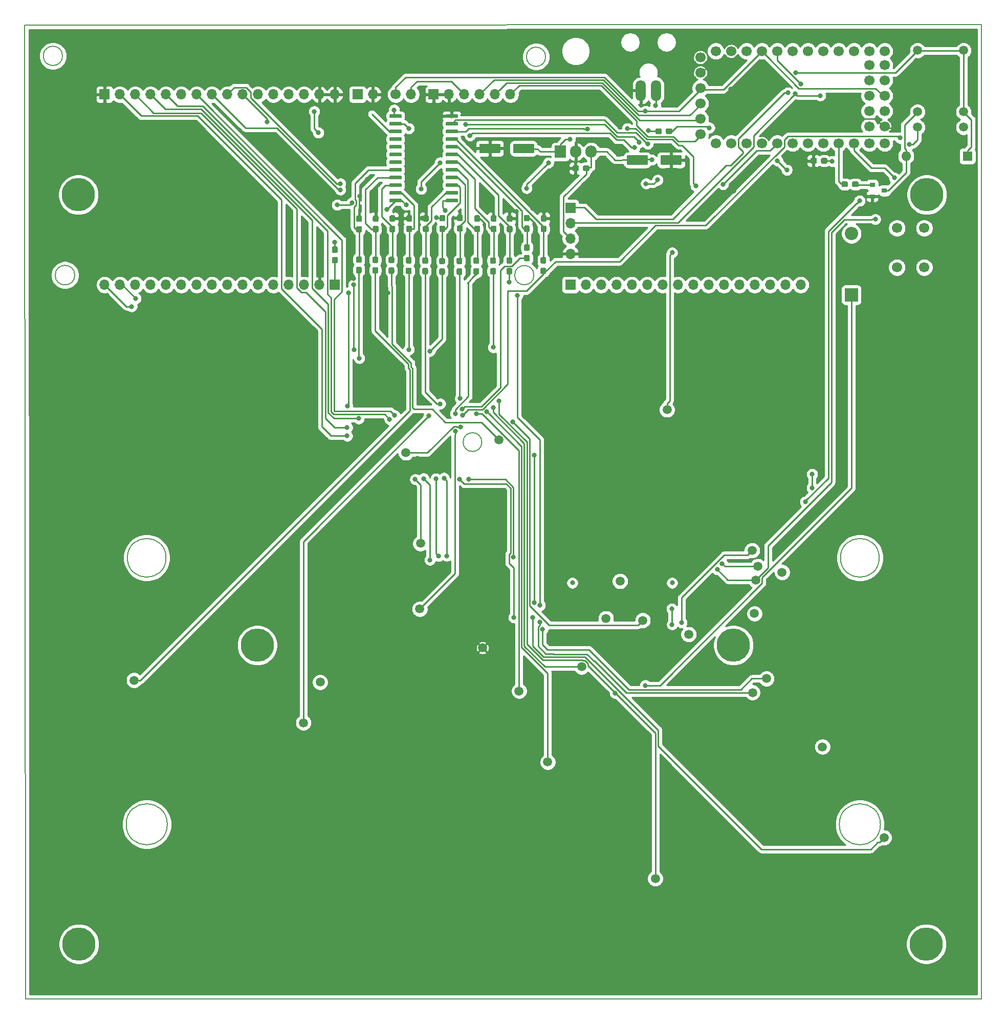
<source format=gtl>
G04 #@! TF.GenerationSoftware,KiCad,Pcbnew,(5.1.5)-3*
G04 #@! TF.CreationDate,2020-04-03T10:30:42+02:00*
G04 #@! TF.ProjectId,carecasetester,63617265-6361-4736-9574-65737465722e,rev?*
G04 #@! TF.SameCoordinates,Original*
G04 #@! TF.FileFunction,Copper,L1,Top*
G04 #@! TF.FilePolarity,Positive*
%FSLAX46Y46*%
G04 Gerber Fmt 4.6, Leading zero omitted, Abs format (unit mm)*
G04 Created by KiCad (PCBNEW (5.1.5)-3) date 2020-04-03 10:30:42*
%MOMM*%
%LPD*%
G04 APERTURE LIST*
%ADD10C,0.200000*%
%ADD11C,1.700000*%
%ADD12O,1.700000X1.700000*%
%ADD13C,5.500000*%
%ADD14O,1.905000X2.000000*%
%ADD15R,1.905000X2.000000*%
%ADD16R,0.900000X0.800000*%
%ADD17C,0.150000*%
%ADD18C,1.500000*%
%ADD19O,1.600000X1.600000*%
%ADD20R,1.600000X1.600000*%
%ADD21O,2.200000X2.200000*%
%ADD22R,2.200000X2.200000*%
%ADD23R,1.700000X1.700000*%
%ADD24O,1.700000X3.500000*%
%ADD25C,0.800000*%
%ADD26C,0.250000*%
%ADD27C,0.254000*%
G04 APERTURE END LIST*
D10*
X77000000Y-20080000D02*
X77000000Y-9350000D01*
X235330000Y-9300000D02*
X235330000Y-20030000D01*
X83280000Y-14450000D02*
G75*
G03X83280000Y-14450000I-1591897J0D01*
G01*
X163220000Y-14600000D02*
G75*
G03X163220000Y-14600000I-1590000J0D01*
G01*
X161280283Y-50710000D02*
G75*
G03X161280283Y-50710000I-1592180J0D01*
G01*
X85310123Y-50710000D02*
G75*
G03X85310123Y-50710000I-1622020J0D01*
G01*
X77000000Y-20080000D02*
X77150000Y-170400000D01*
X235330000Y-9300000D02*
X77000000Y-9350000D01*
X235290000Y-170410000D02*
X235330000Y-20030000D01*
X77150000Y-170400000D02*
X235290000Y-170410000D01*
X152660000Y-78311679D02*
G75*
G03X152660000Y-78311679I-1550000J0D01*
G01*
X100610000Y-141520000D02*
G75*
G03X100610000Y-141520000I-3400000J0D01*
G01*
X218610000Y-141520000D02*
G75*
G03X218610000Y-141520000I-3400000J0D01*
G01*
X218410000Y-97450000D02*
G75*
G03X218410000Y-97450000I-3200000J0D01*
G01*
X100410000Y-97450000D02*
G75*
G03X100410000Y-97450000I-3200000J0D01*
G01*
D11*
X191370000Y-28910000D03*
X193910000Y-28910000D03*
X196450000Y-28910000D03*
X198990000Y-28910000D03*
X201530000Y-28910000D03*
X204070000Y-28910000D03*
X206610000Y-28910000D03*
X209150000Y-28910000D03*
X211690000Y-28910000D03*
X214230000Y-28910000D03*
X216770000Y-28910000D03*
X219310000Y-28910000D03*
X219310000Y-13670000D03*
X216770000Y-13670000D03*
X214230000Y-13670000D03*
X211690000Y-13670000D03*
X209150000Y-13670000D03*
X206610000Y-13670000D03*
X204070000Y-13670000D03*
X201530000Y-13670000D03*
X198990000Y-13670000D03*
X196450000Y-13670000D03*
X193910000Y-13670000D03*
X191370000Y-13670000D03*
X219310000Y-26116000D03*
X219310000Y-23576000D03*
X219310000Y-21036000D03*
X219310000Y-18496000D03*
X219310000Y-15956000D03*
X216770000Y-26116000D03*
X216770000Y-23576000D03*
X216770000Y-21036000D03*
X216770000Y-18496000D03*
X216770000Y-15956000D03*
X188830000Y-27386000D03*
X188830000Y-24846000D03*
X188830000Y-22306000D03*
X188830000Y-19766000D03*
X188830000Y-17226000D03*
X188830000Y-14686000D03*
X138410000Y-20820000D03*
D12*
X140950000Y-20820000D03*
D13*
X115500000Y-111900000D03*
X194300000Y-111900000D03*
X86000000Y-161300000D03*
X226200000Y-161300000D03*
X226300000Y-37400000D03*
X85900000Y-37400000D03*
D14*
X170740000Y-30310000D03*
X168200000Y-30310000D03*
D15*
X165660000Y-30310000D03*
D16*
X219270000Y-36730000D03*
X217270000Y-37680000D03*
X217270000Y-35780000D03*
G04 #@! TA.AperFunction,SMDPad,CuDef*
D17*
G36*
X207865779Y-31326144D02*
G01*
X207888834Y-31329563D01*
X207911443Y-31335227D01*
X207933387Y-31343079D01*
X207954457Y-31353044D01*
X207974448Y-31365026D01*
X207993168Y-31378910D01*
X208010438Y-31394562D01*
X208026090Y-31411832D01*
X208039974Y-31430552D01*
X208051956Y-31450543D01*
X208061921Y-31471613D01*
X208069773Y-31493557D01*
X208075437Y-31516166D01*
X208078856Y-31539221D01*
X208080000Y-31562500D01*
X208080000Y-32037500D01*
X208078856Y-32060779D01*
X208075437Y-32083834D01*
X208069773Y-32106443D01*
X208061921Y-32128387D01*
X208051956Y-32149457D01*
X208039974Y-32169448D01*
X208026090Y-32188168D01*
X208010438Y-32205438D01*
X207993168Y-32221090D01*
X207974448Y-32234974D01*
X207954457Y-32246956D01*
X207933387Y-32256921D01*
X207911443Y-32264773D01*
X207888834Y-32270437D01*
X207865779Y-32273856D01*
X207842500Y-32275000D01*
X207267500Y-32275000D01*
X207244221Y-32273856D01*
X207221166Y-32270437D01*
X207198557Y-32264773D01*
X207176613Y-32256921D01*
X207155543Y-32246956D01*
X207135552Y-32234974D01*
X207116832Y-32221090D01*
X207099562Y-32205438D01*
X207083910Y-32188168D01*
X207070026Y-32169448D01*
X207058044Y-32149457D01*
X207048079Y-32128387D01*
X207040227Y-32106443D01*
X207034563Y-32083834D01*
X207031144Y-32060779D01*
X207030000Y-32037500D01*
X207030000Y-31562500D01*
X207031144Y-31539221D01*
X207034563Y-31516166D01*
X207040227Y-31493557D01*
X207048079Y-31471613D01*
X207058044Y-31450543D01*
X207070026Y-31430552D01*
X207083910Y-31411832D01*
X207099562Y-31394562D01*
X207116832Y-31378910D01*
X207135552Y-31365026D01*
X207155543Y-31353044D01*
X207176613Y-31343079D01*
X207198557Y-31335227D01*
X207221166Y-31329563D01*
X207244221Y-31326144D01*
X207267500Y-31325000D01*
X207842500Y-31325000D01*
X207865779Y-31326144D01*
G37*
G04 #@! TD.AperFunction*
G04 #@! TA.AperFunction,SMDPad,CuDef*
G36*
X209615779Y-31326144D02*
G01*
X209638834Y-31329563D01*
X209661443Y-31335227D01*
X209683387Y-31343079D01*
X209704457Y-31353044D01*
X209724448Y-31365026D01*
X209743168Y-31378910D01*
X209760438Y-31394562D01*
X209776090Y-31411832D01*
X209789974Y-31430552D01*
X209801956Y-31450543D01*
X209811921Y-31471613D01*
X209819773Y-31493557D01*
X209825437Y-31516166D01*
X209828856Y-31539221D01*
X209830000Y-31562500D01*
X209830000Y-32037500D01*
X209828856Y-32060779D01*
X209825437Y-32083834D01*
X209819773Y-32106443D01*
X209811921Y-32128387D01*
X209801956Y-32149457D01*
X209789974Y-32169448D01*
X209776090Y-32188168D01*
X209760438Y-32205438D01*
X209743168Y-32221090D01*
X209724448Y-32234974D01*
X209704457Y-32246956D01*
X209683387Y-32256921D01*
X209661443Y-32264773D01*
X209638834Y-32270437D01*
X209615779Y-32273856D01*
X209592500Y-32275000D01*
X209017500Y-32275000D01*
X208994221Y-32273856D01*
X208971166Y-32270437D01*
X208948557Y-32264773D01*
X208926613Y-32256921D01*
X208905543Y-32246956D01*
X208885552Y-32234974D01*
X208866832Y-32221090D01*
X208849562Y-32205438D01*
X208833910Y-32188168D01*
X208820026Y-32169448D01*
X208808044Y-32149457D01*
X208798079Y-32128387D01*
X208790227Y-32106443D01*
X208784563Y-32083834D01*
X208781144Y-32060779D01*
X208780000Y-32037500D01*
X208780000Y-31562500D01*
X208781144Y-31539221D01*
X208784563Y-31516166D01*
X208790227Y-31493557D01*
X208798079Y-31471613D01*
X208808044Y-31450543D01*
X208820026Y-31430552D01*
X208833910Y-31411832D01*
X208849562Y-31394562D01*
X208866832Y-31378910D01*
X208885552Y-31365026D01*
X208905543Y-31353044D01*
X208926613Y-31343079D01*
X208948557Y-31335227D01*
X208971166Y-31329563D01*
X208994221Y-31326144D01*
X209017500Y-31325000D01*
X209592500Y-31325000D01*
X209615779Y-31326144D01*
G37*
G04 #@! TD.AperFunction*
G04 #@! TA.AperFunction,SMDPad,CuDef*
G36*
X213015779Y-35206144D02*
G01*
X213038834Y-35209563D01*
X213061443Y-35215227D01*
X213083387Y-35223079D01*
X213104457Y-35233044D01*
X213124448Y-35245026D01*
X213143168Y-35258910D01*
X213160438Y-35274562D01*
X213176090Y-35291832D01*
X213189974Y-35310552D01*
X213201956Y-35330543D01*
X213211921Y-35351613D01*
X213219773Y-35373557D01*
X213225437Y-35396166D01*
X213228856Y-35419221D01*
X213230000Y-35442500D01*
X213230000Y-35917500D01*
X213228856Y-35940779D01*
X213225437Y-35963834D01*
X213219773Y-35986443D01*
X213211921Y-36008387D01*
X213201956Y-36029457D01*
X213189974Y-36049448D01*
X213176090Y-36068168D01*
X213160438Y-36085438D01*
X213143168Y-36101090D01*
X213124448Y-36114974D01*
X213104457Y-36126956D01*
X213083387Y-36136921D01*
X213061443Y-36144773D01*
X213038834Y-36150437D01*
X213015779Y-36153856D01*
X212992500Y-36155000D01*
X212417500Y-36155000D01*
X212394221Y-36153856D01*
X212371166Y-36150437D01*
X212348557Y-36144773D01*
X212326613Y-36136921D01*
X212305543Y-36126956D01*
X212285552Y-36114974D01*
X212266832Y-36101090D01*
X212249562Y-36085438D01*
X212233910Y-36068168D01*
X212220026Y-36049448D01*
X212208044Y-36029457D01*
X212198079Y-36008387D01*
X212190227Y-35986443D01*
X212184563Y-35963834D01*
X212181144Y-35940779D01*
X212180000Y-35917500D01*
X212180000Y-35442500D01*
X212181144Y-35419221D01*
X212184563Y-35396166D01*
X212190227Y-35373557D01*
X212198079Y-35351613D01*
X212208044Y-35330543D01*
X212220026Y-35310552D01*
X212233910Y-35291832D01*
X212249562Y-35274562D01*
X212266832Y-35258910D01*
X212285552Y-35245026D01*
X212305543Y-35233044D01*
X212326613Y-35223079D01*
X212348557Y-35215227D01*
X212371166Y-35209563D01*
X212394221Y-35206144D01*
X212417500Y-35205000D01*
X212992500Y-35205000D01*
X213015779Y-35206144D01*
G37*
G04 #@! TD.AperFunction*
G04 #@! TA.AperFunction,SMDPad,CuDef*
G36*
X214765779Y-35206144D02*
G01*
X214788834Y-35209563D01*
X214811443Y-35215227D01*
X214833387Y-35223079D01*
X214854457Y-35233044D01*
X214874448Y-35245026D01*
X214893168Y-35258910D01*
X214910438Y-35274562D01*
X214926090Y-35291832D01*
X214939974Y-35310552D01*
X214951956Y-35330543D01*
X214961921Y-35351613D01*
X214969773Y-35373557D01*
X214975437Y-35396166D01*
X214978856Y-35419221D01*
X214980000Y-35442500D01*
X214980000Y-35917500D01*
X214978856Y-35940779D01*
X214975437Y-35963834D01*
X214969773Y-35986443D01*
X214961921Y-36008387D01*
X214951956Y-36029457D01*
X214939974Y-36049448D01*
X214926090Y-36068168D01*
X214910438Y-36085438D01*
X214893168Y-36101090D01*
X214874448Y-36114974D01*
X214854457Y-36126956D01*
X214833387Y-36136921D01*
X214811443Y-36144773D01*
X214788834Y-36150437D01*
X214765779Y-36153856D01*
X214742500Y-36155000D01*
X214167500Y-36155000D01*
X214144221Y-36153856D01*
X214121166Y-36150437D01*
X214098557Y-36144773D01*
X214076613Y-36136921D01*
X214055543Y-36126956D01*
X214035552Y-36114974D01*
X214016832Y-36101090D01*
X213999562Y-36085438D01*
X213983910Y-36068168D01*
X213970026Y-36049448D01*
X213958044Y-36029457D01*
X213948079Y-36008387D01*
X213940227Y-35986443D01*
X213934563Y-35963834D01*
X213931144Y-35940779D01*
X213930000Y-35917500D01*
X213930000Y-35442500D01*
X213931144Y-35419221D01*
X213934563Y-35396166D01*
X213940227Y-35373557D01*
X213948079Y-35351613D01*
X213958044Y-35330543D01*
X213970026Y-35310552D01*
X213983910Y-35291832D01*
X213999562Y-35274562D01*
X214016832Y-35258910D01*
X214035552Y-35245026D01*
X214055543Y-35233044D01*
X214076613Y-35223079D01*
X214098557Y-35215227D01*
X214121166Y-35209563D01*
X214144221Y-35206144D01*
X214167500Y-35205000D01*
X214742500Y-35205000D01*
X214765779Y-35206144D01*
G37*
G04 #@! TD.AperFunction*
D18*
X224740000Y-23700000D03*
X232360000Y-23700000D03*
X232360000Y-26240000D03*
X224740000Y-26240000D03*
X224740000Y-13540000D03*
X232360000Y-13540000D03*
D19*
X222840000Y-31030000D03*
D20*
X233000000Y-31030000D03*
G04 #@! TA.AperFunction,SMDPad,CuDef*
D17*
G36*
X185504504Y-30871204D02*
G01*
X185528773Y-30874804D01*
X185552571Y-30880765D01*
X185575671Y-30889030D01*
X185597849Y-30899520D01*
X185618893Y-30912133D01*
X185638598Y-30926747D01*
X185656777Y-30943223D01*
X185673253Y-30961402D01*
X185687867Y-30981107D01*
X185700480Y-31002151D01*
X185710970Y-31024329D01*
X185719235Y-31047429D01*
X185725196Y-31071227D01*
X185728796Y-31095496D01*
X185730000Y-31120000D01*
X185730000Y-32220000D01*
X185728796Y-32244504D01*
X185725196Y-32268773D01*
X185719235Y-32292571D01*
X185710970Y-32315671D01*
X185700480Y-32337849D01*
X185687867Y-32358893D01*
X185673253Y-32378598D01*
X185656777Y-32396777D01*
X185638598Y-32413253D01*
X185618893Y-32427867D01*
X185597849Y-32440480D01*
X185575671Y-32450970D01*
X185552571Y-32459235D01*
X185528773Y-32465196D01*
X185504504Y-32468796D01*
X185480000Y-32470000D01*
X182480000Y-32470000D01*
X182455496Y-32468796D01*
X182431227Y-32465196D01*
X182407429Y-32459235D01*
X182384329Y-32450970D01*
X182362151Y-32440480D01*
X182341107Y-32427867D01*
X182321402Y-32413253D01*
X182303223Y-32396777D01*
X182286747Y-32378598D01*
X182272133Y-32358893D01*
X182259520Y-32337849D01*
X182249030Y-32315671D01*
X182240765Y-32292571D01*
X182234804Y-32268773D01*
X182231204Y-32244504D01*
X182230000Y-32220000D01*
X182230000Y-31120000D01*
X182231204Y-31095496D01*
X182234804Y-31071227D01*
X182240765Y-31047429D01*
X182249030Y-31024329D01*
X182259520Y-31002151D01*
X182272133Y-30981107D01*
X182286747Y-30961402D01*
X182303223Y-30943223D01*
X182321402Y-30926747D01*
X182341107Y-30912133D01*
X182362151Y-30899520D01*
X182384329Y-30889030D01*
X182407429Y-30880765D01*
X182431227Y-30874804D01*
X182455496Y-30871204D01*
X182480000Y-30870000D01*
X185480000Y-30870000D01*
X185504504Y-30871204D01*
G37*
G04 #@! TD.AperFunction*
G04 #@! TA.AperFunction,SMDPad,CuDef*
G36*
X179904504Y-30871204D02*
G01*
X179928773Y-30874804D01*
X179952571Y-30880765D01*
X179975671Y-30889030D01*
X179997849Y-30899520D01*
X180018893Y-30912133D01*
X180038598Y-30926747D01*
X180056777Y-30943223D01*
X180073253Y-30961402D01*
X180087867Y-30981107D01*
X180100480Y-31002151D01*
X180110970Y-31024329D01*
X180119235Y-31047429D01*
X180125196Y-31071227D01*
X180128796Y-31095496D01*
X180130000Y-31120000D01*
X180130000Y-32220000D01*
X180128796Y-32244504D01*
X180125196Y-32268773D01*
X180119235Y-32292571D01*
X180110970Y-32315671D01*
X180100480Y-32337849D01*
X180087867Y-32358893D01*
X180073253Y-32378598D01*
X180056777Y-32396777D01*
X180038598Y-32413253D01*
X180018893Y-32427867D01*
X179997849Y-32440480D01*
X179975671Y-32450970D01*
X179952571Y-32459235D01*
X179928773Y-32465196D01*
X179904504Y-32468796D01*
X179880000Y-32470000D01*
X176880000Y-32470000D01*
X176855496Y-32468796D01*
X176831227Y-32465196D01*
X176807429Y-32459235D01*
X176784329Y-32450970D01*
X176762151Y-32440480D01*
X176741107Y-32427867D01*
X176721402Y-32413253D01*
X176703223Y-32396777D01*
X176686747Y-32378598D01*
X176672133Y-32358893D01*
X176659520Y-32337849D01*
X176649030Y-32315671D01*
X176640765Y-32292571D01*
X176634804Y-32268773D01*
X176631204Y-32244504D01*
X176630000Y-32220000D01*
X176630000Y-31120000D01*
X176631204Y-31095496D01*
X176634804Y-31071227D01*
X176640765Y-31047429D01*
X176649030Y-31024329D01*
X176659520Y-31002151D01*
X176672133Y-30981107D01*
X176686747Y-30961402D01*
X176703223Y-30943223D01*
X176721402Y-30926747D01*
X176741107Y-30912133D01*
X176762151Y-30899520D01*
X176784329Y-30889030D01*
X176807429Y-30880765D01*
X176831227Y-30874804D01*
X176855496Y-30871204D01*
X176880000Y-30870000D01*
X179880000Y-30870000D01*
X179904504Y-30871204D01*
G37*
G04 #@! TD.AperFunction*
G04 #@! TA.AperFunction,SMDPad,CuDef*
G36*
X155504504Y-28961204D02*
G01*
X155528773Y-28964804D01*
X155552571Y-28970765D01*
X155575671Y-28979030D01*
X155597849Y-28989520D01*
X155618893Y-29002133D01*
X155638598Y-29016747D01*
X155656777Y-29033223D01*
X155673253Y-29051402D01*
X155687867Y-29071107D01*
X155700480Y-29092151D01*
X155710970Y-29114329D01*
X155719235Y-29137429D01*
X155725196Y-29161227D01*
X155728796Y-29185496D01*
X155730000Y-29210000D01*
X155730000Y-30310000D01*
X155728796Y-30334504D01*
X155725196Y-30358773D01*
X155719235Y-30382571D01*
X155710970Y-30405671D01*
X155700480Y-30427849D01*
X155687867Y-30448893D01*
X155673253Y-30468598D01*
X155656777Y-30486777D01*
X155638598Y-30503253D01*
X155618893Y-30517867D01*
X155597849Y-30530480D01*
X155575671Y-30540970D01*
X155552571Y-30549235D01*
X155528773Y-30555196D01*
X155504504Y-30558796D01*
X155480000Y-30560000D01*
X152480000Y-30560000D01*
X152455496Y-30558796D01*
X152431227Y-30555196D01*
X152407429Y-30549235D01*
X152384329Y-30540970D01*
X152362151Y-30530480D01*
X152341107Y-30517867D01*
X152321402Y-30503253D01*
X152303223Y-30486777D01*
X152286747Y-30468598D01*
X152272133Y-30448893D01*
X152259520Y-30427849D01*
X152249030Y-30405671D01*
X152240765Y-30382571D01*
X152234804Y-30358773D01*
X152231204Y-30334504D01*
X152230000Y-30310000D01*
X152230000Y-29210000D01*
X152231204Y-29185496D01*
X152234804Y-29161227D01*
X152240765Y-29137429D01*
X152249030Y-29114329D01*
X152259520Y-29092151D01*
X152272133Y-29071107D01*
X152286747Y-29051402D01*
X152303223Y-29033223D01*
X152321402Y-29016747D01*
X152341107Y-29002133D01*
X152362151Y-28989520D01*
X152384329Y-28979030D01*
X152407429Y-28970765D01*
X152431227Y-28964804D01*
X152455496Y-28961204D01*
X152480000Y-28960000D01*
X155480000Y-28960000D01*
X155504504Y-28961204D01*
G37*
G04 #@! TD.AperFunction*
G04 #@! TA.AperFunction,SMDPad,CuDef*
G36*
X161104504Y-28961204D02*
G01*
X161128773Y-28964804D01*
X161152571Y-28970765D01*
X161175671Y-28979030D01*
X161197849Y-28989520D01*
X161218893Y-29002133D01*
X161238598Y-29016747D01*
X161256777Y-29033223D01*
X161273253Y-29051402D01*
X161287867Y-29071107D01*
X161300480Y-29092151D01*
X161310970Y-29114329D01*
X161319235Y-29137429D01*
X161325196Y-29161227D01*
X161328796Y-29185496D01*
X161330000Y-29210000D01*
X161330000Y-30310000D01*
X161328796Y-30334504D01*
X161325196Y-30358773D01*
X161319235Y-30382571D01*
X161310970Y-30405671D01*
X161300480Y-30427849D01*
X161287867Y-30448893D01*
X161273253Y-30468598D01*
X161256777Y-30486777D01*
X161238598Y-30503253D01*
X161218893Y-30517867D01*
X161197849Y-30530480D01*
X161175671Y-30540970D01*
X161152571Y-30549235D01*
X161128773Y-30555196D01*
X161104504Y-30558796D01*
X161080000Y-30560000D01*
X158080000Y-30560000D01*
X158055496Y-30558796D01*
X158031227Y-30555196D01*
X158007429Y-30549235D01*
X157984329Y-30540970D01*
X157962151Y-30530480D01*
X157941107Y-30517867D01*
X157921402Y-30503253D01*
X157903223Y-30486777D01*
X157886747Y-30468598D01*
X157872133Y-30448893D01*
X157859520Y-30427849D01*
X157849030Y-30405671D01*
X157840765Y-30382571D01*
X157834804Y-30358773D01*
X157831204Y-30334504D01*
X157830000Y-30310000D01*
X157830000Y-29210000D01*
X157831204Y-29185496D01*
X157834804Y-29161227D01*
X157840765Y-29137429D01*
X157849030Y-29114329D01*
X157859520Y-29092151D01*
X157872133Y-29071107D01*
X157886747Y-29051402D01*
X157903223Y-29033223D01*
X157921402Y-29016747D01*
X157941107Y-29002133D01*
X157962151Y-28989520D01*
X157984329Y-28979030D01*
X158007429Y-28970765D01*
X158031227Y-28964804D01*
X158055496Y-28961204D01*
X158080000Y-28960000D01*
X161080000Y-28960000D01*
X161104504Y-28961204D01*
G37*
G04 #@! TD.AperFunction*
D21*
X213810000Y-43820000D03*
D22*
X213810000Y-53980000D03*
D11*
X221350000Y-49420000D03*
X221350000Y-42920000D03*
X225850000Y-49420000D03*
X225850000Y-42920000D03*
D12*
X128320000Y-20830000D03*
X125780000Y-20830000D03*
X123240000Y-20830000D03*
X120700000Y-20830000D03*
X118160000Y-20830000D03*
X115620000Y-20830000D03*
X113080000Y-20830000D03*
X110540000Y-20830000D03*
X108000000Y-20830000D03*
X105460000Y-20830000D03*
X102920000Y-20830000D03*
X100380000Y-20830000D03*
X97840000Y-20830000D03*
X95300000Y-20830000D03*
X92760000Y-20830000D03*
D23*
X90220000Y-20830000D03*
G04 #@! TA.AperFunction,SMDPad,CuDef*
D17*
G36*
X139259703Y-38085722D02*
G01*
X139274264Y-38087882D01*
X139288543Y-38091459D01*
X139302403Y-38096418D01*
X139315710Y-38102712D01*
X139328336Y-38110280D01*
X139340159Y-38119048D01*
X139351066Y-38128934D01*
X139360952Y-38139841D01*
X139369720Y-38151664D01*
X139377288Y-38164290D01*
X139383582Y-38177597D01*
X139388541Y-38191457D01*
X139392118Y-38205736D01*
X139394278Y-38220297D01*
X139395000Y-38235000D01*
X139395000Y-38535000D01*
X139394278Y-38549703D01*
X139392118Y-38564264D01*
X139388541Y-38578543D01*
X139383582Y-38592403D01*
X139377288Y-38605710D01*
X139369720Y-38618336D01*
X139360952Y-38630159D01*
X139351066Y-38641066D01*
X139340159Y-38650952D01*
X139328336Y-38659720D01*
X139315710Y-38667288D01*
X139302403Y-38673582D01*
X139288543Y-38678541D01*
X139274264Y-38682118D01*
X139259703Y-38684278D01*
X139245000Y-38685000D01*
X137495000Y-38685000D01*
X137480297Y-38684278D01*
X137465736Y-38682118D01*
X137451457Y-38678541D01*
X137437597Y-38673582D01*
X137424290Y-38667288D01*
X137411664Y-38659720D01*
X137399841Y-38650952D01*
X137388934Y-38641066D01*
X137379048Y-38630159D01*
X137370280Y-38618336D01*
X137362712Y-38605710D01*
X137356418Y-38592403D01*
X137351459Y-38578543D01*
X137347882Y-38564264D01*
X137345722Y-38549703D01*
X137345000Y-38535000D01*
X137345000Y-38235000D01*
X137345722Y-38220297D01*
X137347882Y-38205736D01*
X137351459Y-38191457D01*
X137356418Y-38177597D01*
X137362712Y-38164290D01*
X137370280Y-38151664D01*
X137379048Y-38139841D01*
X137388934Y-38128934D01*
X137399841Y-38119048D01*
X137411664Y-38110280D01*
X137424290Y-38102712D01*
X137437597Y-38096418D01*
X137451457Y-38091459D01*
X137465736Y-38087882D01*
X137480297Y-38085722D01*
X137495000Y-38085000D01*
X139245000Y-38085000D01*
X139259703Y-38085722D01*
G37*
G04 #@! TD.AperFunction*
G04 #@! TA.AperFunction,SMDPad,CuDef*
G36*
X139259703Y-36815722D02*
G01*
X139274264Y-36817882D01*
X139288543Y-36821459D01*
X139302403Y-36826418D01*
X139315710Y-36832712D01*
X139328336Y-36840280D01*
X139340159Y-36849048D01*
X139351066Y-36858934D01*
X139360952Y-36869841D01*
X139369720Y-36881664D01*
X139377288Y-36894290D01*
X139383582Y-36907597D01*
X139388541Y-36921457D01*
X139392118Y-36935736D01*
X139394278Y-36950297D01*
X139395000Y-36965000D01*
X139395000Y-37265000D01*
X139394278Y-37279703D01*
X139392118Y-37294264D01*
X139388541Y-37308543D01*
X139383582Y-37322403D01*
X139377288Y-37335710D01*
X139369720Y-37348336D01*
X139360952Y-37360159D01*
X139351066Y-37371066D01*
X139340159Y-37380952D01*
X139328336Y-37389720D01*
X139315710Y-37397288D01*
X139302403Y-37403582D01*
X139288543Y-37408541D01*
X139274264Y-37412118D01*
X139259703Y-37414278D01*
X139245000Y-37415000D01*
X137495000Y-37415000D01*
X137480297Y-37414278D01*
X137465736Y-37412118D01*
X137451457Y-37408541D01*
X137437597Y-37403582D01*
X137424290Y-37397288D01*
X137411664Y-37389720D01*
X137399841Y-37380952D01*
X137388934Y-37371066D01*
X137379048Y-37360159D01*
X137370280Y-37348336D01*
X137362712Y-37335710D01*
X137356418Y-37322403D01*
X137351459Y-37308543D01*
X137347882Y-37294264D01*
X137345722Y-37279703D01*
X137345000Y-37265000D01*
X137345000Y-36965000D01*
X137345722Y-36950297D01*
X137347882Y-36935736D01*
X137351459Y-36921457D01*
X137356418Y-36907597D01*
X137362712Y-36894290D01*
X137370280Y-36881664D01*
X137379048Y-36869841D01*
X137388934Y-36858934D01*
X137399841Y-36849048D01*
X137411664Y-36840280D01*
X137424290Y-36832712D01*
X137437597Y-36826418D01*
X137451457Y-36821459D01*
X137465736Y-36817882D01*
X137480297Y-36815722D01*
X137495000Y-36815000D01*
X139245000Y-36815000D01*
X139259703Y-36815722D01*
G37*
G04 #@! TD.AperFunction*
G04 #@! TA.AperFunction,SMDPad,CuDef*
G36*
X139259703Y-35545722D02*
G01*
X139274264Y-35547882D01*
X139288543Y-35551459D01*
X139302403Y-35556418D01*
X139315710Y-35562712D01*
X139328336Y-35570280D01*
X139340159Y-35579048D01*
X139351066Y-35588934D01*
X139360952Y-35599841D01*
X139369720Y-35611664D01*
X139377288Y-35624290D01*
X139383582Y-35637597D01*
X139388541Y-35651457D01*
X139392118Y-35665736D01*
X139394278Y-35680297D01*
X139395000Y-35695000D01*
X139395000Y-35995000D01*
X139394278Y-36009703D01*
X139392118Y-36024264D01*
X139388541Y-36038543D01*
X139383582Y-36052403D01*
X139377288Y-36065710D01*
X139369720Y-36078336D01*
X139360952Y-36090159D01*
X139351066Y-36101066D01*
X139340159Y-36110952D01*
X139328336Y-36119720D01*
X139315710Y-36127288D01*
X139302403Y-36133582D01*
X139288543Y-36138541D01*
X139274264Y-36142118D01*
X139259703Y-36144278D01*
X139245000Y-36145000D01*
X137495000Y-36145000D01*
X137480297Y-36144278D01*
X137465736Y-36142118D01*
X137451457Y-36138541D01*
X137437597Y-36133582D01*
X137424290Y-36127288D01*
X137411664Y-36119720D01*
X137399841Y-36110952D01*
X137388934Y-36101066D01*
X137379048Y-36090159D01*
X137370280Y-36078336D01*
X137362712Y-36065710D01*
X137356418Y-36052403D01*
X137351459Y-36038543D01*
X137347882Y-36024264D01*
X137345722Y-36009703D01*
X137345000Y-35995000D01*
X137345000Y-35695000D01*
X137345722Y-35680297D01*
X137347882Y-35665736D01*
X137351459Y-35651457D01*
X137356418Y-35637597D01*
X137362712Y-35624290D01*
X137370280Y-35611664D01*
X137379048Y-35599841D01*
X137388934Y-35588934D01*
X137399841Y-35579048D01*
X137411664Y-35570280D01*
X137424290Y-35562712D01*
X137437597Y-35556418D01*
X137451457Y-35551459D01*
X137465736Y-35547882D01*
X137480297Y-35545722D01*
X137495000Y-35545000D01*
X139245000Y-35545000D01*
X139259703Y-35545722D01*
G37*
G04 #@! TD.AperFunction*
G04 #@! TA.AperFunction,SMDPad,CuDef*
G36*
X139259703Y-34275722D02*
G01*
X139274264Y-34277882D01*
X139288543Y-34281459D01*
X139302403Y-34286418D01*
X139315710Y-34292712D01*
X139328336Y-34300280D01*
X139340159Y-34309048D01*
X139351066Y-34318934D01*
X139360952Y-34329841D01*
X139369720Y-34341664D01*
X139377288Y-34354290D01*
X139383582Y-34367597D01*
X139388541Y-34381457D01*
X139392118Y-34395736D01*
X139394278Y-34410297D01*
X139395000Y-34425000D01*
X139395000Y-34725000D01*
X139394278Y-34739703D01*
X139392118Y-34754264D01*
X139388541Y-34768543D01*
X139383582Y-34782403D01*
X139377288Y-34795710D01*
X139369720Y-34808336D01*
X139360952Y-34820159D01*
X139351066Y-34831066D01*
X139340159Y-34840952D01*
X139328336Y-34849720D01*
X139315710Y-34857288D01*
X139302403Y-34863582D01*
X139288543Y-34868541D01*
X139274264Y-34872118D01*
X139259703Y-34874278D01*
X139245000Y-34875000D01*
X137495000Y-34875000D01*
X137480297Y-34874278D01*
X137465736Y-34872118D01*
X137451457Y-34868541D01*
X137437597Y-34863582D01*
X137424290Y-34857288D01*
X137411664Y-34849720D01*
X137399841Y-34840952D01*
X137388934Y-34831066D01*
X137379048Y-34820159D01*
X137370280Y-34808336D01*
X137362712Y-34795710D01*
X137356418Y-34782403D01*
X137351459Y-34768543D01*
X137347882Y-34754264D01*
X137345722Y-34739703D01*
X137345000Y-34725000D01*
X137345000Y-34425000D01*
X137345722Y-34410297D01*
X137347882Y-34395736D01*
X137351459Y-34381457D01*
X137356418Y-34367597D01*
X137362712Y-34354290D01*
X137370280Y-34341664D01*
X137379048Y-34329841D01*
X137388934Y-34318934D01*
X137399841Y-34309048D01*
X137411664Y-34300280D01*
X137424290Y-34292712D01*
X137437597Y-34286418D01*
X137451457Y-34281459D01*
X137465736Y-34277882D01*
X137480297Y-34275722D01*
X137495000Y-34275000D01*
X139245000Y-34275000D01*
X139259703Y-34275722D01*
G37*
G04 #@! TD.AperFunction*
G04 #@! TA.AperFunction,SMDPad,CuDef*
G36*
X139259703Y-33005722D02*
G01*
X139274264Y-33007882D01*
X139288543Y-33011459D01*
X139302403Y-33016418D01*
X139315710Y-33022712D01*
X139328336Y-33030280D01*
X139340159Y-33039048D01*
X139351066Y-33048934D01*
X139360952Y-33059841D01*
X139369720Y-33071664D01*
X139377288Y-33084290D01*
X139383582Y-33097597D01*
X139388541Y-33111457D01*
X139392118Y-33125736D01*
X139394278Y-33140297D01*
X139395000Y-33155000D01*
X139395000Y-33455000D01*
X139394278Y-33469703D01*
X139392118Y-33484264D01*
X139388541Y-33498543D01*
X139383582Y-33512403D01*
X139377288Y-33525710D01*
X139369720Y-33538336D01*
X139360952Y-33550159D01*
X139351066Y-33561066D01*
X139340159Y-33570952D01*
X139328336Y-33579720D01*
X139315710Y-33587288D01*
X139302403Y-33593582D01*
X139288543Y-33598541D01*
X139274264Y-33602118D01*
X139259703Y-33604278D01*
X139245000Y-33605000D01*
X137495000Y-33605000D01*
X137480297Y-33604278D01*
X137465736Y-33602118D01*
X137451457Y-33598541D01*
X137437597Y-33593582D01*
X137424290Y-33587288D01*
X137411664Y-33579720D01*
X137399841Y-33570952D01*
X137388934Y-33561066D01*
X137379048Y-33550159D01*
X137370280Y-33538336D01*
X137362712Y-33525710D01*
X137356418Y-33512403D01*
X137351459Y-33498543D01*
X137347882Y-33484264D01*
X137345722Y-33469703D01*
X137345000Y-33455000D01*
X137345000Y-33155000D01*
X137345722Y-33140297D01*
X137347882Y-33125736D01*
X137351459Y-33111457D01*
X137356418Y-33097597D01*
X137362712Y-33084290D01*
X137370280Y-33071664D01*
X137379048Y-33059841D01*
X137388934Y-33048934D01*
X137399841Y-33039048D01*
X137411664Y-33030280D01*
X137424290Y-33022712D01*
X137437597Y-33016418D01*
X137451457Y-33011459D01*
X137465736Y-33007882D01*
X137480297Y-33005722D01*
X137495000Y-33005000D01*
X139245000Y-33005000D01*
X139259703Y-33005722D01*
G37*
G04 #@! TD.AperFunction*
G04 #@! TA.AperFunction,SMDPad,CuDef*
G36*
X139259703Y-31735722D02*
G01*
X139274264Y-31737882D01*
X139288543Y-31741459D01*
X139302403Y-31746418D01*
X139315710Y-31752712D01*
X139328336Y-31760280D01*
X139340159Y-31769048D01*
X139351066Y-31778934D01*
X139360952Y-31789841D01*
X139369720Y-31801664D01*
X139377288Y-31814290D01*
X139383582Y-31827597D01*
X139388541Y-31841457D01*
X139392118Y-31855736D01*
X139394278Y-31870297D01*
X139395000Y-31885000D01*
X139395000Y-32185000D01*
X139394278Y-32199703D01*
X139392118Y-32214264D01*
X139388541Y-32228543D01*
X139383582Y-32242403D01*
X139377288Y-32255710D01*
X139369720Y-32268336D01*
X139360952Y-32280159D01*
X139351066Y-32291066D01*
X139340159Y-32300952D01*
X139328336Y-32309720D01*
X139315710Y-32317288D01*
X139302403Y-32323582D01*
X139288543Y-32328541D01*
X139274264Y-32332118D01*
X139259703Y-32334278D01*
X139245000Y-32335000D01*
X137495000Y-32335000D01*
X137480297Y-32334278D01*
X137465736Y-32332118D01*
X137451457Y-32328541D01*
X137437597Y-32323582D01*
X137424290Y-32317288D01*
X137411664Y-32309720D01*
X137399841Y-32300952D01*
X137388934Y-32291066D01*
X137379048Y-32280159D01*
X137370280Y-32268336D01*
X137362712Y-32255710D01*
X137356418Y-32242403D01*
X137351459Y-32228543D01*
X137347882Y-32214264D01*
X137345722Y-32199703D01*
X137345000Y-32185000D01*
X137345000Y-31885000D01*
X137345722Y-31870297D01*
X137347882Y-31855736D01*
X137351459Y-31841457D01*
X137356418Y-31827597D01*
X137362712Y-31814290D01*
X137370280Y-31801664D01*
X137379048Y-31789841D01*
X137388934Y-31778934D01*
X137399841Y-31769048D01*
X137411664Y-31760280D01*
X137424290Y-31752712D01*
X137437597Y-31746418D01*
X137451457Y-31741459D01*
X137465736Y-31737882D01*
X137480297Y-31735722D01*
X137495000Y-31735000D01*
X139245000Y-31735000D01*
X139259703Y-31735722D01*
G37*
G04 #@! TD.AperFunction*
G04 #@! TA.AperFunction,SMDPad,CuDef*
G36*
X139259703Y-30465722D02*
G01*
X139274264Y-30467882D01*
X139288543Y-30471459D01*
X139302403Y-30476418D01*
X139315710Y-30482712D01*
X139328336Y-30490280D01*
X139340159Y-30499048D01*
X139351066Y-30508934D01*
X139360952Y-30519841D01*
X139369720Y-30531664D01*
X139377288Y-30544290D01*
X139383582Y-30557597D01*
X139388541Y-30571457D01*
X139392118Y-30585736D01*
X139394278Y-30600297D01*
X139395000Y-30615000D01*
X139395000Y-30915000D01*
X139394278Y-30929703D01*
X139392118Y-30944264D01*
X139388541Y-30958543D01*
X139383582Y-30972403D01*
X139377288Y-30985710D01*
X139369720Y-30998336D01*
X139360952Y-31010159D01*
X139351066Y-31021066D01*
X139340159Y-31030952D01*
X139328336Y-31039720D01*
X139315710Y-31047288D01*
X139302403Y-31053582D01*
X139288543Y-31058541D01*
X139274264Y-31062118D01*
X139259703Y-31064278D01*
X139245000Y-31065000D01*
X137495000Y-31065000D01*
X137480297Y-31064278D01*
X137465736Y-31062118D01*
X137451457Y-31058541D01*
X137437597Y-31053582D01*
X137424290Y-31047288D01*
X137411664Y-31039720D01*
X137399841Y-31030952D01*
X137388934Y-31021066D01*
X137379048Y-31010159D01*
X137370280Y-30998336D01*
X137362712Y-30985710D01*
X137356418Y-30972403D01*
X137351459Y-30958543D01*
X137347882Y-30944264D01*
X137345722Y-30929703D01*
X137345000Y-30915000D01*
X137345000Y-30615000D01*
X137345722Y-30600297D01*
X137347882Y-30585736D01*
X137351459Y-30571457D01*
X137356418Y-30557597D01*
X137362712Y-30544290D01*
X137370280Y-30531664D01*
X137379048Y-30519841D01*
X137388934Y-30508934D01*
X137399841Y-30499048D01*
X137411664Y-30490280D01*
X137424290Y-30482712D01*
X137437597Y-30476418D01*
X137451457Y-30471459D01*
X137465736Y-30467882D01*
X137480297Y-30465722D01*
X137495000Y-30465000D01*
X139245000Y-30465000D01*
X139259703Y-30465722D01*
G37*
G04 #@! TD.AperFunction*
G04 #@! TA.AperFunction,SMDPad,CuDef*
G36*
X139259703Y-29195722D02*
G01*
X139274264Y-29197882D01*
X139288543Y-29201459D01*
X139302403Y-29206418D01*
X139315710Y-29212712D01*
X139328336Y-29220280D01*
X139340159Y-29229048D01*
X139351066Y-29238934D01*
X139360952Y-29249841D01*
X139369720Y-29261664D01*
X139377288Y-29274290D01*
X139383582Y-29287597D01*
X139388541Y-29301457D01*
X139392118Y-29315736D01*
X139394278Y-29330297D01*
X139395000Y-29345000D01*
X139395000Y-29645000D01*
X139394278Y-29659703D01*
X139392118Y-29674264D01*
X139388541Y-29688543D01*
X139383582Y-29702403D01*
X139377288Y-29715710D01*
X139369720Y-29728336D01*
X139360952Y-29740159D01*
X139351066Y-29751066D01*
X139340159Y-29760952D01*
X139328336Y-29769720D01*
X139315710Y-29777288D01*
X139302403Y-29783582D01*
X139288543Y-29788541D01*
X139274264Y-29792118D01*
X139259703Y-29794278D01*
X139245000Y-29795000D01*
X137495000Y-29795000D01*
X137480297Y-29794278D01*
X137465736Y-29792118D01*
X137451457Y-29788541D01*
X137437597Y-29783582D01*
X137424290Y-29777288D01*
X137411664Y-29769720D01*
X137399841Y-29760952D01*
X137388934Y-29751066D01*
X137379048Y-29740159D01*
X137370280Y-29728336D01*
X137362712Y-29715710D01*
X137356418Y-29702403D01*
X137351459Y-29688543D01*
X137347882Y-29674264D01*
X137345722Y-29659703D01*
X137345000Y-29645000D01*
X137345000Y-29345000D01*
X137345722Y-29330297D01*
X137347882Y-29315736D01*
X137351459Y-29301457D01*
X137356418Y-29287597D01*
X137362712Y-29274290D01*
X137370280Y-29261664D01*
X137379048Y-29249841D01*
X137388934Y-29238934D01*
X137399841Y-29229048D01*
X137411664Y-29220280D01*
X137424290Y-29212712D01*
X137437597Y-29206418D01*
X137451457Y-29201459D01*
X137465736Y-29197882D01*
X137480297Y-29195722D01*
X137495000Y-29195000D01*
X139245000Y-29195000D01*
X139259703Y-29195722D01*
G37*
G04 #@! TD.AperFunction*
G04 #@! TA.AperFunction,SMDPad,CuDef*
G36*
X139259703Y-27925722D02*
G01*
X139274264Y-27927882D01*
X139288543Y-27931459D01*
X139302403Y-27936418D01*
X139315710Y-27942712D01*
X139328336Y-27950280D01*
X139340159Y-27959048D01*
X139351066Y-27968934D01*
X139360952Y-27979841D01*
X139369720Y-27991664D01*
X139377288Y-28004290D01*
X139383582Y-28017597D01*
X139388541Y-28031457D01*
X139392118Y-28045736D01*
X139394278Y-28060297D01*
X139395000Y-28075000D01*
X139395000Y-28375000D01*
X139394278Y-28389703D01*
X139392118Y-28404264D01*
X139388541Y-28418543D01*
X139383582Y-28432403D01*
X139377288Y-28445710D01*
X139369720Y-28458336D01*
X139360952Y-28470159D01*
X139351066Y-28481066D01*
X139340159Y-28490952D01*
X139328336Y-28499720D01*
X139315710Y-28507288D01*
X139302403Y-28513582D01*
X139288543Y-28518541D01*
X139274264Y-28522118D01*
X139259703Y-28524278D01*
X139245000Y-28525000D01*
X137495000Y-28525000D01*
X137480297Y-28524278D01*
X137465736Y-28522118D01*
X137451457Y-28518541D01*
X137437597Y-28513582D01*
X137424290Y-28507288D01*
X137411664Y-28499720D01*
X137399841Y-28490952D01*
X137388934Y-28481066D01*
X137379048Y-28470159D01*
X137370280Y-28458336D01*
X137362712Y-28445710D01*
X137356418Y-28432403D01*
X137351459Y-28418543D01*
X137347882Y-28404264D01*
X137345722Y-28389703D01*
X137345000Y-28375000D01*
X137345000Y-28075000D01*
X137345722Y-28060297D01*
X137347882Y-28045736D01*
X137351459Y-28031457D01*
X137356418Y-28017597D01*
X137362712Y-28004290D01*
X137370280Y-27991664D01*
X137379048Y-27979841D01*
X137388934Y-27968934D01*
X137399841Y-27959048D01*
X137411664Y-27950280D01*
X137424290Y-27942712D01*
X137437597Y-27936418D01*
X137451457Y-27931459D01*
X137465736Y-27927882D01*
X137480297Y-27925722D01*
X137495000Y-27925000D01*
X139245000Y-27925000D01*
X139259703Y-27925722D01*
G37*
G04 #@! TD.AperFunction*
G04 #@! TA.AperFunction,SMDPad,CuDef*
G36*
X139259703Y-26655722D02*
G01*
X139274264Y-26657882D01*
X139288543Y-26661459D01*
X139302403Y-26666418D01*
X139315710Y-26672712D01*
X139328336Y-26680280D01*
X139340159Y-26689048D01*
X139351066Y-26698934D01*
X139360952Y-26709841D01*
X139369720Y-26721664D01*
X139377288Y-26734290D01*
X139383582Y-26747597D01*
X139388541Y-26761457D01*
X139392118Y-26775736D01*
X139394278Y-26790297D01*
X139395000Y-26805000D01*
X139395000Y-27105000D01*
X139394278Y-27119703D01*
X139392118Y-27134264D01*
X139388541Y-27148543D01*
X139383582Y-27162403D01*
X139377288Y-27175710D01*
X139369720Y-27188336D01*
X139360952Y-27200159D01*
X139351066Y-27211066D01*
X139340159Y-27220952D01*
X139328336Y-27229720D01*
X139315710Y-27237288D01*
X139302403Y-27243582D01*
X139288543Y-27248541D01*
X139274264Y-27252118D01*
X139259703Y-27254278D01*
X139245000Y-27255000D01*
X137495000Y-27255000D01*
X137480297Y-27254278D01*
X137465736Y-27252118D01*
X137451457Y-27248541D01*
X137437597Y-27243582D01*
X137424290Y-27237288D01*
X137411664Y-27229720D01*
X137399841Y-27220952D01*
X137388934Y-27211066D01*
X137379048Y-27200159D01*
X137370280Y-27188336D01*
X137362712Y-27175710D01*
X137356418Y-27162403D01*
X137351459Y-27148543D01*
X137347882Y-27134264D01*
X137345722Y-27119703D01*
X137345000Y-27105000D01*
X137345000Y-26805000D01*
X137345722Y-26790297D01*
X137347882Y-26775736D01*
X137351459Y-26761457D01*
X137356418Y-26747597D01*
X137362712Y-26734290D01*
X137370280Y-26721664D01*
X137379048Y-26709841D01*
X137388934Y-26698934D01*
X137399841Y-26689048D01*
X137411664Y-26680280D01*
X137424290Y-26672712D01*
X137437597Y-26666418D01*
X137451457Y-26661459D01*
X137465736Y-26657882D01*
X137480297Y-26655722D01*
X137495000Y-26655000D01*
X139245000Y-26655000D01*
X139259703Y-26655722D01*
G37*
G04 #@! TD.AperFunction*
G04 #@! TA.AperFunction,SMDPad,CuDef*
G36*
X139259703Y-25385722D02*
G01*
X139274264Y-25387882D01*
X139288543Y-25391459D01*
X139302403Y-25396418D01*
X139315710Y-25402712D01*
X139328336Y-25410280D01*
X139340159Y-25419048D01*
X139351066Y-25428934D01*
X139360952Y-25439841D01*
X139369720Y-25451664D01*
X139377288Y-25464290D01*
X139383582Y-25477597D01*
X139388541Y-25491457D01*
X139392118Y-25505736D01*
X139394278Y-25520297D01*
X139395000Y-25535000D01*
X139395000Y-25835000D01*
X139394278Y-25849703D01*
X139392118Y-25864264D01*
X139388541Y-25878543D01*
X139383582Y-25892403D01*
X139377288Y-25905710D01*
X139369720Y-25918336D01*
X139360952Y-25930159D01*
X139351066Y-25941066D01*
X139340159Y-25950952D01*
X139328336Y-25959720D01*
X139315710Y-25967288D01*
X139302403Y-25973582D01*
X139288543Y-25978541D01*
X139274264Y-25982118D01*
X139259703Y-25984278D01*
X139245000Y-25985000D01*
X137495000Y-25985000D01*
X137480297Y-25984278D01*
X137465736Y-25982118D01*
X137451457Y-25978541D01*
X137437597Y-25973582D01*
X137424290Y-25967288D01*
X137411664Y-25959720D01*
X137399841Y-25950952D01*
X137388934Y-25941066D01*
X137379048Y-25930159D01*
X137370280Y-25918336D01*
X137362712Y-25905710D01*
X137356418Y-25892403D01*
X137351459Y-25878543D01*
X137347882Y-25864264D01*
X137345722Y-25849703D01*
X137345000Y-25835000D01*
X137345000Y-25535000D01*
X137345722Y-25520297D01*
X137347882Y-25505736D01*
X137351459Y-25491457D01*
X137356418Y-25477597D01*
X137362712Y-25464290D01*
X137370280Y-25451664D01*
X137379048Y-25439841D01*
X137388934Y-25428934D01*
X137399841Y-25419048D01*
X137411664Y-25410280D01*
X137424290Y-25402712D01*
X137437597Y-25396418D01*
X137451457Y-25391459D01*
X137465736Y-25387882D01*
X137480297Y-25385722D01*
X137495000Y-25385000D01*
X139245000Y-25385000D01*
X139259703Y-25385722D01*
G37*
G04 #@! TD.AperFunction*
G04 #@! TA.AperFunction,SMDPad,CuDef*
G36*
X139259703Y-24115722D02*
G01*
X139274264Y-24117882D01*
X139288543Y-24121459D01*
X139302403Y-24126418D01*
X139315710Y-24132712D01*
X139328336Y-24140280D01*
X139340159Y-24149048D01*
X139351066Y-24158934D01*
X139360952Y-24169841D01*
X139369720Y-24181664D01*
X139377288Y-24194290D01*
X139383582Y-24207597D01*
X139388541Y-24221457D01*
X139392118Y-24235736D01*
X139394278Y-24250297D01*
X139395000Y-24265000D01*
X139395000Y-24565000D01*
X139394278Y-24579703D01*
X139392118Y-24594264D01*
X139388541Y-24608543D01*
X139383582Y-24622403D01*
X139377288Y-24635710D01*
X139369720Y-24648336D01*
X139360952Y-24660159D01*
X139351066Y-24671066D01*
X139340159Y-24680952D01*
X139328336Y-24689720D01*
X139315710Y-24697288D01*
X139302403Y-24703582D01*
X139288543Y-24708541D01*
X139274264Y-24712118D01*
X139259703Y-24714278D01*
X139245000Y-24715000D01*
X137495000Y-24715000D01*
X137480297Y-24714278D01*
X137465736Y-24712118D01*
X137451457Y-24708541D01*
X137437597Y-24703582D01*
X137424290Y-24697288D01*
X137411664Y-24689720D01*
X137399841Y-24680952D01*
X137388934Y-24671066D01*
X137379048Y-24660159D01*
X137370280Y-24648336D01*
X137362712Y-24635710D01*
X137356418Y-24622403D01*
X137351459Y-24608543D01*
X137347882Y-24594264D01*
X137345722Y-24579703D01*
X137345000Y-24565000D01*
X137345000Y-24265000D01*
X137345722Y-24250297D01*
X137347882Y-24235736D01*
X137351459Y-24221457D01*
X137356418Y-24207597D01*
X137362712Y-24194290D01*
X137370280Y-24181664D01*
X137379048Y-24169841D01*
X137388934Y-24158934D01*
X137399841Y-24149048D01*
X137411664Y-24140280D01*
X137424290Y-24132712D01*
X137437597Y-24126418D01*
X137451457Y-24121459D01*
X137465736Y-24117882D01*
X137480297Y-24115722D01*
X137495000Y-24115000D01*
X139245000Y-24115000D01*
X139259703Y-24115722D01*
G37*
G04 #@! TD.AperFunction*
G04 #@! TA.AperFunction,SMDPad,CuDef*
G36*
X148559703Y-24115722D02*
G01*
X148574264Y-24117882D01*
X148588543Y-24121459D01*
X148602403Y-24126418D01*
X148615710Y-24132712D01*
X148628336Y-24140280D01*
X148640159Y-24149048D01*
X148651066Y-24158934D01*
X148660952Y-24169841D01*
X148669720Y-24181664D01*
X148677288Y-24194290D01*
X148683582Y-24207597D01*
X148688541Y-24221457D01*
X148692118Y-24235736D01*
X148694278Y-24250297D01*
X148695000Y-24265000D01*
X148695000Y-24565000D01*
X148694278Y-24579703D01*
X148692118Y-24594264D01*
X148688541Y-24608543D01*
X148683582Y-24622403D01*
X148677288Y-24635710D01*
X148669720Y-24648336D01*
X148660952Y-24660159D01*
X148651066Y-24671066D01*
X148640159Y-24680952D01*
X148628336Y-24689720D01*
X148615710Y-24697288D01*
X148602403Y-24703582D01*
X148588543Y-24708541D01*
X148574264Y-24712118D01*
X148559703Y-24714278D01*
X148545000Y-24715000D01*
X146795000Y-24715000D01*
X146780297Y-24714278D01*
X146765736Y-24712118D01*
X146751457Y-24708541D01*
X146737597Y-24703582D01*
X146724290Y-24697288D01*
X146711664Y-24689720D01*
X146699841Y-24680952D01*
X146688934Y-24671066D01*
X146679048Y-24660159D01*
X146670280Y-24648336D01*
X146662712Y-24635710D01*
X146656418Y-24622403D01*
X146651459Y-24608543D01*
X146647882Y-24594264D01*
X146645722Y-24579703D01*
X146645000Y-24565000D01*
X146645000Y-24265000D01*
X146645722Y-24250297D01*
X146647882Y-24235736D01*
X146651459Y-24221457D01*
X146656418Y-24207597D01*
X146662712Y-24194290D01*
X146670280Y-24181664D01*
X146679048Y-24169841D01*
X146688934Y-24158934D01*
X146699841Y-24149048D01*
X146711664Y-24140280D01*
X146724290Y-24132712D01*
X146737597Y-24126418D01*
X146751457Y-24121459D01*
X146765736Y-24117882D01*
X146780297Y-24115722D01*
X146795000Y-24115000D01*
X148545000Y-24115000D01*
X148559703Y-24115722D01*
G37*
G04 #@! TD.AperFunction*
G04 #@! TA.AperFunction,SMDPad,CuDef*
G36*
X148559703Y-25385722D02*
G01*
X148574264Y-25387882D01*
X148588543Y-25391459D01*
X148602403Y-25396418D01*
X148615710Y-25402712D01*
X148628336Y-25410280D01*
X148640159Y-25419048D01*
X148651066Y-25428934D01*
X148660952Y-25439841D01*
X148669720Y-25451664D01*
X148677288Y-25464290D01*
X148683582Y-25477597D01*
X148688541Y-25491457D01*
X148692118Y-25505736D01*
X148694278Y-25520297D01*
X148695000Y-25535000D01*
X148695000Y-25835000D01*
X148694278Y-25849703D01*
X148692118Y-25864264D01*
X148688541Y-25878543D01*
X148683582Y-25892403D01*
X148677288Y-25905710D01*
X148669720Y-25918336D01*
X148660952Y-25930159D01*
X148651066Y-25941066D01*
X148640159Y-25950952D01*
X148628336Y-25959720D01*
X148615710Y-25967288D01*
X148602403Y-25973582D01*
X148588543Y-25978541D01*
X148574264Y-25982118D01*
X148559703Y-25984278D01*
X148545000Y-25985000D01*
X146795000Y-25985000D01*
X146780297Y-25984278D01*
X146765736Y-25982118D01*
X146751457Y-25978541D01*
X146737597Y-25973582D01*
X146724290Y-25967288D01*
X146711664Y-25959720D01*
X146699841Y-25950952D01*
X146688934Y-25941066D01*
X146679048Y-25930159D01*
X146670280Y-25918336D01*
X146662712Y-25905710D01*
X146656418Y-25892403D01*
X146651459Y-25878543D01*
X146647882Y-25864264D01*
X146645722Y-25849703D01*
X146645000Y-25835000D01*
X146645000Y-25535000D01*
X146645722Y-25520297D01*
X146647882Y-25505736D01*
X146651459Y-25491457D01*
X146656418Y-25477597D01*
X146662712Y-25464290D01*
X146670280Y-25451664D01*
X146679048Y-25439841D01*
X146688934Y-25428934D01*
X146699841Y-25419048D01*
X146711664Y-25410280D01*
X146724290Y-25402712D01*
X146737597Y-25396418D01*
X146751457Y-25391459D01*
X146765736Y-25387882D01*
X146780297Y-25385722D01*
X146795000Y-25385000D01*
X148545000Y-25385000D01*
X148559703Y-25385722D01*
G37*
G04 #@! TD.AperFunction*
G04 #@! TA.AperFunction,SMDPad,CuDef*
G36*
X148559703Y-26655722D02*
G01*
X148574264Y-26657882D01*
X148588543Y-26661459D01*
X148602403Y-26666418D01*
X148615710Y-26672712D01*
X148628336Y-26680280D01*
X148640159Y-26689048D01*
X148651066Y-26698934D01*
X148660952Y-26709841D01*
X148669720Y-26721664D01*
X148677288Y-26734290D01*
X148683582Y-26747597D01*
X148688541Y-26761457D01*
X148692118Y-26775736D01*
X148694278Y-26790297D01*
X148695000Y-26805000D01*
X148695000Y-27105000D01*
X148694278Y-27119703D01*
X148692118Y-27134264D01*
X148688541Y-27148543D01*
X148683582Y-27162403D01*
X148677288Y-27175710D01*
X148669720Y-27188336D01*
X148660952Y-27200159D01*
X148651066Y-27211066D01*
X148640159Y-27220952D01*
X148628336Y-27229720D01*
X148615710Y-27237288D01*
X148602403Y-27243582D01*
X148588543Y-27248541D01*
X148574264Y-27252118D01*
X148559703Y-27254278D01*
X148545000Y-27255000D01*
X146795000Y-27255000D01*
X146780297Y-27254278D01*
X146765736Y-27252118D01*
X146751457Y-27248541D01*
X146737597Y-27243582D01*
X146724290Y-27237288D01*
X146711664Y-27229720D01*
X146699841Y-27220952D01*
X146688934Y-27211066D01*
X146679048Y-27200159D01*
X146670280Y-27188336D01*
X146662712Y-27175710D01*
X146656418Y-27162403D01*
X146651459Y-27148543D01*
X146647882Y-27134264D01*
X146645722Y-27119703D01*
X146645000Y-27105000D01*
X146645000Y-26805000D01*
X146645722Y-26790297D01*
X146647882Y-26775736D01*
X146651459Y-26761457D01*
X146656418Y-26747597D01*
X146662712Y-26734290D01*
X146670280Y-26721664D01*
X146679048Y-26709841D01*
X146688934Y-26698934D01*
X146699841Y-26689048D01*
X146711664Y-26680280D01*
X146724290Y-26672712D01*
X146737597Y-26666418D01*
X146751457Y-26661459D01*
X146765736Y-26657882D01*
X146780297Y-26655722D01*
X146795000Y-26655000D01*
X148545000Y-26655000D01*
X148559703Y-26655722D01*
G37*
G04 #@! TD.AperFunction*
G04 #@! TA.AperFunction,SMDPad,CuDef*
G36*
X148559703Y-27925722D02*
G01*
X148574264Y-27927882D01*
X148588543Y-27931459D01*
X148602403Y-27936418D01*
X148615710Y-27942712D01*
X148628336Y-27950280D01*
X148640159Y-27959048D01*
X148651066Y-27968934D01*
X148660952Y-27979841D01*
X148669720Y-27991664D01*
X148677288Y-28004290D01*
X148683582Y-28017597D01*
X148688541Y-28031457D01*
X148692118Y-28045736D01*
X148694278Y-28060297D01*
X148695000Y-28075000D01*
X148695000Y-28375000D01*
X148694278Y-28389703D01*
X148692118Y-28404264D01*
X148688541Y-28418543D01*
X148683582Y-28432403D01*
X148677288Y-28445710D01*
X148669720Y-28458336D01*
X148660952Y-28470159D01*
X148651066Y-28481066D01*
X148640159Y-28490952D01*
X148628336Y-28499720D01*
X148615710Y-28507288D01*
X148602403Y-28513582D01*
X148588543Y-28518541D01*
X148574264Y-28522118D01*
X148559703Y-28524278D01*
X148545000Y-28525000D01*
X146795000Y-28525000D01*
X146780297Y-28524278D01*
X146765736Y-28522118D01*
X146751457Y-28518541D01*
X146737597Y-28513582D01*
X146724290Y-28507288D01*
X146711664Y-28499720D01*
X146699841Y-28490952D01*
X146688934Y-28481066D01*
X146679048Y-28470159D01*
X146670280Y-28458336D01*
X146662712Y-28445710D01*
X146656418Y-28432403D01*
X146651459Y-28418543D01*
X146647882Y-28404264D01*
X146645722Y-28389703D01*
X146645000Y-28375000D01*
X146645000Y-28075000D01*
X146645722Y-28060297D01*
X146647882Y-28045736D01*
X146651459Y-28031457D01*
X146656418Y-28017597D01*
X146662712Y-28004290D01*
X146670280Y-27991664D01*
X146679048Y-27979841D01*
X146688934Y-27968934D01*
X146699841Y-27959048D01*
X146711664Y-27950280D01*
X146724290Y-27942712D01*
X146737597Y-27936418D01*
X146751457Y-27931459D01*
X146765736Y-27927882D01*
X146780297Y-27925722D01*
X146795000Y-27925000D01*
X148545000Y-27925000D01*
X148559703Y-27925722D01*
G37*
G04 #@! TD.AperFunction*
G04 #@! TA.AperFunction,SMDPad,CuDef*
G36*
X148559703Y-29195722D02*
G01*
X148574264Y-29197882D01*
X148588543Y-29201459D01*
X148602403Y-29206418D01*
X148615710Y-29212712D01*
X148628336Y-29220280D01*
X148640159Y-29229048D01*
X148651066Y-29238934D01*
X148660952Y-29249841D01*
X148669720Y-29261664D01*
X148677288Y-29274290D01*
X148683582Y-29287597D01*
X148688541Y-29301457D01*
X148692118Y-29315736D01*
X148694278Y-29330297D01*
X148695000Y-29345000D01*
X148695000Y-29645000D01*
X148694278Y-29659703D01*
X148692118Y-29674264D01*
X148688541Y-29688543D01*
X148683582Y-29702403D01*
X148677288Y-29715710D01*
X148669720Y-29728336D01*
X148660952Y-29740159D01*
X148651066Y-29751066D01*
X148640159Y-29760952D01*
X148628336Y-29769720D01*
X148615710Y-29777288D01*
X148602403Y-29783582D01*
X148588543Y-29788541D01*
X148574264Y-29792118D01*
X148559703Y-29794278D01*
X148545000Y-29795000D01*
X146795000Y-29795000D01*
X146780297Y-29794278D01*
X146765736Y-29792118D01*
X146751457Y-29788541D01*
X146737597Y-29783582D01*
X146724290Y-29777288D01*
X146711664Y-29769720D01*
X146699841Y-29760952D01*
X146688934Y-29751066D01*
X146679048Y-29740159D01*
X146670280Y-29728336D01*
X146662712Y-29715710D01*
X146656418Y-29702403D01*
X146651459Y-29688543D01*
X146647882Y-29674264D01*
X146645722Y-29659703D01*
X146645000Y-29645000D01*
X146645000Y-29345000D01*
X146645722Y-29330297D01*
X146647882Y-29315736D01*
X146651459Y-29301457D01*
X146656418Y-29287597D01*
X146662712Y-29274290D01*
X146670280Y-29261664D01*
X146679048Y-29249841D01*
X146688934Y-29238934D01*
X146699841Y-29229048D01*
X146711664Y-29220280D01*
X146724290Y-29212712D01*
X146737597Y-29206418D01*
X146751457Y-29201459D01*
X146765736Y-29197882D01*
X146780297Y-29195722D01*
X146795000Y-29195000D01*
X148545000Y-29195000D01*
X148559703Y-29195722D01*
G37*
G04 #@! TD.AperFunction*
G04 #@! TA.AperFunction,SMDPad,CuDef*
G36*
X148559703Y-30465722D02*
G01*
X148574264Y-30467882D01*
X148588543Y-30471459D01*
X148602403Y-30476418D01*
X148615710Y-30482712D01*
X148628336Y-30490280D01*
X148640159Y-30499048D01*
X148651066Y-30508934D01*
X148660952Y-30519841D01*
X148669720Y-30531664D01*
X148677288Y-30544290D01*
X148683582Y-30557597D01*
X148688541Y-30571457D01*
X148692118Y-30585736D01*
X148694278Y-30600297D01*
X148695000Y-30615000D01*
X148695000Y-30915000D01*
X148694278Y-30929703D01*
X148692118Y-30944264D01*
X148688541Y-30958543D01*
X148683582Y-30972403D01*
X148677288Y-30985710D01*
X148669720Y-30998336D01*
X148660952Y-31010159D01*
X148651066Y-31021066D01*
X148640159Y-31030952D01*
X148628336Y-31039720D01*
X148615710Y-31047288D01*
X148602403Y-31053582D01*
X148588543Y-31058541D01*
X148574264Y-31062118D01*
X148559703Y-31064278D01*
X148545000Y-31065000D01*
X146795000Y-31065000D01*
X146780297Y-31064278D01*
X146765736Y-31062118D01*
X146751457Y-31058541D01*
X146737597Y-31053582D01*
X146724290Y-31047288D01*
X146711664Y-31039720D01*
X146699841Y-31030952D01*
X146688934Y-31021066D01*
X146679048Y-31010159D01*
X146670280Y-30998336D01*
X146662712Y-30985710D01*
X146656418Y-30972403D01*
X146651459Y-30958543D01*
X146647882Y-30944264D01*
X146645722Y-30929703D01*
X146645000Y-30915000D01*
X146645000Y-30615000D01*
X146645722Y-30600297D01*
X146647882Y-30585736D01*
X146651459Y-30571457D01*
X146656418Y-30557597D01*
X146662712Y-30544290D01*
X146670280Y-30531664D01*
X146679048Y-30519841D01*
X146688934Y-30508934D01*
X146699841Y-30499048D01*
X146711664Y-30490280D01*
X146724290Y-30482712D01*
X146737597Y-30476418D01*
X146751457Y-30471459D01*
X146765736Y-30467882D01*
X146780297Y-30465722D01*
X146795000Y-30465000D01*
X148545000Y-30465000D01*
X148559703Y-30465722D01*
G37*
G04 #@! TD.AperFunction*
G04 #@! TA.AperFunction,SMDPad,CuDef*
G36*
X148559703Y-31735722D02*
G01*
X148574264Y-31737882D01*
X148588543Y-31741459D01*
X148602403Y-31746418D01*
X148615710Y-31752712D01*
X148628336Y-31760280D01*
X148640159Y-31769048D01*
X148651066Y-31778934D01*
X148660952Y-31789841D01*
X148669720Y-31801664D01*
X148677288Y-31814290D01*
X148683582Y-31827597D01*
X148688541Y-31841457D01*
X148692118Y-31855736D01*
X148694278Y-31870297D01*
X148695000Y-31885000D01*
X148695000Y-32185000D01*
X148694278Y-32199703D01*
X148692118Y-32214264D01*
X148688541Y-32228543D01*
X148683582Y-32242403D01*
X148677288Y-32255710D01*
X148669720Y-32268336D01*
X148660952Y-32280159D01*
X148651066Y-32291066D01*
X148640159Y-32300952D01*
X148628336Y-32309720D01*
X148615710Y-32317288D01*
X148602403Y-32323582D01*
X148588543Y-32328541D01*
X148574264Y-32332118D01*
X148559703Y-32334278D01*
X148545000Y-32335000D01*
X146795000Y-32335000D01*
X146780297Y-32334278D01*
X146765736Y-32332118D01*
X146751457Y-32328541D01*
X146737597Y-32323582D01*
X146724290Y-32317288D01*
X146711664Y-32309720D01*
X146699841Y-32300952D01*
X146688934Y-32291066D01*
X146679048Y-32280159D01*
X146670280Y-32268336D01*
X146662712Y-32255710D01*
X146656418Y-32242403D01*
X146651459Y-32228543D01*
X146647882Y-32214264D01*
X146645722Y-32199703D01*
X146645000Y-32185000D01*
X146645000Y-31885000D01*
X146645722Y-31870297D01*
X146647882Y-31855736D01*
X146651459Y-31841457D01*
X146656418Y-31827597D01*
X146662712Y-31814290D01*
X146670280Y-31801664D01*
X146679048Y-31789841D01*
X146688934Y-31778934D01*
X146699841Y-31769048D01*
X146711664Y-31760280D01*
X146724290Y-31752712D01*
X146737597Y-31746418D01*
X146751457Y-31741459D01*
X146765736Y-31737882D01*
X146780297Y-31735722D01*
X146795000Y-31735000D01*
X148545000Y-31735000D01*
X148559703Y-31735722D01*
G37*
G04 #@! TD.AperFunction*
G04 #@! TA.AperFunction,SMDPad,CuDef*
G36*
X148559703Y-33005722D02*
G01*
X148574264Y-33007882D01*
X148588543Y-33011459D01*
X148602403Y-33016418D01*
X148615710Y-33022712D01*
X148628336Y-33030280D01*
X148640159Y-33039048D01*
X148651066Y-33048934D01*
X148660952Y-33059841D01*
X148669720Y-33071664D01*
X148677288Y-33084290D01*
X148683582Y-33097597D01*
X148688541Y-33111457D01*
X148692118Y-33125736D01*
X148694278Y-33140297D01*
X148695000Y-33155000D01*
X148695000Y-33455000D01*
X148694278Y-33469703D01*
X148692118Y-33484264D01*
X148688541Y-33498543D01*
X148683582Y-33512403D01*
X148677288Y-33525710D01*
X148669720Y-33538336D01*
X148660952Y-33550159D01*
X148651066Y-33561066D01*
X148640159Y-33570952D01*
X148628336Y-33579720D01*
X148615710Y-33587288D01*
X148602403Y-33593582D01*
X148588543Y-33598541D01*
X148574264Y-33602118D01*
X148559703Y-33604278D01*
X148545000Y-33605000D01*
X146795000Y-33605000D01*
X146780297Y-33604278D01*
X146765736Y-33602118D01*
X146751457Y-33598541D01*
X146737597Y-33593582D01*
X146724290Y-33587288D01*
X146711664Y-33579720D01*
X146699841Y-33570952D01*
X146688934Y-33561066D01*
X146679048Y-33550159D01*
X146670280Y-33538336D01*
X146662712Y-33525710D01*
X146656418Y-33512403D01*
X146651459Y-33498543D01*
X146647882Y-33484264D01*
X146645722Y-33469703D01*
X146645000Y-33455000D01*
X146645000Y-33155000D01*
X146645722Y-33140297D01*
X146647882Y-33125736D01*
X146651459Y-33111457D01*
X146656418Y-33097597D01*
X146662712Y-33084290D01*
X146670280Y-33071664D01*
X146679048Y-33059841D01*
X146688934Y-33048934D01*
X146699841Y-33039048D01*
X146711664Y-33030280D01*
X146724290Y-33022712D01*
X146737597Y-33016418D01*
X146751457Y-33011459D01*
X146765736Y-33007882D01*
X146780297Y-33005722D01*
X146795000Y-33005000D01*
X148545000Y-33005000D01*
X148559703Y-33005722D01*
G37*
G04 #@! TD.AperFunction*
G04 #@! TA.AperFunction,SMDPad,CuDef*
G36*
X148559703Y-34275722D02*
G01*
X148574264Y-34277882D01*
X148588543Y-34281459D01*
X148602403Y-34286418D01*
X148615710Y-34292712D01*
X148628336Y-34300280D01*
X148640159Y-34309048D01*
X148651066Y-34318934D01*
X148660952Y-34329841D01*
X148669720Y-34341664D01*
X148677288Y-34354290D01*
X148683582Y-34367597D01*
X148688541Y-34381457D01*
X148692118Y-34395736D01*
X148694278Y-34410297D01*
X148695000Y-34425000D01*
X148695000Y-34725000D01*
X148694278Y-34739703D01*
X148692118Y-34754264D01*
X148688541Y-34768543D01*
X148683582Y-34782403D01*
X148677288Y-34795710D01*
X148669720Y-34808336D01*
X148660952Y-34820159D01*
X148651066Y-34831066D01*
X148640159Y-34840952D01*
X148628336Y-34849720D01*
X148615710Y-34857288D01*
X148602403Y-34863582D01*
X148588543Y-34868541D01*
X148574264Y-34872118D01*
X148559703Y-34874278D01*
X148545000Y-34875000D01*
X146795000Y-34875000D01*
X146780297Y-34874278D01*
X146765736Y-34872118D01*
X146751457Y-34868541D01*
X146737597Y-34863582D01*
X146724290Y-34857288D01*
X146711664Y-34849720D01*
X146699841Y-34840952D01*
X146688934Y-34831066D01*
X146679048Y-34820159D01*
X146670280Y-34808336D01*
X146662712Y-34795710D01*
X146656418Y-34782403D01*
X146651459Y-34768543D01*
X146647882Y-34754264D01*
X146645722Y-34739703D01*
X146645000Y-34725000D01*
X146645000Y-34425000D01*
X146645722Y-34410297D01*
X146647882Y-34395736D01*
X146651459Y-34381457D01*
X146656418Y-34367597D01*
X146662712Y-34354290D01*
X146670280Y-34341664D01*
X146679048Y-34329841D01*
X146688934Y-34318934D01*
X146699841Y-34309048D01*
X146711664Y-34300280D01*
X146724290Y-34292712D01*
X146737597Y-34286418D01*
X146751457Y-34281459D01*
X146765736Y-34277882D01*
X146780297Y-34275722D01*
X146795000Y-34275000D01*
X148545000Y-34275000D01*
X148559703Y-34275722D01*
G37*
G04 #@! TD.AperFunction*
G04 #@! TA.AperFunction,SMDPad,CuDef*
G36*
X148559703Y-35545722D02*
G01*
X148574264Y-35547882D01*
X148588543Y-35551459D01*
X148602403Y-35556418D01*
X148615710Y-35562712D01*
X148628336Y-35570280D01*
X148640159Y-35579048D01*
X148651066Y-35588934D01*
X148660952Y-35599841D01*
X148669720Y-35611664D01*
X148677288Y-35624290D01*
X148683582Y-35637597D01*
X148688541Y-35651457D01*
X148692118Y-35665736D01*
X148694278Y-35680297D01*
X148695000Y-35695000D01*
X148695000Y-35995000D01*
X148694278Y-36009703D01*
X148692118Y-36024264D01*
X148688541Y-36038543D01*
X148683582Y-36052403D01*
X148677288Y-36065710D01*
X148669720Y-36078336D01*
X148660952Y-36090159D01*
X148651066Y-36101066D01*
X148640159Y-36110952D01*
X148628336Y-36119720D01*
X148615710Y-36127288D01*
X148602403Y-36133582D01*
X148588543Y-36138541D01*
X148574264Y-36142118D01*
X148559703Y-36144278D01*
X148545000Y-36145000D01*
X146795000Y-36145000D01*
X146780297Y-36144278D01*
X146765736Y-36142118D01*
X146751457Y-36138541D01*
X146737597Y-36133582D01*
X146724290Y-36127288D01*
X146711664Y-36119720D01*
X146699841Y-36110952D01*
X146688934Y-36101066D01*
X146679048Y-36090159D01*
X146670280Y-36078336D01*
X146662712Y-36065710D01*
X146656418Y-36052403D01*
X146651459Y-36038543D01*
X146647882Y-36024264D01*
X146645722Y-36009703D01*
X146645000Y-35995000D01*
X146645000Y-35695000D01*
X146645722Y-35680297D01*
X146647882Y-35665736D01*
X146651459Y-35651457D01*
X146656418Y-35637597D01*
X146662712Y-35624290D01*
X146670280Y-35611664D01*
X146679048Y-35599841D01*
X146688934Y-35588934D01*
X146699841Y-35579048D01*
X146711664Y-35570280D01*
X146724290Y-35562712D01*
X146737597Y-35556418D01*
X146751457Y-35551459D01*
X146765736Y-35547882D01*
X146780297Y-35545722D01*
X146795000Y-35545000D01*
X148545000Y-35545000D01*
X148559703Y-35545722D01*
G37*
G04 #@! TD.AperFunction*
G04 #@! TA.AperFunction,SMDPad,CuDef*
G36*
X148559703Y-36815722D02*
G01*
X148574264Y-36817882D01*
X148588543Y-36821459D01*
X148602403Y-36826418D01*
X148615710Y-36832712D01*
X148628336Y-36840280D01*
X148640159Y-36849048D01*
X148651066Y-36858934D01*
X148660952Y-36869841D01*
X148669720Y-36881664D01*
X148677288Y-36894290D01*
X148683582Y-36907597D01*
X148688541Y-36921457D01*
X148692118Y-36935736D01*
X148694278Y-36950297D01*
X148695000Y-36965000D01*
X148695000Y-37265000D01*
X148694278Y-37279703D01*
X148692118Y-37294264D01*
X148688541Y-37308543D01*
X148683582Y-37322403D01*
X148677288Y-37335710D01*
X148669720Y-37348336D01*
X148660952Y-37360159D01*
X148651066Y-37371066D01*
X148640159Y-37380952D01*
X148628336Y-37389720D01*
X148615710Y-37397288D01*
X148602403Y-37403582D01*
X148588543Y-37408541D01*
X148574264Y-37412118D01*
X148559703Y-37414278D01*
X148545000Y-37415000D01*
X146795000Y-37415000D01*
X146780297Y-37414278D01*
X146765736Y-37412118D01*
X146751457Y-37408541D01*
X146737597Y-37403582D01*
X146724290Y-37397288D01*
X146711664Y-37389720D01*
X146699841Y-37380952D01*
X146688934Y-37371066D01*
X146679048Y-37360159D01*
X146670280Y-37348336D01*
X146662712Y-37335710D01*
X146656418Y-37322403D01*
X146651459Y-37308543D01*
X146647882Y-37294264D01*
X146645722Y-37279703D01*
X146645000Y-37265000D01*
X146645000Y-36965000D01*
X146645722Y-36950297D01*
X146647882Y-36935736D01*
X146651459Y-36921457D01*
X146656418Y-36907597D01*
X146662712Y-36894290D01*
X146670280Y-36881664D01*
X146679048Y-36869841D01*
X146688934Y-36858934D01*
X146699841Y-36849048D01*
X146711664Y-36840280D01*
X146724290Y-36832712D01*
X146737597Y-36826418D01*
X146751457Y-36821459D01*
X146765736Y-36817882D01*
X146780297Y-36815722D01*
X146795000Y-36815000D01*
X148545000Y-36815000D01*
X148559703Y-36815722D01*
G37*
G04 #@! TD.AperFunction*
G04 #@! TA.AperFunction,SMDPad,CuDef*
G36*
X148559703Y-38085722D02*
G01*
X148574264Y-38087882D01*
X148588543Y-38091459D01*
X148602403Y-38096418D01*
X148615710Y-38102712D01*
X148628336Y-38110280D01*
X148640159Y-38119048D01*
X148651066Y-38128934D01*
X148660952Y-38139841D01*
X148669720Y-38151664D01*
X148677288Y-38164290D01*
X148683582Y-38177597D01*
X148688541Y-38191457D01*
X148692118Y-38205736D01*
X148694278Y-38220297D01*
X148695000Y-38235000D01*
X148695000Y-38535000D01*
X148694278Y-38549703D01*
X148692118Y-38564264D01*
X148688541Y-38578543D01*
X148683582Y-38592403D01*
X148677288Y-38605710D01*
X148669720Y-38618336D01*
X148660952Y-38630159D01*
X148651066Y-38641066D01*
X148640159Y-38650952D01*
X148628336Y-38659720D01*
X148615710Y-38667288D01*
X148602403Y-38673582D01*
X148588543Y-38678541D01*
X148574264Y-38682118D01*
X148559703Y-38684278D01*
X148545000Y-38685000D01*
X146795000Y-38685000D01*
X146780297Y-38684278D01*
X146765736Y-38682118D01*
X146751457Y-38678541D01*
X146737597Y-38673582D01*
X146724290Y-38667288D01*
X146711664Y-38659720D01*
X146699841Y-38650952D01*
X146688934Y-38641066D01*
X146679048Y-38630159D01*
X146670280Y-38618336D01*
X146662712Y-38605710D01*
X146656418Y-38592403D01*
X146651459Y-38578543D01*
X146647882Y-38564264D01*
X146645722Y-38549703D01*
X146645000Y-38535000D01*
X146645000Y-38235000D01*
X146645722Y-38220297D01*
X146647882Y-38205736D01*
X146651459Y-38191457D01*
X146656418Y-38177597D01*
X146662712Y-38164290D01*
X146670280Y-38151664D01*
X146679048Y-38139841D01*
X146688934Y-38128934D01*
X146699841Y-38119048D01*
X146711664Y-38110280D01*
X146724290Y-38102712D01*
X146737597Y-38096418D01*
X146751457Y-38091459D01*
X146765736Y-38087882D01*
X146780297Y-38085722D01*
X146795000Y-38085000D01*
X148545000Y-38085000D01*
X148559703Y-38085722D01*
G37*
G04 #@! TD.AperFunction*
G04 #@! TA.AperFunction,SMDPad,CuDef*
G36*
X183945779Y-26436144D02*
G01*
X183968834Y-26439563D01*
X183991443Y-26445227D01*
X184013387Y-26453079D01*
X184034457Y-26463044D01*
X184054448Y-26475026D01*
X184073168Y-26488910D01*
X184090438Y-26504562D01*
X184106090Y-26521832D01*
X184119974Y-26540552D01*
X184131956Y-26560543D01*
X184141921Y-26581613D01*
X184149773Y-26603557D01*
X184155437Y-26626166D01*
X184158856Y-26649221D01*
X184160000Y-26672500D01*
X184160000Y-27147500D01*
X184158856Y-27170779D01*
X184155437Y-27193834D01*
X184149773Y-27216443D01*
X184141921Y-27238387D01*
X184131956Y-27259457D01*
X184119974Y-27279448D01*
X184106090Y-27298168D01*
X184090438Y-27315438D01*
X184073168Y-27331090D01*
X184054448Y-27344974D01*
X184034457Y-27356956D01*
X184013387Y-27366921D01*
X183991443Y-27374773D01*
X183968834Y-27380437D01*
X183945779Y-27383856D01*
X183922500Y-27385000D01*
X183347500Y-27385000D01*
X183324221Y-27383856D01*
X183301166Y-27380437D01*
X183278557Y-27374773D01*
X183256613Y-27366921D01*
X183235543Y-27356956D01*
X183215552Y-27344974D01*
X183196832Y-27331090D01*
X183179562Y-27315438D01*
X183163910Y-27298168D01*
X183150026Y-27279448D01*
X183138044Y-27259457D01*
X183128079Y-27238387D01*
X183120227Y-27216443D01*
X183114563Y-27193834D01*
X183111144Y-27170779D01*
X183110000Y-27147500D01*
X183110000Y-26672500D01*
X183111144Y-26649221D01*
X183114563Y-26626166D01*
X183120227Y-26603557D01*
X183128079Y-26581613D01*
X183138044Y-26560543D01*
X183150026Y-26540552D01*
X183163910Y-26521832D01*
X183179562Y-26504562D01*
X183196832Y-26488910D01*
X183215552Y-26475026D01*
X183235543Y-26463044D01*
X183256613Y-26453079D01*
X183278557Y-26445227D01*
X183301166Y-26439563D01*
X183324221Y-26436144D01*
X183347500Y-26435000D01*
X183922500Y-26435000D01*
X183945779Y-26436144D01*
G37*
G04 #@! TD.AperFunction*
G04 #@! TA.AperFunction,SMDPad,CuDef*
G36*
X182195779Y-26436144D02*
G01*
X182218834Y-26439563D01*
X182241443Y-26445227D01*
X182263387Y-26453079D01*
X182284457Y-26463044D01*
X182304448Y-26475026D01*
X182323168Y-26488910D01*
X182340438Y-26504562D01*
X182356090Y-26521832D01*
X182369974Y-26540552D01*
X182381956Y-26560543D01*
X182391921Y-26581613D01*
X182399773Y-26603557D01*
X182405437Y-26626166D01*
X182408856Y-26649221D01*
X182410000Y-26672500D01*
X182410000Y-27147500D01*
X182408856Y-27170779D01*
X182405437Y-27193834D01*
X182399773Y-27216443D01*
X182391921Y-27238387D01*
X182381956Y-27259457D01*
X182369974Y-27279448D01*
X182356090Y-27298168D01*
X182340438Y-27315438D01*
X182323168Y-27331090D01*
X182304448Y-27344974D01*
X182284457Y-27356956D01*
X182263387Y-27366921D01*
X182241443Y-27374773D01*
X182218834Y-27380437D01*
X182195779Y-27383856D01*
X182172500Y-27385000D01*
X181597500Y-27385000D01*
X181574221Y-27383856D01*
X181551166Y-27380437D01*
X181528557Y-27374773D01*
X181506613Y-27366921D01*
X181485543Y-27356956D01*
X181465552Y-27344974D01*
X181446832Y-27331090D01*
X181429562Y-27315438D01*
X181413910Y-27298168D01*
X181400026Y-27279448D01*
X181388044Y-27259457D01*
X181378079Y-27238387D01*
X181370227Y-27216443D01*
X181364563Y-27193834D01*
X181361144Y-27170779D01*
X181360000Y-27147500D01*
X181360000Y-26672500D01*
X181361144Y-26649221D01*
X181364563Y-26626166D01*
X181370227Y-26603557D01*
X181378079Y-26581613D01*
X181388044Y-26560543D01*
X181400026Y-26540552D01*
X181413910Y-26521832D01*
X181429562Y-26504562D01*
X181446832Y-26488910D01*
X181465552Y-26475026D01*
X181485543Y-26463044D01*
X181506613Y-26453079D01*
X181528557Y-26445227D01*
X181551166Y-26439563D01*
X181574221Y-26436144D01*
X181597500Y-26435000D01*
X182172500Y-26435000D01*
X182195779Y-26436144D01*
G37*
G04 #@! TD.AperFunction*
G04 #@! TA.AperFunction,SMDPad,CuDef*
G36*
X132560779Y-47606144D02*
G01*
X132583834Y-47609563D01*
X132606443Y-47615227D01*
X132628387Y-47623079D01*
X132649457Y-47633044D01*
X132669448Y-47645026D01*
X132688168Y-47658910D01*
X132705438Y-47674562D01*
X132721090Y-47691832D01*
X132734974Y-47710552D01*
X132746956Y-47730543D01*
X132756921Y-47751613D01*
X132764773Y-47773557D01*
X132770437Y-47796166D01*
X132773856Y-47819221D01*
X132775000Y-47842500D01*
X132775000Y-48417500D01*
X132773856Y-48440779D01*
X132770437Y-48463834D01*
X132764773Y-48486443D01*
X132756921Y-48508387D01*
X132746956Y-48529457D01*
X132734974Y-48549448D01*
X132721090Y-48568168D01*
X132705438Y-48585438D01*
X132688168Y-48601090D01*
X132669448Y-48614974D01*
X132649457Y-48626956D01*
X132628387Y-48636921D01*
X132606443Y-48644773D01*
X132583834Y-48650437D01*
X132560779Y-48653856D01*
X132537500Y-48655000D01*
X132062500Y-48655000D01*
X132039221Y-48653856D01*
X132016166Y-48650437D01*
X131993557Y-48644773D01*
X131971613Y-48636921D01*
X131950543Y-48626956D01*
X131930552Y-48614974D01*
X131911832Y-48601090D01*
X131894562Y-48585438D01*
X131878910Y-48568168D01*
X131865026Y-48549448D01*
X131853044Y-48529457D01*
X131843079Y-48508387D01*
X131835227Y-48486443D01*
X131829563Y-48463834D01*
X131826144Y-48440779D01*
X131825000Y-48417500D01*
X131825000Y-47842500D01*
X131826144Y-47819221D01*
X131829563Y-47796166D01*
X131835227Y-47773557D01*
X131843079Y-47751613D01*
X131853044Y-47730543D01*
X131865026Y-47710552D01*
X131878910Y-47691832D01*
X131894562Y-47674562D01*
X131911832Y-47658910D01*
X131930552Y-47645026D01*
X131950543Y-47633044D01*
X131971613Y-47623079D01*
X131993557Y-47615227D01*
X132016166Y-47609563D01*
X132039221Y-47606144D01*
X132062500Y-47605000D01*
X132537500Y-47605000D01*
X132560779Y-47606144D01*
G37*
G04 #@! TD.AperFunction*
G04 #@! TA.AperFunction,SMDPad,CuDef*
G36*
X132560779Y-49356144D02*
G01*
X132583834Y-49359563D01*
X132606443Y-49365227D01*
X132628387Y-49373079D01*
X132649457Y-49383044D01*
X132669448Y-49395026D01*
X132688168Y-49408910D01*
X132705438Y-49424562D01*
X132721090Y-49441832D01*
X132734974Y-49460552D01*
X132746956Y-49480543D01*
X132756921Y-49501613D01*
X132764773Y-49523557D01*
X132770437Y-49546166D01*
X132773856Y-49569221D01*
X132775000Y-49592500D01*
X132775000Y-50167500D01*
X132773856Y-50190779D01*
X132770437Y-50213834D01*
X132764773Y-50236443D01*
X132756921Y-50258387D01*
X132746956Y-50279457D01*
X132734974Y-50299448D01*
X132721090Y-50318168D01*
X132705438Y-50335438D01*
X132688168Y-50351090D01*
X132669448Y-50364974D01*
X132649457Y-50376956D01*
X132628387Y-50386921D01*
X132606443Y-50394773D01*
X132583834Y-50400437D01*
X132560779Y-50403856D01*
X132537500Y-50405000D01*
X132062500Y-50405000D01*
X132039221Y-50403856D01*
X132016166Y-50400437D01*
X131993557Y-50394773D01*
X131971613Y-50386921D01*
X131950543Y-50376956D01*
X131930552Y-50364974D01*
X131911832Y-50351090D01*
X131894562Y-50335438D01*
X131878910Y-50318168D01*
X131865026Y-50299448D01*
X131853044Y-50279457D01*
X131843079Y-50258387D01*
X131835227Y-50236443D01*
X131829563Y-50213834D01*
X131826144Y-50190779D01*
X131825000Y-50167500D01*
X131825000Y-49592500D01*
X131826144Y-49569221D01*
X131829563Y-49546166D01*
X131835227Y-49523557D01*
X131843079Y-49501613D01*
X131853044Y-49480543D01*
X131865026Y-49460552D01*
X131878910Y-49441832D01*
X131894562Y-49424562D01*
X131911832Y-49408910D01*
X131930552Y-49395026D01*
X131950543Y-49383044D01*
X131971613Y-49373079D01*
X131993557Y-49365227D01*
X132016166Y-49359563D01*
X132039221Y-49356144D01*
X132062500Y-49355000D01*
X132537500Y-49355000D01*
X132560779Y-49356144D01*
G37*
G04 #@! TD.AperFunction*
G04 #@! TA.AperFunction,SMDPad,CuDef*
G36*
X135290779Y-47646144D02*
G01*
X135313834Y-47649563D01*
X135336443Y-47655227D01*
X135358387Y-47663079D01*
X135379457Y-47673044D01*
X135399448Y-47685026D01*
X135418168Y-47698910D01*
X135435438Y-47714562D01*
X135451090Y-47731832D01*
X135464974Y-47750552D01*
X135476956Y-47770543D01*
X135486921Y-47791613D01*
X135494773Y-47813557D01*
X135500437Y-47836166D01*
X135503856Y-47859221D01*
X135505000Y-47882500D01*
X135505000Y-48457500D01*
X135503856Y-48480779D01*
X135500437Y-48503834D01*
X135494773Y-48526443D01*
X135486921Y-48548387D01*
X135476956Y-48569457D01*
X135464974Y-48589448D01*
X135451090Y-48608168D01*
X135435438Y-48625438D01*
X135418168Y-48641090D01*
X135399448Y-48654974D01*
X135379457Y-48666956D01*
X135358387Y-48676921D01*
X135336443Y-48684773D01*
X135313834Y-48690437D01*
X135290779Y-48693856D01*
X135267500Y-48695000D01*
X134792500Y-48695000D01*
X134769221Y-48693856D01*
X134746166Y-48690437D01*
X134723557Y-48684773D01*
X134701613Y-48676921D01*
X134680543Y-48666956D01*
X134660552Y-48654974D01*
X134641832Y-48641090D01*
X134624562Y-48625438D01*
X134608910Y-48608168D01*
X134595026Y-48589448D01*
X134583044Y-48569457D01*
X134573079Y-48548387D01*
X134565227Y-48526443D01*
X134559563Y-48503834D01*
X134556144Y-48480779D01*
X134555000Y-48457500D01*
X134555000Y-47882500D01*
X134556144Y-47859221D01*
X134559563Y-47836166D01*
X134565227Y-47813557D01*
X134573079Y-47791613D01*
X134583044Y-47770543D01*
X134595026Y-47750552D01*
X134608910Y-47731832D01*
X134624562Y-47714562D01*
X134641832Y-47698910D01*
X134660552Y-47685026D01*
X134680543Y-47673044D01*
X134701613Y-47663079D01*
X134723557Y-47655227D01*
X134746166Y-47649563D01*
X134769221Y-47646144D01*
X134792500Y-47645000D01*
X135267500Y-47645000D01*
X135290779Y-47646144D01*
G37*
G04 #@! TD.AperFunction*
G04 #@! TA.AperFunction,SMDPad,CuDef*
G36*
X135290779Y-49396144D02*
G01*
X135313834Y-49399563D01*
X135336443Y-49405227D01*
X135358387Y-49413079D01*
X135379457Y-49423044D01*
X135399448Y-49435026D01*
X135418168Y-49448910D01*
X135435438Y-49464562D01*
X135451090Y-49481832D01*
X135464974Y-49500552D01*
X135476956Y-49520543D01*
X135486921Y-49541613D01*
X135494773Y-49563557D01*
X135500437Y-49586166D01*
X135503856Y-49609221D01*
X135505000Y-49632500D01*
X135505000Y-50207500D01*
X135503856Y-50230779D01*
X135500437Y-50253834D01*
X135494773Y-50276443D01*
X135486921Y-50298387D01*
X135476956Y-50319457D01*
X135464974Y-50339448D01*
X135451090Y-50358168D01*
X135435438Y-50375438D01*
X135418168Y-50391090D01*
X135399448Y-50404974D01*
X135379457Y-50416956D01*
X135358387Y-50426921D01*
X135336443Y-50434773D01*
X135313834Y-50440437D01*
X135290779Y-50443856D01*
X135267500Y-50445000D01*
X134792500Y-50445000D01*
X134769221Y-50443856D01*
X134746166Y-50440437D01*
X134723557Y-50434773D01*
X134701613Y-50426921D01*
X134680543Y-50416956D01*
X134660552Y-50404974D01*
X134641832Y-50391090D01*
X134624562Y-50375438D01*
X134608910Y-50358168D01*
X134595026Y-50339448D01*
X134583044Y-50319457D01*
X134573079Y-50298387D01*
X134565227Y-50276443D01*
X134559563Y-50253834D01*
X134556144Y-50230779D01*
X134555000Y-50207500D01*
X134555000Y-49632500D01*
X134556144Y-49609221D01*
X134559563Y-49586166D01*
X134565227Y-49563557D01*
X134573079Y-49541613D01*
X134583044Y-49520543D01*
X134595026Y-49500552D01*
X134608910Y-49481832D01*
X134624562Y-49464562D01*
X134641832Y-49448910D01*
X134660552Y-49435026D01*
X134680543Y-49423044D01*
X134701613Y-49413079D01*
X134723557Y-49405227D01*
X134746166Y-49399563D01*
X134769221Y-49396144D01*
X134792500Y-49395000D01*
X135267500Y-49395000D01*
X135290779Y-49396144D01*
G37*
G04 #@! TD.AperFunction*
G04 #@! TA.AperFunction,SMDPad,CuDef*
G36*
X137960779Y-47671144D02*
G01*
X137983834Y-47674563D01*
X138006443Y-47680227D01*
X138028387Y-47688079D01*
X138049457Y-47698044D01*
X138069448Y-47710026D01*
X138088168Y-47723910D01*
X138105438Y-47739562D01*
X138121090Y-47756832D01*
X138134974Y-47775552D01*
X138146956Y-47795543D01*
X138156921Y-47816613D01*
X138164773Y-47838557D01*
X138170437Y-47861166D01*
X138173856Y-47884221D01*
X138175000Y-47907500D01*
X138175000Y-48482500D01*
X138173856Y-48505779D01*
X138170437Y-48528834D01*
X138164773Y-48551443D01*
X138156921Y-48573387D01*
X138146956Y-48594457D01*
X138134974Y-48614448D01*
X138121090Y-48633168D01*
X138105438Y-48650438D01*
X138088168Y-48666090D01*
X138069448Y-48679974D01*
X138049457Y-48691956D01*
X138028387Y-48701921D01*
X138006443Y-48709773D01*
X137983834Y-48715437D01*
X137960779Y-48718856D01*
X137937500Y-48720000D01*
X137462500Y-48720000D01*
X137439221Y-48718856D01*
X137416166Y-48715437D01*
X137393557Y-48709773D01*
X137371613Y-48701921D01*
X137350543Y-48691956D01*
X137330552Y-48679974D01*
X137311832Y-48666090D01*
X137294562Y-48650438D01*
X137278910Y-48633168D01*
X137265026Y-48614448D01*
X137253044Y-48594457D01*
X137243079Y-48573387D01*
X137235227Y-48551443D01*
X137229563Y-48528834D01*
X137226144Y-48505779D01*
X137225000Y-48482500D01*
X137225000Y-47907500D01*
X137226144Y-47884221D01*
X137229563Y-47861166D01*
X137235227Y-47838557D01*
X137243079Y-47816613D01*
X137253044Y-47795543D01*
X137265026Y-47775552D01*
X137278910Y-47756832D01*
X137294562Y-47739562D01*
X137311832Y-47723910D01*
X137330552Y-47710026D01*
X137350543Y-47698044D01*
X137371613Y-47688079D01*
X137393557Y-47680227D01*
X137416166Y-47674563D01*
X137439221Y-47671144D01*
X137462500Y-47670000D01*
X137937500Y-47670000D01*
X137960779Y-47671144D01*
G37*
G04 #@! TD.AperFunction*
G04 #@! TA.AperFunction,SMDPad,CuDef*
G36*
X137960779Y-49421144D02*
G01*
X137983834Y-49424563D01*
X138006443Y-49430227D01*
X138028387Y-49438079D01*
X138049457Y-49448044D01*
X138069448Y-49460026D01*
X138088168Y-49473910D01*
X138105438Y-49489562D01*
X138121090Y-49506832D01*
X138134974Y-49525552D01*
X138146956Y-49545543D01*
X138156921Y-49566613D01*
X138164773Y-49588557D01*
X138170437Y-49611166D01*
X138173856Y-49634221D01*
X138175000Y-49657500D01*
X138175000Y-50232500D01*
X138173856Y-50255779D01*
X138170437Y-50278834D01*
X138164773Y-50301443D01*
X138156921Y-50323387D01*
X138146956Y-50344457D01*
X138134974Y-50364448D01*
X138121090Y-50383168D01*
X138105438Y-50400438D01*
X138088168Y-50416090D01*
X138069448Y-50429974D01*
X138049457Y-50441956D01*
X138028387Y-50451921D01*
X138006443Y-50459773D01*
X137983834Y-50465437D01*
X137960779Y-50468856D01*
X137937500Y-50470000D01*
X137462500Y-50470000D01*
X137439221Y-50468856D01*
X137416166Y-50465437D01*
X137393557Y-50459773D01*
X137371613Y-50451921D01*
X137350543Y-50441956D01*
X137330552Y-50429974D01*
X137311832Y-50416090D01*
X137294562Y-50400438D01*
X137278910Y-50383168D01*
X137265026Y-50364448D01*
X137253044Y-50344457D01*
X137243079Y-50323387D01*
X137235227Y-50301443D01*
X137229563Y-50278834D01*
X137226144Y-50255779D01*
X137225000Y-50232500D01*
X137225000Y-49657500D01*
X137226144Y-49634221D01*
X137229563Y-49611166D01*
X137235227Y-49588557D01*
X137243079Y-49566613D01*
X137253044Y-49545543D01*
X137265026Y-49525552D01*
X137278910Y-49506832D01*
X137294562Y-49489562D01*
X137311832Y-49473910D01*
X137330552Y-49460026D01*
X137350543Y-49448044D01*
X137371613Y-49438079D01*
X137393557Y-49430227D01*
X137416166Y-49424563D01*
X137439221Y-49421144D01*
X137462500Y-49420000D01*
X137937500Y-49420000D01*
X137960779Y-49421144D01*
G37*
G04 #@! TD.AperFunction*
G04 #@! TA.AperFunction,SMDPad,CuDef*
G36*
X140820779Y-47736144D02*
G01*
X140843834Y-47739563D01*
X140866443Y-47745227D01*
X140888387Y-47753079D01*
X140909457Y-47763044D01*
X140929448Y-47775026D01*
X140948168Y-47788910D01*
X140965438Y-47804562D01*
X140981090Y-47821832D01*
X140994974Y-47840552D01*
X141006956Y-47860543D01*
X141016921Y-47881613D01*
X141024773Y-47903557D01*
X141030437Y-47926166D01*
X141033856Y-47949221D01*
X141035000Y-47972500D01*
X141035000Y-48547500D01*
X141033856Y-48570779D01*
X141030437Y-48593834D01*
X141024773Y-48616443D01*
X141016921Y-48638387D01*
X141006956Y-48659457D01*
X140994974Y-48679448D01*
X140981090Y-48698168D01*
X140965438Y-48715438D01*
X140948168Y-48731090D01*
X140929448Y-48744974D01*
X140909457Y-48756956D01*
X140888387Y-48766921D01*
X140866443Y-48774773D01*
X140843834Y-48780437D01*
X140820779Y-48783856D01*
X140797500Y-48785000D01*
X140322500Y-48785000D01*
X140299221Y-48783856D01*
X140276166Y-48780437D01*
X140253557Y-48774773D01*
X140231613Y-48766921D01*
X140210543Y-48756956D01*
X140190552Y-48744974D01*
X140171832Y-48731090D01*
X140154562Y-48715438D01*
X140138910Y-48698168D01*
X140125026Y-48679448D01*
X140113044Y-48659457D01*
X140103079Y-48638387D01*
X140095227Y-48616443D01*
X140089563Y-48593834D01*
X140086144Y-48570779D01*
X140085000Y-48547500D01*
X140085000Y-47972500D01*
X140086144Y-47949221D01*
X140089563Y-47926166D01*
X140095227Y-47903557D01*
X140103079Y-47881613D01*
X140113044Y-47860543D01*
X140125026Y-47840552D01*
X140138910Y-47821832D01*
X140154562Y-47804562D01*
X140171832Y-47788910D01*
X140190552Y-47775026D01*
X140210543Y-47763044D01*
X140231613Y-47753079D01*
X140253557Y-47745227D01*
X140276166Y-47739563D01*
X140299221Y-47736144D01*
X140322500Y-47735000D01*
X140797500Y-47735000D01*
X140820779Y-47736144D01*
G37*
G04 #@! TD.AperFunction*
G04 #@! TA.AperFunction,SMDPad,CuDef*
G36*
X140820779Y-49486144D02*
G01*
X140843834Y-49489563D01*
X140866443Y-49495227D01*
X140888387Y-49503079D01*
X140909457Y-49513044D01*
X140929448Y-49525026D01*
X140948168Y-49538910D01*
X140965438Y-49554562D01*
X140981090Y-49571832D01*
X140994974Y-49590552D01*
X141006956Y-49610543D01*
X141016921Y-49631613D01*
X141024773Y-49653557D01*
X141030437Y-49676166D01*
X141033856Y-49699221D01*
X141035000Y-49722500D01*
X141035000Y-50297500D01*
X141033856Y-50320779D01*
X141030437Y-50343834D01*
X141024773Y-50366443D01*
X141016921Y-50388387D01*
X141006956Y-50409457D01*
X140994974Y-50429448D01*
X140981090Y-50448168D01*
X140965438Y-50465438D01*
X140948168Y-50481090D01*
X140929448Y-50494974D01*
X140909457Y-50506956D01*
X140888387Y-50516921D01*
X140866443Y-50524773D01*
X140843834Y-50530437D01*
X140820779Y-50533856D01*
X140797500Y-50535000D01*
X140322500Y-50535000D01*
X140299221Y-50533856D01*
X140276166Y-50530437D01*
X140253557Y-50524773D01*
X140231613Y-50516921D01*
X140210543Y-50506956D01*
X140190552Y-50494974D01*
X140171832Y-50481090D01*
X140154562Y-50465438D01*
X140138910Y-50448168D01*
X140125026Y-50429448D01*
X140113044Y-50409457D01*
X140103079Y-50388387D01*
X140095227Y-50366443D01*
X140089563Y-50343834D01*
X140086144Y-50320779D01*
X140085000Y-50297500D01*
X140085000Y-49722500D01*
X140086144Y-49699221D01*
X140089563Y-49676166D01*
X140095227Y-49653557D01*
X140103079Y-49631613D01*
X140113044Y-49610543D01*
X140125026Y-49590552D01*
X140138910Y-49571832D01*
X140154562Y-49554562D01*
X140171832Y-49538910D01*
X140190552Y-49525026D01*
X140210543Y-49513044D01*
X140231613Y-49503079D01*
X140253557Y-49495227D01*
X140276166Y-49489563D01*
X140299221Y-49486144D01*
X140322500Y-49485000D01*
X140797500Y-49485000D01*
X140820779Y-49486144D01*
G37*
G04 #@! TD.AperFunction*
G04 #@! TA.AperFunction,SMDPad,CuDef*
G36*
X143550779Y-47766144D02*
G01*
X143573834Y-47769563D01*
X143596443Y-47775227D01*
X143618387Y-47783079D01*
X143639457Y-47793044D01*
X143659448Y-47805026D01*
X143678168Y-47818910D01*
X143695438Y-47834562D01*
X143711090Y-47851832D01*
X143724974Y-47870552D01*
X143736956Y-47890543D01*
X143746921Y-47911613D01*
X143754773Y-47933557D01*
X143760437Y-47956166D01*
X143763856Y-47979221D01*
X143765000Y-48002500D01*
X143765000Y-48577500D01*
X143763856Y-48600779D01*
X143760437Y-48623834D01*
X143754773Y-48646443D01*
X143746921Y-48668387D01*
X143736956Y-48689457D01*
X143724974Y-48709448D01*
X143711090Y-48728168D01*
X143695438Y-48745438D01*
X143678168Y-48761090D01*
X143659448Y-48774974D01*
X143639457Y-48786956D01*
X143618387Y-48796921D01*
X143596443Y-48804773D01*
X143573834Y-48810437D01*
X143550779Y-48813856D01*
X143527500Y-48815000D01*
X143052500Y-48815000D01*
X143029221Y-48813856D01*
X143006166Y-48810437D01*
X142983557Y-48804773D01*
X142961613Y-48796921D01*
X142940543Y-48786956D01*
X142920552Y-48774974D01*
X142901832Y-48761090D01*
X142884562Y-48745438D01*
X142868910Y-48728168D01*
X142855026Y-48709448D01*
X142843044Y-48689457D01*
X142833079Y-48668387D01*
X142825227Y-48646443D01*
X142819563Y-48623834D01*
X142816144Y-48600779D01*
X142815000Y-48577500D01*
X142815000Y-48002500D01*
X142816144Y-47979221D01*
X142819563Y-47956166D01*
X142825227Y-47933557D01*
X142833079Y-47911613D01*
X142843044Y-47890543D01*
X142855026Y-47870552D01*
X142868910Y-47851832D01*
X142884562Y-47834562D01*
X142901832Y-47818910D01*
X142920552Y-47805026D01*
X142940543Y-47793044D01*
X142961613Y-47783079D01*
X142983557Y-47775227D01*
X143006166Y-47769563D01*
X143029221Y-47766144D01*
X143052500Y-47765000D01*
X143527500Y-47765000D01*
X143550779Y-47766144D01*
G37*
G04 #@! TD.AperFunction*
G04 #@! TA.AperFunction,SMDPad,CuDef*
G36*
X143550779Y-49516144D02*
G01*
X143573834Y-49519563D01*
X143596443Y-49525227D01*
X143618387Y-49533079D01*
X143639457Y-49543044D01*
X143659448Y-49555026D01*
X143678168Y-49568910D01*
X143695438Y-49584562D01*
X143711090Y-49601832D01*
X143724974Y-49620552D01*
X143736956Y-49640543D01*
X143746921Y-49661613D01*
X143754773Y-49683557D01*
X143760437Y-49706166D01*
X143763856Y-49729221D01*
X143765000Y-49752500D01*
X143765000Y-50327500D01*
X143763856Y-50350779D01*
X143760437Y-50373834D01*
X143754773Y-50396443D01*
X143746921Y-50418387D01*
X143736956Y-50439457D01*
X143724974Y-50459448D01*
X143711090Y-50478168D01*
X143695438Y-50495438D01*
X143678168Y-50511090D01*
X143659448Y-50524974D01*
X143639457Y-50536956D01*
X143618387Y-50546921D01*
X143596443Y-50554773D01*
X143573834Y-50560437D01*
X143550779Y-50563856D01*
X143527500Y-50565000D01*
X143052500Y-50565000D01*
X143029221Y-50563856D01*
X143006166Y-50560437D01*
X142983557Y-50554773D01*
X142961613Y-50546921D01*
X142940543Y-50536956D01*
X142920552Y-50524974D01*
X142901832Y-50511090D01*
X142884562Y-50495438D01*
X142868910Y-50478168D01*
X142855026Y-50459448D01*
X142843044Y-50439457D01*
X142833079Y-50418387D01*
X142825227Y-50396443D01*
X142819563Y-50373834D01*
X142816144Y-50350779D01*
X142815000Y-50327500D01*
X142815000Y-49752500D01*
X142816144Y-49729221D01*
X142819563Y-49706166D01*
X142825227Y-49683557D01*
X142833079Y-49661613D01*
X142843044Y-49640543D01*
X142855026Y-49620552D01*
X142868910Y-49601832D01*
X142884562Y-49584562D01*
X142901832Y-49568910D01*
X142920552Y-49555026D01*
X142940543Y-49543044D01*
X142961613Y-49533079D01*
X142983557Y-49525227D01*
X143006166Y-49519563D01*
X143029221Y-49516144D01*
X143052500Y-49515000D01*
X143527500Y-49515000D01*
X143550779Y-49516144D01*
G37*
G04 #@! TD.AperFunction*
G04 #@! TA.AperFunction,SMDPad,CuDef*
G36*
X146340779Y-47856144D02*
G01*
X146363834Y-47859563D01*
X146386443Y-47865227D01*
X146408387Y-47873079D01*
X146429457Y-47883044D01*
X146449448Y-47895026D01*
X146468168Y-47908910D01*
X146485438Y-47924562D01*
X146501090Y-47941832D01*
X146514974Y-47960552D01*
X146526956Y-47980543D01*
X146536921Y-48001613D01*
X146544773Y-48023557D01*
X146550437Y-48046166D01*
X146553856Y-48069221D01*
X146555000Y-48092500D01*
X146555000Y-48667500D01*
X146553856Y-48690779D01*
X146550437Y-48713834D01*
X146544773Y-48736443D01*
X146536921Y-48758387D01*
X146526956Y-48779457D01*
X146514974Y-48799448D01*
X146501090Y-48818168D01*
X146485438Y-48835438D01*
X146468168Y-48851090D01*
X146449448Y-48864974D01*
X146429457Y-48876956D01*
X146408387Y-48886921D01*
X146386443Y-48894773D01*
X146363834Y-48900437D01*
X146340779Y-48903856D01*
X146317500Y-48905000D01*
X145842500Y-48905000D01*
X145819221Y-48903856D01*
X145796166Y-48900437D01*
X145773557Y-48894773D01*
X145751613Y-48886921D01*
X145730543Y-48876956D01*
X145710552Y-48864974D01*
X145691832Y-48851090D01*
X145674562Y-48835438D01*
X145658910Y-48818168D01*
X145645026Y-48799448D01*
X145633044Y-48779457D01*
X145623079Y-48758387D01*
X145615227Y-48736443D01*
X145609563Y-48713834D01*
X145606144Y-48690779D01*
X145605000Y-48667500D01*
X145605000Y-48092500D01*
X145606144Y-48069221D01*
X145609563Y-48046166D01*
X145615227Y-48023557D01*
X145623079Y-48001613D01*
X145633044Y-47980543D01*
X145645026Y-47960552D01*
X145658910Y-47941832D01*
X145674562Y-47924562D01*
X145691832Y-47908910D01*
X145710552Y-47895026D01*
X145730543Y-47883044D01*
X145751613Y-47873079D01*
X145773557Y-47865227D01*
X145796166Y-47859563D01*
X145819221Y-47856144D01*
X145842500Y-47855000D01*
X146317500Y-47855000D01*
X146340779Y-47856144D01*
G37*
G04 #@! TD.AperFunction*
G04 #@! TA.AperFunction,SMDPad,CuDef*
G36*
X146340779Y-49606144D02*
G01*
X146363834Y-49609563D01*
X146386443Y-49615227D01*
X146408387Y-49623079D01*
X146429457Y-49633044D01*
X146449448Y-49645026D01*
X146468168Y-49658910D01*
X146485438Y-49674562D01*
X146501090Y-49691832D01*
X146514974Y-49710552D01*
X146526956Y-49730543D01*
X146536921Y-49751613D01*
X146544773Y-49773557D01*
X146550437Y-49796166D01*
X146553856Y-49819221D01*
X146555000Y-49842500D01*
X146555000Y-50417500D01*
X146553856Y-50440779D01*
X146550437Y-50463834D01*
X146544773Y-50486443D01*
X146536921Y-50508387D01*
X146526956Y-50529457D01*
X146514974Y-50549448D01*
X146501090Y-50568168D01*
X146485438Y-50585438D01*
X146468168Y-50601090D01*
X146449448Y-50614974D01*
X146429457Y-50626956D01*
X146408387Y-50636921D01*
X146386443Y-50644773D01*
X146363834Y-50650437D01*
X146340779Y-50653856D01*
X146317500Y-50655000D01*
X145842500Y-50655000D01*
X145819221Y-50653856D01*
X145796166Y-50650437D01*
X145773557Y-50644773D01*
X145751613Y-50636921D01*
X145730543Y-50626956D01*
X145710552Y-50614974D01*
X145691832Y-50601090D01*
X145674562Y-50585438D01*
X145658910Y-50568168D01*
X145645026Y-50549448D01*
X145633044Y-50529457D01*
X145623079Y-50508387D01*
X145615227Y-50486443D01*
X145609563Y-50463834D01*
X145606144Y-50440779D01*
X145605000Y-50417500D01*
X145605000Y-49842500D01*
X145606144Y-49819221D01*
X145609563Y-49796166D01*
X145615227Y-49773557D01*
X145623079Y-49751613D01*
X145633044Y-49730543D01*
X145645026Y-49710552D01*
X145658910Y-49691832D01*
X145674562Y-49674562D01*
X145691832Y-49658910D01*
X145710552Y-49645026D01*
X145730543Y-49633044D01*
X145751613Y-49623079D01*
X145773557Y-49615227D01*
X145796166Y-49609563D01*
X145819221Y-49606144D01*
X145842500Y-49605000D01*
X146317500Y-49605000D01*
X146340779Y-49606144D01*
G37*
G04 #@! TD.AperFunction*
G04 #@! TA.AperFunction,SMDPad,CuDef*
G36*
X149210779Y-47846144D02*
G01*
X149233834Y-47849563D01*
X149256443Y-47855227D01*
X149278387Y-47863079D01*
X149299457Y-47873044D01*
X149319448Y-47885026D01*
X149338168Y-47898910D01*
X149355438Y-47914562D01*
X149371090Y-47931832D01*
X149384974Y-47950552D01*
X149396956Y-47970543D01*
X149406921Y-47991613D01*
X149414773Y-48013557D01*
X149420437Y-48036166D01*
X149423856Y-48059221D01*
X149425000Y-48082500D01*
X149425000Y-48657500D01*
X149423856Y-48680779D01*
X149420437Y-48703834D01*
X149414773Y-48726443D01*
X149406921Y-48748387D01*
X149396956Y-48769457D01*
X149384974Y-48789448D01*
X149371090Y-48808168D01*
X149355438Y-48825438D01*
X149338168Y-48841090D01*
X149319448Y-48854974D01*
X149299457Y-48866956D01*
X149278387Y-48876921D01*
X149256443Y-48884773D01*
X149233834Y-48890437D01*
X149210779Y-48893856D01*
X149187500Y-48895000D01*
X148712500Y-48895000D01*
X148689221Y-48893856D01*
X148666166Y-48890437D01*
X148643557Y-48884773D01*
X148621613Y-48876921D01*
X148600543Y-48866956D01*
X148580552Y-48854974D01*
X148561832Y-48841090D01*
X148544562Y-48825438D01*
X148528910Y-48808168D01*
X148515026Y-48789448D01*
X148503044Y-48769457D01*
X148493079Y-48748387D01*
X148485227Y-48726443D01*
X148479563Y-48703834D01*
X148476144Y-48680779D01*
X148475000Y-48657500D01*
X148475000Y-48082500D01*
X148476144Y-48059221D01*
X148479563Y-48036166D01*
X148485227Y-48013557D01*
X148493079Y-47991613D01*
X148503044Y-47970543D01*
X148515026Y-47950552D01*
X148528910Y-47931832D01*
X148544562Y-47914562D01*
X148561832Y-47898910D01*
X148580552Y-47885026D01*
X148600543Y-47873044D01*
X148621613Y-47863079D01*
X148643557Y-47855227D01*
X148666166Y-47849563D01*
X148689221Y-47846144D01*
X148712500Y-47845000D01*
X149187500Y-47845000D01*
X149210779Y-47846144D01*
G37*
G04 #@! TD.AperFunction*
G04 #@! TA.AperFunction,SMDPad,CuDef*
G36*
X149210779Y-49596144D02*
G01*
X149233834Y-49599563D01*
X149256443Y-49605227D01*
X149278387Y-49613079D01*
X149299457Y-49623044D01*
X149319448Y-49635026D01*
X149338168Y-49648910D01*
X149355438Y-49664562D01*
X149371090Y-49681832D01*
X149384974Y-49700552D01*
X149396956Y-49720543D01*
X149406921Y-49741613D01*
X149414773Y-49763557D01*
X149420437Y-49786166D01*
X149423856Y-49809221D01*
X149425000Y-49832500D01*
X149425000Y-50407500D01*
X149423856Y-50430779D01*
X149420437Y-50453834D01*
X149414773Y-50476443D01*
X149406921Y-50498387D01*
X149396956Y-50519457D01*
X149384974Y-50539448D01*
X149371090Y-50558168D01*
X149355438Y-50575438D01*
X149338168Y-50591090D01*
X149319448Y-50604974D01*
X149299457Y-50616956D01*
X149278387Y-50626921D01*
X149256443Y-50634773D01*
X149233834Y-50640437D01*
X149210779Y-50643856D01*
X149187500Y-50645000D01*
X148712500Y-50645000D01*
X148689221Y-50643856D01*
X148666166Y-50640437D01*
X148643557Y-50634773D01*
X148621613Y-50626921D01*
X148600543Y-50616956D01*
X148580552Y-50604974D01*
X148561832Y-50591090D01*
X148544562Y-50575438D01*
X148528910Y-50558168D01*
X148515026Y-50539448D01*
X148503044Y-50519457D01*
X148493079Y-50498387D01*
X148485227Y-50476443D01*
X148479563Y-50453834D01*
X148476144Y-50430779D01*
X148475000Y-50407500D01*
X148475000Y-49832500D01*
X148476144Y-49809221D01*
X148479563Y-49786166D01*
X148485227Y-49763557D01*
X148493079Y-49741613D01*
X148503044Y-49720543D01*
X148515026Y-49700552D01*
X148528910Y-49681832D01*
X148544562Y-49664562D01*
X148561832Y-49648910D01*
X148580552Y-49635026D01*
X148600543Y-49623044D01*
X148621613Y-49613079D01*
X148643557Y-49605227D01*
X148666166Y-49599563D01*
X148689221Y-49596144D01*
X148712500Y-49595000D01*
X149187500Y-49595000D01*
X149210779Y-49596144D01*
G37*
G04 #@! TD.AperFunction*
G04 #@! TA.AperFunction,SMDPad,CuDef*
G36*
X152000779Y-47796144D02*
G01*
X152023834Y-47799563D01*
X152046443Y-47805227D01*
X152068387Y-47813079D01*
X152089457Y-47823044D01*
X152109448Y-47835026D01*
X152128168Y-47848910D01*
X152145438Y-47864562D01*
X152161090Y-47881832D01*
X152174974Y-47900552D01*
X152186956Y-47920543D01*
X152196921Y-47941613D01*
X152204773Y-47963557D01*
X152210437Y-47986166D01*
X152213856Y-48009221D01*
X152215000Y-48032500D01*
X152215000Y-48607500D01*
X152213856Y-48630779D01*
X152210437Y-48653834D01*
X152204773Y-48676443D01*
X152196921Y-48698387D01*
X152186956Y-48719457D01*
X152174974Y-48739448D01*
X152161090Y-48758168D01*
X152145438Y-48775438D01*
X152128168Y-48791090D01*
X152109448Y-48804974D01*
X152089457Y-48816956D01*
X152068387Y-48826921D01*
X152046443Y-48834773D01*
X152023834Y-48840437D01*
X152000779Y-48843856D01*
X151977500Y-48845000D01*
X151502500Y-48845000D01*
X151479221Y-48843856D01*
X151456166Y-48840437D01*
X151433557Y-48834773D01*
X151411613Y-48826921D01*
X151390543Y-48816956D01*
X151370552Y-48804974D01*
X151351832Y-48791090D01*
X151334562Y-48775438D01*
X151318910Y-48758168D01*
X151305026Y-48739448D01*
X151293044Y-48719457D01*
X151283079Y-48698387D01*
X151275227Y-48676443D01*
X151269563Y-48653834D01*
X151266144Y-48630779D01*
X151265000Y-48607500D01*
X151265000Y-48032500D01*
X151266144Y-48009221D01*
X151269563Y-47986166D01*
X151275227Y-47963557D01*
X151283079Y-47941613D01*
X151293044Y-47920543D01*
X151305026Y-47900552D01*
X151318910Y-47881832D01*
X151334562Y-47864562D01*
X151351832Y-47848910D01*
X151370552Y-47835026D01*
X151390543Y-47823044D01*
X151411613Y-47813079D01*
X151433557Y-47805227D01*
X151456166Y-47799563D01*
X151479221Y-47796144D01*
X151502500Y-47795000D01*
X151977500Y-47795000D01*
X152000779Y-47796144D01*
G37*
G04 #@! TD.AperFunction*
G04 #@! TA.AperFunction,SMDPad,CuDef*
G36*
X152000779Y-49546144D02*
G01*
X152023834Y-49549563D01*
X152046443Y-49555227D01*
X152068387Y-49563079D01*
X152089457Y-49573044D01*
X152109448Y-49585026D01*
X152128168Y-49598910D01*
X152145438Y-49614562D01*
X152161090Y-49631832D01*
X152174974Y-49650552D01*
X152186956Y-49670543D01*
X152196921Y-49691613D01*
X152204773Y-49713557D01*
X152210437Y-49736166D01*
X152213856Y-49759221D01*
X152215000Y-49782500D01*
X152215000Y-50357500D01*
X152213856Y-50380779D01*
X152210437Y-50403834D01*
X152204773Y-50426443D01*
X152196921Y-50448387D01*
X152186956Y-50469457D01*
X152174974Y-50489448D01*
X152161090Y-50508168D01*
X152145438Y-50525438D01*
X152128168Y-50541090D01*
X152109448Y-50554974D01*
X152089457Y-50566956D01*
X152068387Y-50576921D01*
X152046443Y-50584773D01*
X152023834Y-50590437D01*
X152000779Y-50593856D01*
X151977500Y-50595000D01*
X151502500Y-50595000D01*
X151479221Y-50593856D01*
X151456166Y-50590437D01*
X151433557Y-50584773D01*
X151411613Y-50576921D01*
X151390543Y-50566956D01*
X151370552Y-50554974D01*
X151351832Y-50541090D01*
X151334562Y-50525438D01*
X151318910Y-50508168D01*
X151305026Y-50489448D01*
X151293044Y-50469457D01*
X151283079Y-50448387D01*
X151275227Y-50426443D01*
X151269563Y-50403834D01*
X151266144Y-50380779D01*
X151265000Y-50357500D01*
X151265000Y-49782500D01*
X151266144Y-49759221D01*
X151269563Y-49736166D01*
X151275227Y-49713557D01*
X151283079Y-49691613D01*
X151293044Y-49670543D01*
X151305026Y-49650552D01*
X151318910Y-49631832D01*
X151334562Y-49614562D01*
X151351832Y-49598910D01*
X151370552Y-49585026D01*
X151390543Y-49573044D01*
X151411613Y-49563079D01*
X151433557Y-49555227D01*
X151456166Y-49549563D01*
X151479221Y-49546144D01*
X151502500Y-49545000D01*
X151977500Y-49545000D01*
X152000779Y-49546144D01*
G37*
G04 #@! TD.AperFunction*
G04 #@! TA.AperFunction,SMDPad,CuDef*
G36*
X154780779Y-47781144D02*
G01*
X154803834Y-47784563D01*
X154826443Y-47790227D01*
X154848387Y-47798079D01*
X154869457Y-47808044D01*
X154889448Y-47820026D01*
X154908168Y-47833910D01*
X154925438Y-47849562D01*
X154941090Y-47866832D01*
X154954974Y-47885552D01*
X154966956Y-47905543D01*
X154976921Y-47926613D01*
X154984773Y-47948557D01*
X154990437Y-47971166D01*
X154993856Y-47994221D01*
X154995000Y-48017500D01*
X154995000Y-48592500D01*
X154993856Y-48615779D01*
X154990437Y-48638834D01*
X154984773Y-48661443D01*
X154976921Y-48683387D01*
X154966956Y-48704457D01*
X154954974Y-48724448D01*
X154941090Y-48743168D01*
X154925438Y-48760438D01*
X154908168Y-48776090D01*
X154889448Y-48789974D01*
X154869457Y-48801956D01*
X154848387Y-48811921D01*
X154826443Y-48819773D01*
X154803834Y-48825437D01*
X154780779Y-48828856D01*
X154757500Y-48830000D01*
X154282500Y-48830000D01*
X154259221Y-48828856D01*
X154236166Y-48825437D01*
X154213557Y-48819773D01*
X154191613Y-48811921D01*
X154170543Y-48801956D01*
X154150552Y-48789974D01*
X154131832Y-48776090D01*
X154114562Y-48760438D01*
X154098910Y-48743168D01*
X154085026Y-48724448D01*
X154073044Y-48704457D01*
X154063079Y-48683387D01*
X154055227Y-48661443D01*
X154049563Y-48638834D01*
X154046144Y-48615779D01*
X154045000Y-48592500D01*
X154045000Y-48017500D01*
X154046144Y-47994221D01*
X154049563Y-47971166D01*
X154055227Y-47948557D01*
X154063079Y-47926613D01*
X154073044Y-47905543D01*
X154085026Y-47885552D01*
X154098910Y-47866832D01*
X154114562Y-47849562D01*
X154131832Y-47833910D01*
X154150552Y-47820026D01*
X154170543Y-47808044D01*
X154191613Y-47798079D01*
X154213557Y-47790227D01*
X154236166Y-47784563D01*
X154259221Y-47781144D01*
X154282500Y-47780000D01*
X154757500Y-47780000D01*
X154780779Y-47781144D01*
G37*
G04 #@! TD.AperFunction*
G04 #@! TA.AperFunction,SMDPad,CuDef*
G36*
X154780779Y-49531144D02*
G01*
X154803834Y-49534563D01*
X154826443Y-49540227D01*
X154848387Y-49548079D01*
X154869457Y-49558044D01*
X154889448Y-49570026D01*
X154908168Y-49583910D01*
X154925438Y-49599562D01*
X154941090Y-49616832D01*
X154954974Y-49635552D01*
X154966956Y-49655543D01*
X154976921Y-49676613D01*
X154984773Y-49698557D01*
X154990437Y-49721166D01*
X154993856Y-49744221D01*
X154995000Y-49767500D01*
X154995000Y-50342500D01*
X154993856Y-50365779D01*
X154990437Y-50388834D01*
X154984773Y-50411443D01*
X154976921Y-50433387D01*
X154966956Y-50454457D01*
X154954974Y-50474448D01*
X154941090Y-50493168D01*
X154925438Y-50510438D01*
X154908168Y-50526090D01*
X154889448Y-50539974D01*
X154869457Y-50551956D01*
X154848387Y-50561921D01*
X154826443Y-50569773D01*
X154803834Y-50575437D01*
X154780779Y-50578856D01*
X154757500Y-50580000D01*
X154282500Y-50580000D01*
X154259221Y-50578856D01*
X154236166Y-50575437D01*
X154213557Y-50569773D01*
X154191613Y-50561921D01*
X154170543Y-50551956D01*
X154150552Y-50539974D01*
X154131832Y-50526090D01*
X154114562Y-50510438D01*
X154098910Y-50493168D01*
X154085026Y-50474448D01*
X154073044Y-50454457D01*
X154063079Y-50433387D01*
X154055227Y-50411443D01*
X154049563Y-50388834D01*
X154046144Y-50365779D01*
X154045000Y-50342500D01*
X154045000Y-49767500D01*
X154046144Y-49744221D01*
X154049563Y-49721166D01*
X154055227Y-49698557D01*
X154063079Y-49676613D01*
X154073044Y-49655543D01*
X154085026Y-49635552D01*
X154098910Y-49616832D01*
X154114562Y-49599562D01*
X154131832Y-49583910D01*
X154150552Y-49570026D01*
X154170543Y-49558044D01*
X154191613Y-49548079D01*
X154213557Y-49540227D01*
X154236166Y-49534563D01*
X154259221Y-49531144D01*
X154282500Y-49530000D01*
X154757500Y-49530000D01*
X154780779Y-49531144D01*
G37*
G04 #@! TD.AperFunction*
G04 #@! TA.AperFunction,SMDPad,CuDef*
G36*
X157460779Y-47771144D02*
G01*
X157483834Y-47774563D01*
X157506443Y-47780227D01*
X157528387Y-47788079D01*
X157549457Y-47798044D01*
X157569448Y-47810026D01*
X157588168Y-47823910D01*
X157605438Y-47839562D01*
X157621090Y-47856832D01*
X157634974Y-47875552D01*
X157646956Y-47895543D01*
X157656921Y-47916613D01*
X157664773Y-47938557D01*
X157670437Y-47961166D01*
X157673856Y-47984221D01*
X157675000Y-48007500D01*
X157675000Y-48582500D01*
X157673856Y-48605779D01*
X157670437Y-48628834D01*
X157664773Y-48651443D01*
X157656921Y-48673387D01*
X157646956Y-48694457D01*
X157634974Y-48714448D01*
X157621090Y-48733168D01*
X157605438Y-48750438D01*
X157588168Y-48766090D01*
X157569448Y-48779974D01*
X157549457Y-48791956D01*
X157528387Y-48801921D01*
X157506443Y-48809773D01*
X157483834Y-48815437D01*
X157460779Y-48818856D01*
X157437500Y-48820000D01*
X156962500Y-48820000D01*
X156939221Y-48818856D01*
X156916166Y-48815437D01*
X156893557Y-48809773D01*
X156871613Y-48801921D01*
X156850543Y-48791956D01*
X156830552Y-48779974D01*
X156811832Y-48766090D01*
X156794562Y-48750438D01*
X156778910Y-48733168D01*
X156765026Y-48714448D01*
X156753044Y-48694457D01*
X156743079Y-48673387D01*
X156735227Y-48651443D01*
X156729563Y-48628834D01*
X156726144Y-48605779D01*
X156725000Y-48582500D01*
X156725000Y-48007500D01*
X156726144Y-47984221D01*
X156729563Y-47961166D01*
X156735227Y-47938557D01*
X156743079Y-47916613D01*
X156753044Y-47895543D01*
X156765026Y-47875552D01*
X156778910Y-47856832D01*
X156794562Y-47839562D01*
X156811832Y-47823910D01*
X156830552Y-47810026D01*
X156850543Y-47798044D01*
X156871613Y-47788079D01*
X156893557Y-47780227D01*
X156916166Y-47774563D01*
X156939221Y-47771144D01*
X156962500Y-47770000D01*
X157437500Y-47770000D01*
X157460779Y-47771144D01*
G37*
G04 #@! TD.AperFunction*
G04 #@! TA.AperFunction,SMDPad,CuDef*
G36*
X157460779Y-49521144D02*
G01*
X157483834Y-49524563D01*
X157506443Y-49530227D01*
X157528387Y-49538079D01*
X157549457Y-49548044D01*
X157569448Y-49560026D01*
X157588168Y-49573910D01*
X157605438Y-49589562D01*
X157621090Y-49606832D01*
X157634974Y-49625552D01*
X157646956Y-49645543D01*
X157656921Y-49666613D01*
X157664773Y-49688557D01*
X157670437Y-49711166D01*
X157673856Y-49734221D01*
X157675000Y-49757500D01*
X157675000Y-50332500D01*
X157673856Y-50355779D01*
X157670437Y-50378834D01*
X157664773Y-50401443D01*
X157656921Y-50423387D01*
X157646956Y-50444457D01*
X157634974Y-50464448D01*
X157621090Y-50483168D01*
X157605438Y-50500438D01*
X157588168Y-50516090D01*
X157569448Y-50529974D01*
X157549457Y-50541956D01*
X157528387Y-50551921D01*
X157506443Y-50559773D01*
X157483834Y-50565437D01*
X157460779Y-50568856D01*
X157437500Y-50570000D01*
X156962500Y-50570000D01*
X156939221Y-50568856D01*
X156916166Y-50565437D01*
X156893557Y-50559773D01*
X156871613Y-50551921D01*
X156850543Y-50541956D01*
X156830552Y-50529974D01*
X156811832Y-50516090D01*
X156794562Y-50500438D01*
X156778910Y-50483168D01*
X156765026Y-50464448D01*
X156753044Y-50444457D01*
X156743079Y-50423387D01*
X156735227Y-50401443D01*
X156729563Y-50378834D01*
X156726144Y-50355779D01*
X156725000Y-50332500D01*
X156725000Y-49757500D01*
X156726144Y-49734221D01*
X156729563Y-49711166D01*
X156735227Y-49688557D01*
X156743079Y-49666613D01*
X156753044Y-49645543D01*
X156765026Y-49625552D01*
X156778910Y-49606832D01*
X156794562Y-49589562D01*
X156811832Y-49573910D01*
X156830552Y-49560026D01*
X156850543Y-49548044D01*
X156871613Y-49538079D01*
X156893557Y-49530227D01*
X156916166Y-49524563D01*
X156939221Y-49521144D01*
X156962500Y-49520000D01*
X157437500Y-49520000D01*
X157460779Y-49521144D01*
G37*
G04 #@! TD.AperFunction*
G04 #@! TA.AperFunction,SMDPad,CuDef*
G36*
X160370779Y-45621144D02*
G01*
X160393834Y-45624563D01*
X160416443Y-45630227D01*
X160438387Y-45638079D01*
X160459457Y-45648044D01*
X160479448Y-45660026D01*
X160498168Y-45673910D01*
X160515438Y-45689562D01*
X160531090Y-45706832D01*
X160544974Y-45725552D01*
X160556956Y-45745543D01*
X160566921Y-45766613D01*
X160574773Y-45788557D01*
X160580437Y-45811166D01*
X160583856Y-45834221D01*
X160585000Y-45857500D01*
X160585000Y-46432500D01*
X160583856Y-46455779D01*
X160580437Y-46478834D01*
X160574773Y-46501443D01*
X160566921Y-46523387D01*
X160556956Y-46544457D01*
X160544974Y-46564448D01*
X160531090Y-46583168D01*
X160515438Y-46600438D01*
X160498168Y-46616090D01*
X160479448Y-46629974D01*
X160459457Y-46641956D01*
X160438387Y-46651921D01*
X160416443Y-46659773D01*
X160393834Y-46665437D01*
X160370779Y-46668856D01*
X160347500Y-46670000D01*
X159872500Y-46670000D01*
X159849221Y-46668856D01*
X159826166Y-46665437D01*
X159803557Y-46659773D01*
X159781613Y-46651921D01*
X159760543Y-46641956D01*
X159740552Y-46629974D01*
X159721832Y-46616090D01*
X159704562Y-46600438D01*
X159688910Y-46583168D01*
X159675026Y-46564448D01*
X159663044Y-46544457D01*
X159653079Y-46523387D01*
X159645227Y-46501443D01*
X159639563Y-46478834D01*
X159636144Y-46455779D01*
X159635000Y-46432500D01*
X159635000Y-45857500D01*
X159636144Y-45834221D01*
X159639563Y-45811166D01*
X159645227Y-45788557D01*
X159653079Y-45766613D01*
X159663044Y-45745543D01*
X159675026Y-45725552D01*
X159688910Y-45706832D01*
X159704562Y-45689562D01*
X159721832Y-45673910D01*
X159740552Y-45660026D01*
X159760543Y-45648044D01*
X159781613Y-45638079D01*
X159803557Y-45630227D01*
X159826166Y-45624563D01*
X159849221Y-45621144D01*
X159872500Y-45620000D01*
X160347500Y-45620000D01*
X160370779Y-45621144D01*
G37*
G04 #@! TD.AperFunction*
G04 #@! TA.AperFunction,SMDPad,CuDef*
G36*
X160370779Y-47371144D02*
G01*
X160393834Y-47374563D01*
X160416443Y-47380227D01*
X160438387Y-47388079D01*
X160459457Y-47398044D01*
X160479448Y-47410026D01*
X160498168Y-47423910D01*
X160515438Y-47439562D01*
X160531090Y-47456832D01*
X160544974Y-47475552D01*
X160556956Y-47495543D01*
X160566921Y-47516613D01*
X160574773Y-47538557D01*
X160580437Y-47561166D01*
X160583856Y-47584221D01*
X160585000Y-47607500D01*
X160585000Y-48182500D01*
X160583856Y-48205779D01*
X160580437Y-48228834D01*
X160574773Y-48251443D01*
X160566921Y-48273387D01*
X160556956Y-48294457D01*
X160544974Y-48314448D01*
X160531090Y-48333168D01*
X160515438Y-48350438D01*
X160498168Y-48366090D01*
X160479448Y-48379974D01*
X160459457Y-48391956D01*
X160438387Y-48401921D01*
X160416443Y-48409773D01*
X160393834Y-48415437D01*
X160370779Y-48418856D01*
X160347500Y-48420000D01*
X159872500Y-48420000D01*
X159849221Y-48418856D01*
X159826166Y-48415437D01*
X159803557Y-48409773D01*
X159781613Y-48401921D01*
X159760543Y-48391956D01*
X159740552Y-48379974D01*
X159721832Y-48366090D01*
X159704562Y-48350438D01*
X159688910Y-48333168D01*
X159675026Y-48314448D01*
X159663044Y-48294457D01*
X159653079Y-48273387D01*
X159645227Y-48251443D01*
X159639563Y-48228834D01*
X159636144Y-48205779D01*
X159635000Y-48182500D01*
X159635000Y-47607500D01*
X159636144Y-47584221D01*
X159639563Y-47561166D01*
X159645227Y-47538557D01*
X159653079Y-47516613D01*
X159663044Y-47495543D01*
X159675026Y-47475552D01*
X159688910Y-47456832D01*
X159704562Y-47439562D01*
X159721832Y-47423910D01*
X159740552Y-47410026D01*
X159760543Y-47398044D01*
X159781613Y-47388079D01*
X159803557Y-47380227D01*
X159826166Y-47374563D01*
X159849221Y-47371144D01*
X159872500Y-47370000D01*
X160347500Y-47370000D01*
X160370779Y-47371144D01*
G37*
G04 #@! TD.AperFunction*
G04 #@! TA.AperFunction,SMDPad,CuDef*
G36*
X163100779Y-47736144D02*
G01*
X163123834Y-47739563D01*
X163146443Y-47745227D01*
X163168387Y-47753079D01*
X163189457Y-47763044D01*
X163209448Y-47775026D01*
X163228168Y-47788910D01*
X163245438Y-47804562D01*
X163261090Y-47821832D01*
X163274974Y-47840552D01*
X163286956Y-47860543D01*
X163296921Y-47881613D01*
X163304773Y-47903557D01*
X163310437Y-47926166D01*
X163313856Y-47949221D01*
X163315000Y-47972500D01*
X163315000Y-48547500D01*
X163313856Y-48570779D01*
X163310437Y-48593834D01*
X163304773Y-48616443D01*
X163296921Y-48638387D01*
X163286956Y-48659457D01*
X163274974Y-48679448D01*
X163261090Y-48698168D01*
X163245438Y-48715438D01*
X163228168Y-48731090D01*
X163209448Y-48744974D01*
X163189457Y-48756956D01*
X163168387Y-48766921D01*
X163146443Y-48774773D01*
X163123834Y-48780437D01*
X163100779Y-48783856D01*
X163077500Y-48785000D01*
X162602500Y-48785000D01*
X162579221Y-48783856D01*
X162556166Y-48780437D01*
X162533557Y-48774773D01*
X162511613Y-48766921D01*
X162490543Y-48756956D01*
X162470552Y-48744974D01*
X162451832Y-48731090D01*
X162434562Y-48715438D01*
X162418910Y-48698168D01*
X162405026Y-48679448D01*
X162393044Y-48659457D01*
X162383079Y-48638387D01*
X162375227Y-48616443D01*
X162369563Y-48593834D01*
X162366144Y-48570779D01*
X162365000Y-48547500D01*
X162365000Y-47972500D01*
X162366144Y-47949221D01*
X162369563Y-47926166D01*
X162375227Y-47903557D01*
X162383079Y-47881613D01*
X162393044Y-47860543D01*
X162405026Y-47840552D01*
X162418910Y-47821832D01*
X162434562Y-47804562D01*
X162451832Y-47788910D01*
X162470552Y-47775026D01*
X162490543Y-47763044D01*
X162511613Y-47753079D01*
X162533557Y-47745227D01*
X162556166Y-47739563D01*
X162579221Y-47736144D01*
X162602500Y-47735000D01*
X163077500Y-47735000D01*
X163100779Y-47736144D01*
G37*
G04 #@! TD.AperFunction*
G04 #@! TA.AperFunction,SMDPad,CuDef*
G36*
X163100779Y-49486144D02*
G01*
X163123834Y-49489563D01*
X163146443Y-49495227D01*
X163168387Y-49503079D01*
X163189457Y-49513044D01*
X163209448Y-49525026D01*
X163228168Y-49538910D01*
X163245438Y-49554562D01*
X163261090Y-49571832D01*
X163274974Y-49590552D01*
X163286956Y-49610543D01*
X163296921Y-49631613D01*
X163304773Y-49653557D01*
X163310437Y-49676166D01*
X163313856Y-49699221D01*
X163315000Y-49722500D01*
X163315000Y-50297500D01*
X163313856Y-50320779D01*
X163310437Y-50343834D01*
X163304773Y-50366443D01*
X163296921Y-50388387D01*
X163286956Y-50409457D01*
X163274974Y-50429448D01*
X163261090Y-50448168D01*
X163245438Y-50465438D01*
X163228168Y-50481090D01*
X163209448Y-50494974D01*
X163189457Y-50506956D01*
X163168387Y-50516921D01*
X163146443Y-50524773D01*
X163123834Y-50530437D01*
X163100779Y-50533856D01*
X163077500Y-50535000D01*
X162602500Y-50535000D01*
X162579221Y-50533856D01*
X162556166Y-50530437D01*
X162533557Y-50524773D01*
X162511613Y-50516921D01*
X162490543Y-50506956D01*
X162470552Y-50494974D01*
X162451832Y-50481090D01*
X162434562Y-50465438D01*
X162418910Y-50448168D01*
X162405026Y-50429448D01*
X162393044Y-50409457D01*
X162383079Y-50388387D01*
X162375227Y-50366443D01*
X162369563Y-50343834D01*
X162366144Y-50320779D01*
X162365000Y-50297500D01*
X162365000Y-49722500D01*
X162366144Y-49699221D01*
X162369563Y-49676166D01*
X162375227Y-49653557D01*
X162383079Y-49631613D01*
X162393044Y-49610543D01*
X162405026Y-49590552D01*
X162418910Y-49571832D01*
X162434562Y-49554562D01*
X162451832Y-49538910D01*
X162470552Y-49525026D01*
X162490543Y-49513044D01*
X162511613Y-49503079D01*
X162533557Y-49495227D01*
X162556166Y-49489563D01*
X162579221Y-49486144D01*
X162602500Y-49485000D01*
X163077500Y-49485000D01*
X163100779Y-49486144D01*
G37*
G04 #@! TD.AperFunction*
G04 #@! TA.AperFunction,SMDPad,CuDef*
G36*
X132620779Y-40851144D02*
G01*
X132643834Y-40854563D01*
X132666443Y-40860227D01*
X132688387Y-40868079D01*
X132709457Y-40878044D01*
X132729448Y-40890026D01*
X132748168Y-40903910D01*
X132765438Y-40919562D01*
X132781090Y-40936832D01*
X132794974Y-40955552D01*
X132806956Y-40975543D01*
X132816921Y-40996613D01*
X132824773Y-41018557D01*
X132830437Y-41041166D01*
X132833856Y-41064221D01*
X132835000Y-41087500D01*
X132835000Y-41662500D01*
X132833856Y-41685779D01*
X132830437Y-41708834D01*
X132824773Y-41731443D01*
X132816921Y-41753387D01*
X132806956Y-41774457D01*
X132794974Y-41794448D01*
X132781090Y-41813168D01*
X132765438Y-41830438D01*
X132748168Y-41846090D01*
X132729448Y-41859974D01*
X132709457Y-41871956D01*
X132688387Y-41881921D01*
X132666443Y-41889773D01*
X132643834Y-41895437D01*
X132620779Y-41898856D01*
X132597500Y-41900000D01*
X132122500Y-41900000D01*
X132099221Y-41898856D01*
X132076166Y-41895437D01*
X132053557Y-41889773D01*
X132031613Y-41881921D01*
X132010543Y-41871956D01*
X131990552Y-41859974D01*
X131971832Y-41846090D01*
X131954562Y-41830438D01*
X131938910Y-41813168D01*
X131925026Y-41794448D01*
X131913044Y-41774457D01*
X131903079Y-41753387D01*
X131895227Y-41731443D01*
X131889563Y-41708834D01*
X131886144Y-41685779D01*
X131885000Y-41662500D01*
X131885000Y-41087500D01*
X131886144Y-41064221D01*
X131889563Y-41041166D01*
X131895227Y-41018557D01*
X131903079Y-40996613D01*
X131913044Y-40975543D01*
X131925026Y-40955552D01*
X131938910Y-40936832D01*
X131954562Y-40919562D01*
X131971832Y-40903910D01*
X131990552Y-40890026D01*
X132010543Y-40878044D01*
X132031613Y-40868079D01*
X132053557Y-40860227D01*
X132076166Y-40854563D01*
X132099221Y-40851144D01*
X132122500Y-40850000D01*
X132597500Y-40850000D01*
X132620779Y-40851144D01*
G37*
G04 #@! TD.AperFunction*
G04 #@! TA.AperFunction,SMDPad,CuDef*
G36*
X132620779Y-42601144D02*
G01*
X132643834Y-42604563D01*
X132666443Y-42610227D01*
X132688387Y-42618079D01*
X132709457Y-42628044D01*
X132729448Y-42640026D01*
X132748168Y-42653910D01*
X132765438Y-42669562D01*
X132781090Y-42686832D01*
X132794974Y-42705552D01*
X132806956Y-42725543D01*
X132816921Y-42746613D01*
X132824773Y-42768557D01*
X132830437Y-42791166D01*
X132833856Y-42814221D01*
X132835000Y-42837500D01*
X132835000Y-43412500D01*
X132833856Y-43435779D01*
X132830437Y-43458834D01*
X132824773Y-43481443D01*
X132816921Y-43503387D01*
X132806956Y-43524457D01*
X132794974Y-43544448D01*
X132781090Y-43563168D01*
X132765438Y-43580438D01*
X132748168Y-43596090D01*
X132729448Y-43609974D01*
X132709457Y-43621956D01*
X132688387Y-43631921D01*
X132666443Y-43639773D01*
X132643834Y-43645437D01*
X132620779Y-43648856D01*
X132597500Y-43650000D01*
X132122500Y-43650000D01*
X132099221Y-43648856D01*
X132076166Y-43645437D01*
X132053557Y-43639773D01*
X132031613Y-43631921D01*
X132010543Y-43621956D01*
X131990552Y-43609974D01*
X131971832Y-43596090D01*
X131954562Y-43580438D01*
X131938910Y-43563168D01*
X131925026Y-43544448D01*
X131913044Y-43524457D01*
X131903079Y-43503387D01*
X131895227Y-43481443D01*
X131889563Y-43458834D01*
X131886144Y-43435779D01*
X131885000Y-43412500D01*
X131885000Y-42837500D01*
X131886144Y-42814221D01*
X131889563Y-42791166D01*
X131895227Y-42768557D01*
X131903079Y-42746613D01*
X131913044Y-42725543D01*
X131925026Y-42705552D01*
X131938910Y-42686832D01*
X131954562Y-42669562D01*
X131971832Y-42653910D01*
X131990552Y-42640026D01*
X132010543Y-42628044D01*
X132031613Y-42618079D01*
X132053557Y-42610227D01*
X132076166Y-42604563D01*
X132099221Y-42601144D01*
X132122500Y-42600000D01*
X132597500Y-42600000D01*
X132620779Y-42601144D01*
G37*
G04 #@! TD.AperFunction*
G04 #@! TA.AperFunction,SMDPad,CuDef*
G36*
X135350779Y-40831144D02*
G01*
X135373834Y-40834563D01*
X135396443Y-40840227D01*
X135418387Y-40848079D01*
X135439457Y-40858044D01*
X135459448Y-40870026D01*
X135478168Y-40883910D01*
X135495438Y-40899562D01*
X135511090Y-40916832D01*
X135524974Y-40935552D01*
X135536956Y-40955543D01*
X135546921Y-40976613D01*
X135554773Y-40998557D01*
X135560437Y-41021166D01*
X135563856Y-41044221D01*
X135565000Y-41067500D01*
X135565000Y-41642500D01*
X135563856Y-41665779D01*
X135560437Y-41688834D01*
X135554773Y-41711443D01*
X135546921Y-41733387D01*
X135536956Y-41754457D01*
X135524974Y-41774448D01*
X135511090Y-41793168D01*
X135495438Y-41810438D01*
X135478168Y-41826090D01*
X135459448Y-41839974D01*
X135439457Y-41851956D01*
X135418387Y-41861921D01*
X135396443Y-41869773D01*
X135373834Y-41875437D01*
X135350779Y-41878856D01*
X135327500Y-41880000D01*
X134852500Y-41880000D01*
X134829221Y-41878856D01*
X134806166Y-41875437D01*
X134783557Y-41869773D01*
X134761613Y-41861921D01*
X134740543Y-41851956D01*
X134720552Y-41839974D01*
X134701832Y-41826090D01*
X134684562Y-41810438D01*
X134668910Y-41793168D01*
X134655026Y-41774448D01*
X134643044Y-41754457D01*
X134633079Y-41733387D01*
X134625227Y-41711443D01*
X134619563Y-41688834D01*
X134616144Y-41665779D01*
X134615000Y-41642500D01*
X134615000Y-41067500D01*
X134616144Y-41044221D01*
X134619563Y-41021166D01*
X134625227Y-40998557D01*
X134633079Y-40976613D01*
X134643044Y-40955543D01*
X134655026Y-40935552D01*
X134668910Y-40916832D01*
X134684562Y-40899562D01*
X134701832Y-40883910D01*
X134720552Y-40870026D01*
X134740543Y-40858044D01*
X134761613Y-40848079D01*
X134783557Y-40840227D01*
X134806166Y-40834563D01*
X134829221Y-40831144D01*
X134852500Y-40830000D01*
X135327500Y-40830000D01*
X135350779Y-40831144D01*
G37*
G04 #@! TD.AperFunction*
G04 #@! TA.AperFunction,SMDPad,CuDef*
G36*
X135350779Y-42581144D02*
G01*
X135373834Y-42584563D01*
X135396443Y-42590227D01*
X135418387Y-42598079D01*
X135439457Y-42608044D01*
X135459448Y-42620026D01*
X135478168Y-42633910D01*
X135495438Y-42649562D01*
X135511090Y-42666832D01*
X135524974Y-42685552D01*
X135536956Y-42705543D01*
X135546921Y-42726613D01*
X135554773Y-42748557D01*
X135560437Y-42771166D01*
X135563856Y-42794221D01*
X135565000Y-42817500D01*
X135565000Y-43392500D01*
X135563856Y-43415779D01*
X135560437Y-43438834D01*
X135554773Y-43461443D01*
X135546921Y-43483387D01*
X135536956Y-43504457D01*
X135524974Y-43524448D01*
X135511090Y-43543168D01*
X135495438Y-43560438D01*
X135478168Y-43576090D01*
X135459448Y-43589974D01*
X135439457Y-43601956D01*
X135418387Y-43611921D01*
X135396443Y-43619773D01*
X135373834Y-43625437D01*
X135350779Y-43628856D01*
X135327500Y-43630000D01*
X134852500Y-43630000D01*
X134829221Y-43628856D01*
X134806166Y-43625437D01*
X134783557Y-43619773D01*
X134761613Y-43611921D01*
X134740543Y-43601956D01*
X134720552Y-43589974D01*
X134701832Y-43576090D01*
X134684562Y-43560438D01*
X134668910Y-43543168D01*
X134655026Y-43524448D01*
X134643044Y-43504457D01*
X134633079Y-43483387D01*
X134625227Y-43461443D01*
X134619563Y-43438834D01*
X134616144Y-43415779D01*
X134615000Y-43392500D01*
X134615000Y-42817500D01*
X134616144Y-42794221D01*
X134619563Y-42771166D01*
X134625227Y-42748557D01*
X134633079Y-42726613D01*
X134643044Y-42705543D01*
X134655026Y-42685552D01*
X134668910Y-42666832D01*
X134684562Y-42649562D01*
X134701832Y-42633910D01*
X134720552Y-42620026D01*
X134740543Y-42608044D01*
X134761613Y-42598079D01*
X134783557Y-42590227D01*
X134806166Y-42584563D01*
X134829221Y-42581144D01*
X134852500Y-42580000D01*
X135327500Y-42580000D01*
X135350779Y-42581144D01*
G37*
G04 #@! TD.AperFunction*
G04 #@! TA.AperFunction,SMDPad,CuDef*
G36*
X138120779Y-40811144D02*
G01*
X138143834Y-40814563D01*
X138166443Y-40820227D01*
X138188387Y-40828079D01*
X138209457Y-40838044D01*
X138229448Y-40850026D01*
X138248168Y-40863910D01*
X138265438Y-40879562D01*
X138281090Y-40896832D01*
X138294974Y-40915552D01*
X138306956Y-40935543D01*
X138316921Y-40956613D01*
X138324773Y-40978557D01*
X138330437Y-41001166D01*
X138333856Y-41024221D01*
X138335000Y-41047500D01*
X138335000Y-41622500D01*
X138333856Y-41645779D01*
X138330437Y-41668834D01*
X138324773Y-41691443D01*
X138316921Y-41713387D01*
X138306956Y-41734457D01*
X138294974Y-41754448D01*
X138281090Y-41773168D01*
X138265438Y-41790438D01*
X138248168Y-41806090D01*
X138229448Y-41819974D01*
X138209457Y-41831956D01*
X138188387Y-41841921D01*
X138166443Y-41849773D01*
X138143834Y-41855437D01*
X138120779Y-41858856D01*
X138097500Y-41860000D01*
X137622500Y-41860000D01*
X137599221Y-41858856D01*
X137576166Y-41855437D01*
X137553557Y-41849773D01*
X137531613Y-41841921D01*
X137510543Y-41831956D01*
X137490552Y-41819974D01*
X137471832Y-41806090D01*
X137454562Y-41790438D01*
X137438910Y-41773168D01*
X137425026Y-41754448D01*
X137413044Y-41734457D01*
X137403079Y-41713387D01*
X137395227Y-41691443D01*
X137389563Y-41668834D01*
X137386144Y-41645779D01*
X137385000Y-41622500D01*
X137385000Y-41047500D01*
X137386144Y-41024221D01*
X137389563Y-41001166D01*
X137395227Y-40978557D01*
X137403079Y-40956613D01*
X137413044Y-40935543D01*
X137425026Y-40915552D01*
X137438910Y-40896832D01*
X137454562Y-40879562D01*
X137471832Y-40863910D01*
X137490552Y-40850026D01*
X137510543Y-40838044D01*
X137531613Y-40828079D01*
X137553557Y-40820227D01*
X137576166Y-40814563D01*
X137599221Y-40811144D01*
X137622500Y-40810000D01*
X138097500Y-40810000D01*
X138120779Y-40811144D01*
G37*
G04 #@! TD.AperFunction*
G04 #@! TA.AperFunction,SMDPad,CuDef*
G36*
X138120779Y-42561144D02*
G01*
X138143834Y-42564563D01*
X138166443Y-42570227D01*
X138188387Y-42578079D01*
X138209457Y-42588044D01*
X138229448Y-42600026D01*
X138248168Y-42613910D01*
X138265438Y-42629562D01*
X138281090Y-42646832D01*
X138294974Y-42665552D01*
X138306956Y-42685543D01*
X138316921Y-42706613D01*
X138324773Y-42728557D01*
X138330437Y-42751166D01*
X138333856Y-42774221D01*
X138335000Y-42797500D01*
X138335000Y-43372500D01*
X138333856Y-43395779D01*
X138330437Y-43418834D01*
X138324773Y-43441443D01*
X138316921Y-43463387D01*
X138306956Y-43484457D01*
X138294974Y-43504448D01*
X138281090Y-43523168D01*
X138265438Y-43540438D01*
X138248168Y-43556090D01*
X138229448Y-43569974D01*
X138209457Y-43581956D01*
X138188387Y-43591921D01*
X138166443Y-43599773D01*
X138143834Y-43605437D01*
X138120779Y-43608856D01*
X138097500Y-43610000D01*
X137622500Y-43610000D01*
X137599221Y-43608856D01*
X137576166Y-43605437D01*
X137553557Y-43599773D01*
X137531613Y-43591921D01*
X137510543Y-43581956D01*
X137490552Y-43569974D01*
X137471832Y-43556090D01*
X137454562Y-43540438D01*
X137438910Y-43523168D01*
X137425026Y-43504448D01*
X137413044Y-43484457D01*
X137403079Y-43463387D01*
X137395227Y-43441443D01*
X137389563Y-43418834D01*
X137386144Y-43395779D01*
X137385000Y-43372500D01*
X137385000Y-42797500D01*
X137386144Y-42774221D01*
X137389563Y-42751166D01*
X137395227Y-42728557D01*
X137403079Y-42706613D01*
X137413044Y-42685543D01*
X137425026Y-42665552D01*
X137438910Y-42646832D01*
X137454562Y-42629562D01*
X137471832Y-42613910D01*
X137490552Y-42600026D01*
X137510543Y-42588044D01*
X137531613Y-42578079D01*
X137553557Y-42570227D01*
X137576166Y-42564563D01*
X137599221Y-42561144D01*
X137622500Y-42560000D01*
X138097500Y-42560000D01*
X138120779Y-42561144D01*
G37*
G04 #@! TD.AperFunction*
G04 #@! TA.AperFunction,SMDPad,CuDef*
G36*
X140910779Y-40791144D02*
G01*
X140933834Y-40794563D01*
X140956443Y-40800227D01*
X140978387Y-40808079D01*
X140999457Y-40818044D01*
X141019448Y-40830026D01*
X141038168Y-40843910D01*
X141055438Y-40859562D01*
X141071090Y-40876832D01*
X141084974Y-40895552D01*
X141096956Y-40915543D01*
X141106921Y-40936613D01*
X141114773Y-40958557D01*
X141120437Y-40981166D01*
X141123856Y-41004221D01*
X141125000Y-41027500D01*
X141125000Y-41602500D01*
X141123856Y-41625779D01*
X141120437Y-41648834D01*
X141114773Y-41671443D01*
X141106921Y-41693387D01*
X141096956Y-41714457D01*
X141084974Y-41734448D01*
X141071090Y-41753168D01*
X141055438Y-41770438D01*
X141038168Y-41786090D01*
X141019448Y-41799974D01*
X140999457Y-41811956D01*
X140978387Y-41821921D01*
X140956443Y-41829773D01*
X140933834Y-41835437D01*
X140910779Y-41838856D01*
X140887500Y-41840000D01*
X140412500Y-41840000D01*
X140389221Y-41838856D01*
X140366166Y-41835437D01*
X140343557Y-41829773D01*
X140321613Y-41821921D01*
X140300543Y-41811956D01*
X140280552Y-41799974D01*
X140261832Y-41786090D01*
X140244562Y-41770438D01*
X140228910Y-41753168D01*
X140215026Y-41734448D01*
X140203044Y-41714457D01*
X140193079Y-41693387D01*
X140185227Y-41671443D01*
X140179563Y-41648834D01*
X140176144Y-41625779D01*
X140175000Y-41602500D01*
X140175000Y-41027500D01*
X140176144Y-41004221D01*
X140179563Y-40981166D01*
X140185227Y-40958557D01*
X140193079Y-40936613D01*
X140203044Y-40915543D01*
X140215026Y-40895552D01*
X140228910Y-40876832D01*
X140244562Y-40859562D01*
X140261832Y-40843910D01*
X140280552Y-40830026D01*
X140300543Y-40818044D01*
X140321613Y-40808079D01*
X140343557Y-40800227D01*
X140366166Y-40794563D01*
X140389221Y-40791144D01*
X140412500Y-40790000D01*
X140887500Y-40790000D01*
X140910779Y-40791144D01*
G37*
G04 #@! TD.AperFunction*
G04 #@! TA.AperFunction,SMDPad,CuDef*
G36*
X140910779Y-42541144D02*
G01*
X140933834Y-42544563D01*
X140956443Y-42550227D01*
X140978387Y-42558079D01*
X140999457Y-42568044D01*
X141019448Y-42580026D01*
X141038168Y-42593910D01*
X141055438Y-42609562D01*
X141071090Y-42626832D01*
X141084974Y-42645552D01*
X141096956Y-42665543D01*
X141106921Y-42686613D01*
X141114773Y-42708557D01*
X141120437Y-42731166D01*
X141123856Y-42754221D01*
X141125000Y-42777500D01*
X141125000Y-43352500D01*
X141123856Y-43375779D01*
X141120437Y-43398834D01*
X141114773Y-43421443D01*
X141106921Y-43443387D01*
X141096956Y-43464457D01*
X141084974Y-43484448D01*
X141071090Y-43503168D01*
X141055438Y-43520438D01*
X141038168Y-43536090D01*
X141019448Y-43549974D01*
X140999457Y-43561956D01*
X140978387Y-43571921D01*
X140956443Y-43579773D01*
X140933834Y-43585437D01*
X140910779Y-43588856D01*
X140887500Y-43590000D01*
X140412500Y-43590000D01*
X140389221Y-43588856D01*
X140366166Y-43585437D01*
X140343557Y-43579773D01*
X140321613Y-43571921D01*
X140300543Y-43561956D01*
X140280552Y-43549974D01*
X140261832Y-43536090D01*
X140244562Y-43520438D01*
X140228910Y-43503168D01*
X140215026Y-43484448D01*
X140203044Y-43464457D01*
X140193079Y-43443387D01*
X140185227Y-43421443D01*
X140179563Y-43398834D01*
X140176144Y-43375779D01*
X140175000Y-43352500D01*
X140175000Y-42777500D01*
X140176144Y-42754221D01*
X140179563Y-42731166D01*
X140185227Y-42708557D01*
X140193079Y-42686613D01*
X140203044Y-42665543D01*
X140215026Y-42645552D01*
X140228910Y-42626832D01*
X140244562Y-42609562D01*
X140261832Y-42593910D01*
X140280552Y-42580026D01*
X140300543Y-42568044D01*
X140321613Y-42558079D01*
X140343557Y-42550227D01*
X140366166Y-42544563D01*
X140389221Y-42541144D01*
X140412500Y-42540000D01*
X140887500Y-42540000D01*
X140910779Y-42541144D01*
G37*
G04 #@! TD.AperFunction*
G04 #@! TA.AperFunction,SMDPad,CuDef*
G36*
X143640779Y-40791144D02*
G01*
X143663834Y-40794563D01*
X143686443Y-40800227D01*
X143708387Y-40808079D01*
X143729457Y-40818044D01*
X143749448Y-40830026D01*
X143768168Y-40843910D01*
X143785438Y-40859562D01*
X143801090Y-40876832D01*
X143814974Y-40895552D01*
X143826956Y-40915543D01*
X143836921Y-40936613D01*
X143844773Y-40958557D01*
X143850437Y-40981166D01*
X143853856Y-41004221D01*
X143855000Y-41027500D01*
X143855000Y-41602500D01*
X143853856Y-41625779D01*
X143850437Y-41648834D01*
X143844773Y-41671443D01*
X143836921Y-41693387D01*
X143826956Y-41714457D01*
X143814974Y-41734448D01*
X143801090Y-41753168D01*
X143785438Y-41770438D01*
X143768168Y-41786090D01*
X143749448Y-41799974D01*
X143729457Y-41811956D01*
X143708387Y-41821921D01*
X143686443Y-41829773D01*
X143663834Y-41835437D01*
X143640779Y-41838856D01*
X143617500Y-41840000D01*
X143142500Y-41840000D01*
X143119221Y-41838856D01*
X143096166Y-41835437D01*
X143073557Y-41829773D01*
X143051613Y-41821921D01*
X143030543Y-41811956D01*
X143010552Y-41799974D01*
X142991832Y-41786090D01*
X142974562Y-41770438D01*
X142958910Y-41753168D01*
X142945026Y-41734448D01*
X142933044Y-41714457D01*
X142923079Y-41693387D01*
X142915227Y-41671443D01*
X142909563Y-41648834D01*
X142906144Y-41625779D01*
X142905000Y-41602500D01*
X142905000Y-41027500D01*
X142906144Y-41004221D01*
X142909563Y-40981166D01*
X142915227Y-40958557D01*
X142923079Y-40936613D01*
X142933044Y-40915543D01*
X142945026Y-40895552D01*
X142958910Y-40876832D01*
X142974562Y-40859562D01*
X142991832Y-40843910D01*
X143010552Y-40830026D01*
X143030543Y-40818044D01*
X143051613Y-40808079D01*
X143073557Y-40800227D01*
X143096166Y-40794563D01*
X143119221Y-40791144D01*
X143142500Y-40790000D01*
X143617500Y-40790000D01*
X143640779Y-40791144D01*
G37*
G04 #@! TD.AperFunction*
G04 #@! TA.AperFunction,SMDPad,CuDef*
G36*
X143640779Y-42541144D02*
G01*
X143663834Y-42544563D01*
X143686443Y-42550227D01*
X143708387Y-42558079D01*
X143729457Y-42568044D01*
X143749448Y-42580026D01*
X143768168Y-42593910D01*
X143785438Y-42609562D01*
X143801090Y-42626832D01*
X143814974Y-42645552D01*
X143826956Y-42665543D01*
X143836921Y-42686613D01*
X143844773Y-42708557D01*
X143850437Y-42731166D01*
X143853856Y-42754221D01*
X143855000Y-42777500D01*
X143855000Y-43352500D01*
X143853856Y-43375779D01*
X143850437Y-43398834D01*
X143844773Y-43421443D01*
X143836921Y-43443387D01*
X143826956Y-43464457D01*
X143814974Y-43484448D01*
X143801090Y-43503168D01*
X143785438Y-43520438D01*
X143768168Y-43536090D01*
X143749448Y-43549974D01*
X143729457Y-43561956D01*
X143708387Y-43571921D01*
X143686443Y-43579773D01*
X143663834Y-43585437D01*
X143640779Y-43588856D01*
X143617500Y-43590000D01*
X143142500Y-43590000D01*
X143119221Y-43588856D01*
X143096166Y-43585437D01*
X143073557Y-43579773D01*
X143051613Y-43571921D01*
X143030543Y-43561956D01*
X143010552Y-43549974D01*
X142991832Y-43536090D01*
X142974562Y-43520438D01*
X142958910Y-43503168D01*
X142945026Y-43484448D01*
X142933044Y-43464457D01*
X142923079Y-43443387D01*
X142915227Y-43421443D01*
X142909563Y-43398834D01*
X142906144Y-43375779D01*
X142905000Y-43352500D01*
X142905000Y-42777500D01*
X142906144Y-42754221D01*
X142909563Y-42731166D01*
X142915227Y-42708557D01*
X142923079Y-42686613D01*
X142933044Y-42665543D01*
X142945026Y-42645552D01*
X142958910Y-42626832D01*
X142974562Y-42609562D01*
X142991832Y-42593910D01*
X143010552Y-42580026D01*
X143030543Y-42568044D01*
X143051613Y-42558079D01*
X143073557Y-42550227D01*
X143096166Y-42544563D01*
X143119221Y-42541144D01*
X143142500Y-42540000D01*
X143617500Y-42540000D01*
X143640779Y-42541144D01*
G37*
G04 #@! TD.AperFunction*
G04 #@! TA.AperFunction,SMDPad,CuDef*
G36*
X146370779Y-40761144D02*
G01*
X146393834Y-40764563D01*
X146416443Y-40770227D01*
X146438387Y-40778079D01*
X146459457Y-40788044D01*
X146479448Y-40800026D01*
X146498168Y-40813910D01*
X146515438Y-40829562D01*
X146531090Y-40846832D01*
X146544974Y-40865552D01*
X146556956Y-40885543D01*
X146566921Y-40906613D01*
X146574773Y-40928557D01*
X146580437Y-40951166D01*
X146583856Y-40974221D01*
X146585000Y-40997500D01*
X146585000Y-41572500D01*
X146583856Y-41595779D01*
X146580437Y-41618834D01*
X146574773Y-41641443D01*
X146566921Y-41663387D01*
X146556956Y-41684457D01*
X146544974Y-41704448D01*
X146531090Y-41723168D01*
X146515438Y-41740438D01*
X146498168Y-41756090D01*
X146479448Y-41769974D01*
X146459457Y-41781956D01*
X146438387Y-41791921D01*
X146416443Y-41799773D01*
X146393834Y-41805437D01*
X146370779Y-41808856D01*
X146347500Y-41810000D01*
X145872500Y-41810000D01*
X145849221Y-41808856D01*
X145826166Y-41805437D01*
X145803557Y-41799773D01*
X145781613Y-41791921D01*
X145760543Y-41781956D01*
X145740552Y-41769974D01*
X145721832Y-41756090D01*
X145704562Y-41740438D01*
X145688910Y-41723168D01*
X145675026Y-41704448D01*
X145663044Y-41684457D01*
X145653079Y-41663387D01*
X145645227Y-41641443D01*
X145639563Y-41618834D01*
X145636144Y-41595779D01*
X145635000Y-41572500D01*
X145635000Y-40997500D01*
X145636144Y-40974221D01*
X145639563Y-40951166D01*
X145645227Y-40928557D01*
X145653079Y-40906613D01*
X145663044Y-40885543D01*
X145675026Y-40865552D01*
X145688910Y-40846832D01*
X145704562Y-40829562D01*
X145721832Y-40813910D01*
X145740552Y-40800026D01*
X145760543Y-40788044D01*
X145781613Y-40778079D01*
X145803557Y-40770227D01*
X145826166Y-40764563D01*
X145849221Y-40761144D01*
X145872500Y-40760000D01*
X146347500Y-40760000D01*
X146370779Y-40761144D01*
G37*
G04 #@! TD.AperFunction*
G04 #@! TA.AperFunction,SMDPad,CuDef*
G36*
X146370779Y-42511144D02*
G01*
X146393834Y-42514563D01*
X146416443Y-42520227D01*
X146438387Y-42528079D01*
X146459457Y-42538044D01*
X146479448Y-42550026D01*
X146498168Y-42563910D01*
X146515438Y-42579562D01*
X146531090Y-42596832D01*
X146544974Y-42615552D01*
X146556956Y-42635543D01*
X146566921Y-42656613D01*
X146574773Y-42678557D01*
X146580437Y-42701166D01*
X146583856Y-42724221D01*
X146585000Y-42747500D01*
X146585000Y-43322500D01*
X146583856Y-43345779D01*
X146580437Y-43368834D01*
X146574773Y-43391443D01*
X146566921Y-43413387D01*
X146556956Y-43434457D01*
X146544974Y-43454448D01*
X146531090Y-43473168D01*
X146515438Y-43490438D01*
X146498168Y-43506090D01*
X146479448Y-43519974D01*
X146459457Y-43531956D01*
X146438387Y-43541921D01*
X146416443Y-43549773D01*
X146393834Y-43555437D01*
X146370779Y-43558856D01*
X146347500Y-43560000D01*
X145872500Y-43560000D01*
X145849221Y-43558856D01*
X145826166Y-43555437D01*
X145803557Y-43549773D01*
X145781613Y-43541921D01*
X145760543Y-43531956D01*
X145740552Y-43519974D01*
X145721832Y-43506090D01*
X145704562Y-43490438D01*
X145688910Y-43473168D01*
X145675026Y-43454448D01*
X145663044Y-43434457D01*
X145653079Y-43413387D01*
X145645227Y-43391443D01*
X145639563Y-43368834D01*
X145636144Y-43345779D01*
X145635000Y-43322500D01*
X145635000Y-42747500D01*
X145636144Y-42724221D01*
X145639563Y-42701166D01*
X145645227Y-42678557D01*
X145653079Y-42656613D01*
X145663044Y-42635543D01*
X145675026Y-42615552D01*
X145688910Y-42596832D01*
X145704562Y-42579562D01*
X145721832Y-42563910D01*
X145740552Y-42550026D01*
X145760543Y-42538044D01*
X145781613Y-42528079D01*
X145803557Y-42520227D01*
X145826166Y-42514563D01*
X145849221Y-42511144D01*
X145872500Y-42510000D01*
X146347500Y-42510000D01*
X146370779Y-42511144D01*
G37*
G04 #@! TD.AperFunction*
G04 #@! TA.AperFunction,SMDPad,CuDef*
G36*
X149280779Y-40721144D02*
G01*
X149303834Y-40724563D01*
X149326443Y-40730227D01*
X149348387Y-40738079D01*
X149369457Y-40748044D01*
X149389448Y-40760026D01*
X149408168Y-40773910D01*
X149425438Y-40789562D01*
X149441090Y-40806832D01*
X149454974Y-40825552D01*
X149466956Y-40845543D01*
X149476921Y-40866613D01*
X149484773Y-40888557D01*
X149490437Y-40911166D01*
X149493856Y-40934221D01*
X149495000Y-40957500D01*
X149495000Y-41532500D01*
X149493856Y-41555779D01*
X149490437Y-41578834D01*
X149484773Y-41601443D01*
X149476921Y-41623387D01*
X149466956Y-41644457D01*
X149454974Y-41664448D01*
X149441090Y-41683168D01*
X149425438Y-41700438D01*
X149408168Y-41716090D01*
X149389448Y-41729974D01*
X149369457Y-41741956D01*
X149348387Y-41751921D01*
X149326443Y-41759773D01*
X149303834Y-41765437D01*
X149280779Y-41768856D01*
X149257500Y-41770000D01*
X148782500Y-41770000D01*
X148759221Y-41768856D01*
X148736166Y-41765437D01*
X148713557Y-41759773D01*
X148691613Y-41751921D01*
X148670543Y-41741956D01*
X148650552Y-41729974D01*
X148631832Y-41716090D01*
X148614562Y-41700438D01*
X148598910Y-41683168D01*
X148585026Y-41664448D01*
X148573044Y-41644457D01*
X148563079Y-41623387D01*
X148555227Y-41601443D01*
X148549563Y-41578834D01*
X148546144Y-41555779D01*
X148545000Y-41532500D01*
X148545000Y-40957500D01*
X148546144Y-40934221D01*
X148549563Y-40911166D01*
X148555227Y-40888557D01*
X148563079Y-40866613D01*
X148573044Y-40845543D01*
X148585026Y-40825552D01*
X148598910Y-40806832D01*
X148614562Y-40789562D01*
X148631832Y-40773910D01*
X148650552Y-40760026D01*
X148670543Y-40748044D01*
X148691613Y-40738079D01*
X148713557Y-40730227D01*
X148736166Y-40724563D01*
X148759221Y-40721144D01*
X148782500Y-40720000D01*
X149257500Y-40720000D01*
X149280779Y-40721144D01*
G37*
G04 #@! TD.AperFunction*
G04 #@! TA.AperFunction,SMDPad,CuDef*
G36*
X149280779Y-42471144D02*
G01*
X149303834Y-42474563D01*
X149326443Y-42480227D01*
X149348387Y-42488079D01*
X149369457Y-42498044D01*
X149389448Y-42510026D01*
X149408168Y-42523910D01*
X149425438Y-42539562D01*
X149441090Y-42556832D01*
X149454974Y-42575552D01*
X149466956Y-42595543D01*
X149476921Y-42616613D01*
X149484773Y-42638557D01*
X149490437Y-42661166D01*
X149493856Y-42684221D01*
X149495000Y-42707500D01*
X149495000Y-43282500D01*
X149493856Y-43305779D01*
X149490437Y-43328834D01*
X149484773Y-43351443D01*
X149476921Y-43373387D01*
X149466956Y-43394457D01*
X149454974Y-43414448D01*
X149441090Y-43433168D01*
X149425438Y-43450438D01*
X149408168Y-43466090D01*
X149389448Y-43479974D01*
X149369457Y-43491956D01*
X149348387Y-43501921D01*
X149326443Y-43509773D01*
X149303834Y-43515437D01*
X149280779Y-43518856D01*
X149257500Y-43520000D01*
X148782500Y-43520000D01*
X148759221Y-43518856D01*
X148736166Y-43515437D01*
X148713557Y-43509773D01*
X148691613Y-43501921D01*
X148670543Y-43491956D01*
X148650552Y-43479974D01*
X148631832Y-43466090D01*
X148614562Y-43450438D01*
X148598910Y-43433168D01*
X148585026Y-43414448D01*
X148573044Y-43394457D01*
X148563079Y-43373387D01*
X148555227Y-43351443D01*
X148549563Y-43328834D01*
X148546144Y-43305779D01*
X148545000Y-43282500D01*
X148545000Y-42707500D01*
X148546144Y-42684221D01*
X148549563Y-42661166D01*
X148555227Y-42638557D01*
X148563079Y-42616613D01*
X148573044Y-42595543D01*
X148585026Y-42575552D01*
X148598910Y-42556832D01*
X148614562Y-42539562D01*
X148631832Y-42523910D01*
X148650552Y-42510026D01*
X148670543Y-42498044D01*
X148691613Y-42488079D01*
X148713557Y-42480227D01*
X148736166Y-42474563D01*
X148759221Y-42471144D01*
X148782500Y-42470000D01*
X149257500Y-42470000D01*
X149280779Y-42471144D01*
G37*
G04 #@! TD.AperFunction*
G04 #@! TA.AperFunction,SMDPad,CuDef*
G36*
X152150779Y-40801144D02*
G01*
X152173834Y-40804563D01*
X152196443Y-40810227D01*
X152218387Y-40818079D01*
X152239457Y-40828044D01*
X152259448Y-40840026D01*
X152278168Y-40853910D01*
X152295438Y-40869562D01*
X152311090Y-40886832D01*
X152324974Y-40905552D01*
X152336956Y-40925543D01*
X152346921Y-40946613D01*
X152354773Y-40968557D01*
X152360437Y-40991166D01*
X152363856Y-41014221D01*
X152365000Y-41037500D01*
X152365000Y-41612500D01*
X152363856Y-41635779D01*
X152360437Y-41658834D01*
X152354773Y-41681443D01*
X152346921Y-41703387D01*
X152336956Y-41724457D01*
X152324974Y-41744448D01*
X152311090Y-41763168D01*
X152295438Y-41780438D01*
X152278168Y-41796090D01*
X152259448Y-41809974D01*
X152239457Y-41821956D01*
X152218387Y-41831921D01*
X152196443Y-41839773D01*
X152173834Y-41845437D01*
X152150779Y-41848856D01*
X152127500Y-41850000D01*
X151652500Y-41850000D01*
X151629221Y-41848856D01*
X151606166Y-41845437D01*
X151583557Y-41839773D01*
X151561613Y-41831921D01*
X151540543Y-41821956D01*
X151520552Y-41809974D01*
X151501832Y-41796090D01*
X151484562Y-41780438D01*
X151468910Y-41763168D01*
X151455026Y-41744448D01*
X151443044Y-41724457D01*
X151433079Y-41703387D01*
X151425227Y-41681443D01*
X151419563Y-41658834D01*
X151416144Y-41635779D01*
X151415000Y-41612500D01*
X151415000Y-41037500D01*
X151416144Y-41014221D01*
X151419563Y-40991166D01*
X151425227Y-40968557D01*
X151433079Y-40946613D01*
X151443044Y-40925543D01*
X151455026Y-40905552D01*
X151468910Y-40886832D01*
X151484562Y-40869562D01*
X151501832Y-40853910D01*
X151520552Y-40840026D01*
X151540543Y-40828044D01*
X151561613Y-40818079D01*
X151583557Y-40810227D01*
X151606166Y-40804563D01*
X151629221Y-40801144D01*
X151652500Y-40800000D01*
X152127500Y-40800000D01*
X152150779Y-40801144D01*
G37*
G04 #@! TD.AperFunction*
G04 #@! TA.AperFunction,SMDPad,CuDef*
G36*
X152150779Y-42551144D02*
G01*
X152173834Y-42554563D01*
X152196443Y-42560227D01*
X152218387Y-42568079D01*
X152239457Y-42578044D01*
X152259448Y-42590026D01*
X152278168Y-42603910D01*
X152295438Y-42619562D01*
X152311090Y-42636832D01*
X152324974Y-42655552D01*
X152336956Y-42675543D01*
X152346921Y-42696613D01*
X152354773Y-42718557D01*
X152360437Y-42741166D01*
X152363856Y-42764221D01*
X152365000Y-42787500D01*
X152365000Y-43362500D01*
X152363856Y-43385779D01*
X152360437Y-43408834D01*
X152354773Y-43431443D01*
X152346921Y-43453387D01*
X152336956Y-43474457D01*
X152324974Y-43494448D01*
X152311090Y-43513168D01*
X152295438Y-43530438D01*
X152278168Y-43546090D01*
X152259448Y-43559974D01*
X152239457Y-43571956D01*
X152218387Y-43581921D01*
X152196443Y-43589773D01*
X152173834Y-43595437D01*
X152150779Y-43598856D01*
X152127500Y-43600000D01*
X151652500Y-43600000D01*
X151629221Y-43598856D01*
X151606166Y-43595437D01*
X151583557Y-43589773D01*
X151561613Y-43581921D01*
X151540543Y-43571956D01*
X151520552Y-43559974D01*
X151501832Y-43546090D01*
X151484562Y-43530438D01*
X151468910Y-43513168D01*
X151455026Y-43494448D01*
X151443044Y-43474457D01*
X151433079Y-43453387D01*
X151425227Y-43431443D01*
X151419563Y-43408834D01*
X151416144Y-43385779D01*
X151415000Y-43362500D01*
X151415000Y-42787500D01*
X151416144Y-42764221D01*
X151419563Y-42741166D01*
X151425227Y-42718557D01*
X151433079Y-42696613D01*
X151443044Y-42675543D01*
X151455026Y-42655552D01*
X151468910Y-42636832D01*
X151484562Y-42619562D01*
X151501832Y-42603910D01*
X151520552Y-42590026D01*
X151540543Y-42578044D01*
X151561613Y-42568079D01*
X151583557Y-42560227D01*
X151606166Y-42554563D01*
X151629221Y-42551144D01*
X151652500Y-42550000D01*
X152127500Y-42550000D01*
X152150779Y-42551144D01*
G37*
G04 #@! TD.AperFunction*
G04 #@! TA.AperFunction,SMDPad,CuDef*
G36*
X154880779Y-40801144D02*
G01*
X154903834Y-40804563D01*
X154926443Y-40810227D01*
X154948387Y-40818079D01*
X154969457Y-40828044D01*
X154989448Y-40840026D01*
X155008168Y-40853910D01*
X155025438Y-40869562D01*
X155041090Y-40886832D01*
X155054974Y-40905552D01*
X155066956Y-40925543D01*
X155076921Y-40946613D01*
X155084773Y-40968557D01*
X155090437Y-40991166D01*
X155093856Y-41014221D01*
X155095000Y-41037500D01*
X155095000Y-41612500D01*
X155093856Y-41635779D01*
X155090437Y-41658834D01*
X155084773Y-41681443D01*
X155076921Y-41703387D01*
X155066956Y-41724457D01*
X155054974Y-41744448D01*
X155041090Y-41763168D01*
X155025438Y-41780438D01*
X155008168Y-41796090D01*
X154989448Y-41809974D01*
X154969457Y-41821956D01*
X154948387Y-41831921D01*
X154926443Y-41839773D01*
X154903834Y-41845437D01*
X154880779Y-41848856D01*
X154857500Y-41850000D01*
X154382500Y-41850000D01*
X154359221Y-41848856D01*
X154336166Y-41845437D01*
X154313557Y-41839773D01*
X154291613Y-41831921D01*
X154270543Y-41821956D01*
X154250552Y-41809974D01*
X154231832Y-41796090D01*
X154214562Y-41780438D01*
X154198910Y-41763168D01*
X154185026Y-41744448D01*
X154173044Y-41724457D01*
X154163079Y-41703387D01*
X154155227Y-41681443D01*
X154149563Y-41658834D01*
X154146144Y-41635779D01*
X154145000Y-41612500D01*
X154145000Y-41037500D01*
X154146144Y-41014221D01*
X154149563Y-40991166D01*
X154155227Y-40968557D01*
X154163079Y-40946613D01*
X154173044Y-40925543D01*
X154185026Y-40905552D01*
X154198910Y-40886832D01*
X154214562Y-40869562D01*
X154231832Y-40853910D01*
X154250552Y-40840026D01*
X154270543Y-40828044D01*
X154291613Y-40818079D01*
X154313557Y-40810227D01*
X154336166Y-40804563D01*
X154359221Y-40801144D01*
X154382500Y-40800000D01*
X154857500Y-40800000D01*
X154880779Y-40801144D01*
G37*
G04 #@! TD.AperFunction*
G04 #@! TA.AperFunction,SMDPad,CuDef*
G36*
X154880779Y-42551144D02*
G01*
X154903834Y-42554563D01*
X154926443Y-42560227D01*
X154948387Y-42568079D01*
X154969457Y-42578044D01*
X154989448Y-42590026D01*
X155008168Y-42603910D01*
X155025438Y-42619562D01*
X155041090Y-42636832D01*
X155054974Y-42655552D01*
X155066956Y-42675543D01*
X155076921Y-42696613D01*
X155084773Y-42718557D01*
X155090437Y-42741166D01*
X155093856Y-42764221D01*
X155095000Y-42787500D01*
X155095000Y-43362500D01*
X155093856Y-43385779D01*
X155090437Y-43408834D01*
X155084773Y-43431443D01*
X155076921Y-43453387D01*
X155066956Y-43474457D01*
X155054974Y-43494448D01*
X155041090Y-43513168D01*
X155025438Y-43530438D01*
X155008168Y-43546090D01*
X154989448Y-43559974D01*
X154969457Y-43571956D01*
X154948387Y-43581921D01*
X154926443Y-43589773D01*
X154903834Y-43595437D01*
X154880779Y-43598856D01*
X154857500Y-43600000D01*
X154382500Y-43600000D01*
X154359221Y-43598856D01*
X154336166Y-43595437D01*
X154313557Y-43589773D01*
X154291613Y-43581921D01*
X154270543Y-43571956D01*
X154250552Y-43559974D01*
X154231832Y-43546090D01*
X154214562Y-43530438D01*
X154198910Y-43513168D01*
X154185026Y-43494448D01*
X154173044Y-43474457D01*
X154163079Y-43453387D01*
X154155227Y-43431443D01*
X154149563Y-43408834D01*
X154146144Y-43385779D01*
X154145000Y-43362500D01*
X154145000Y-42787500D01*
X154146144Y-42764221D01*
X154149563Y-42741166D01*
X154155227Y-42718557D01*
X154163079Y-42696613D01*
X154173044Y-42675543D01*
X154185026Y-42655552D01*
X154198910Y-42636832D01*
X154214562Y-42619562D01*
X154231832Y-42603910D01*
X154250552Y-42590026D01*
X154270543Y-42578044D01*
X154291613Y-42568079D01*
X154313557Y-42560227D01*
X154336166Y-42554563D01*
X154359221Y-42551144D01*
X154382500Y-42550000D01*
X154857500Y-42550000D01*
X154880779Y-42551144D01*
G37*
G04 #@! TD.AperFunction*
G04 #@! TA.AperFunction,SMDPad,CuDef*
G36*
X157520779Y-40831144D02*
G01*
X157543834Y-40834563D01*
X157566443Y-40840227D01*
X157588387Y-40848079D01*
X157609457Y-40858044D01*
X157629448Y-40870026D01*
X157648168Y-40883910D01*
X157665438Y-40899562D01*
X157681090Y-40916832D01*
X157694974Y-40935552D01*
X157706956Y-40955543D01*
X157716921Y-40976613D01*
X157724773Y-40998557D01*
X157730437Y-41021166D01*
X157733856Y-41044221D01*
X157735000Y-41067500D01*
X157735000Y-41642500D01*
X157733856Y-41665779D01*
X157730437Y-41688834D01*
X157724773Y-41711443D01*
X157716921Y-41733387D01*
X157706956Y-41754457D01*
X157694974Y-41774448D01*
X157681090Y-41793168D01*
X157665438Y-41810438D01*
X157648168Y-41826090D01*
X157629448Y-41839974D01*
X157609457Y-41851956D01*
X157588387Y-41861921D01*
X157566443Y-41869773D01*
X157543834Y-41875437D01*
X157520779Y-41878856D01*
X157497500Y-41880000D01*
X157022500Y-41880000D01*
X156999221Y-41878856D01*
X156976166Y-41875437D01*
X156953557Y-41869773D01*
X156931613Y-41861921D01*
X156910543Y-41851956D01*
X156890552Y-41839974D01*
X156871832Y-41826090D01*
X156854562Y-41810438D01*
X156838910Y-41793168D01*
X156825026Y-41774448D01*
X156813044Y-41754457D01*
X156803079Y-41733387D01*
X156795227Y-41711443D01*
X156789563Y-41688834D01*
X156786144Y-41665779D01*
X156785000Y-41642500D01*
X156785000Y-41067500D01*
X156786144Y-41044221D01*
X156789563Y-41021166D01*
X156795227Y-40998557D01*
X156803079Y-40976613D01*
X156813044Y-40955543D01*
X156825026Y-40935552D01*
X156838910Y-40916832D01*
X156854562Y-40899562D01*
X156871832Y-40883910D01*
X156890552Y-40870026D01*
X156910543Y-40858044D01*
X156931613Y-40848079D01*
X156953557Y-40840227D01*
X156976166Y-40834563D01*
X156999221Y-40831144D01*
X157022500Y-40830000D01*
X157497500Y-40830000D01*
X157520779Y-40831144D01*
G37*
G04 #@! TD.AperFunction*
G04 #@! TA.AperFunction,SMDPad,CuDef*
G36*
X157520779Y-42581144D02*
G01*
X157543834Y-42584563D01*
X157566443Y-42590227D01*
X157588387Y-42598079D01*
X157609457Y-42608044D01*
X157629448Y-42620026D01*
X157648168Y-42633910D01*
X157665438Y-42649562D01*
X157681090Y-42666832D01*
X157694974Y-42685552D01*
X157706956Y-42705543D01*
X157716921Y-42726613D01*
X157724773Y-42748557D01*
X157730437Y-42771166D01*
X157733856Y-42794221D01*
X157735000Y-42817500D01*
X157735000Y-43392500D01*
X157733856Y-43415779D01*
X157730437Y-43438834D01*
X157724773Y-43461443D01*
X157716921Y-43483387D01*
X157706956Y-43504457D01*
X157694974Y-43524448D01*
X157681090Y-43543168D01*
X157665438Y-43560438D01*
X157648168Y-43576090D01*
X157629448Y-43589974D01*
X157609457Y-43601956D01*
X157588387Y-43611921D01*
X157566443Y-43619773D01*
X157543834Y-43625437D01*
X157520779Y-43628856D01*
X157497500Y-43630000D01*
X157022500Y-43630000D01*
X156999221Y-43628856D01*
X156976166Y-43625437D01*
X156953557Y-43619773D01*
X156931613Y-43611921D01*
X156910543Y-43601956D01*
X156890552Y-43589974D01*
X156871832Y-43576090D01*
X156854562Y-43560438D01*
X156838910Y-43543168D01*
X156825026Y-43524448D01*
X156813044Y-43504457D01*
X156803079Y-43483387D01*
X156795227Y-43461443D01*
X156789563Y-43438834D01*
X156786144Y-43415779D01*
X156785000Y-43392500D01*
X156785000Y-42817500D01*
X156786144Y-42794221D01*
X156789563Y-42771166D01*
X156795227Y-42748557D01*
X156803079Y-42726613D01*
X156813044Y-42705543D01*
X156825026Y-42685552D01*
X156838910Y-42666832D01*
X156854562Y-42649562D01*
X156871832Y-42633910D01*
X156890552Y-42620026D01*
X156910543Y-42608044D01*
X156931613Y-42598079D01*
X156953557Y-42590227D01*
X156976166Y-42584563D01*
X156999221Y-42581144D01*
X157022500Y-42580000D01*
X157497500Y-42580000D01*
X157520779Y-42581144D01*
G37*
G04 #@! TD.AperFunction*
G04 #@! TA.AperFunction,SMDPad,CuDef*
G36*
X160360779Y-40741144D02*
G01*
X160383834Y-40744563D01*
X160406443Y-40750227D01*
X160428387Y-40758079D01*
X160449457Y-40768044D01*
X160469448Y-40780026D01*
X160488168Y-40793910D01*
X160505438Y-40809562D01*
X160521090Y-40826832D01*
X160534974Y-40845552D01*
X160546956Y-40865543D01*
X160556921Y-40886613D01*
X160564773Y-40908557D01*
X160570437Y-40931166D01*
X160573856Y-40954221D01*
X160575000Y-40977500D01*
X160575000Y-41552500D01*
X160573856Y-41575779D01*
X160570437Y-41598834D01*
X160564773Y-41621443D01*
X160556921Y-41643387D01*
X160546956Y-41664457D01*
X160534974Y-41684448D01*
X160521090Y-41703168D01*
X160505438Y-41720438D01*
X160488168Y-41736090D01*
X160469448Y-41749974D01*
X160449457Y-41761956D01*
X160428387Y-41771921D01*
X160406443Y-41779773D01*
X160383834Y-41785437D01*
X160360779Y-41788856D01*
X160337500Y-41790000D01*
X159862500Y-41790000D01*
X159839221Y-41788856D01*
X159816166Y-41785437D01*
X159793557Y-41779773D01*
X159771613Y-41771921D01*
X159750543Y-41761956D01*
X159730552Y-41749974D01*
X159711832Y-41736090D01*
X159694562Y-41720438D01*
X159678910Y-41703168D01*
X159665026Y-41684448D01*
X159653044Y-41664457D01*
X159643079Y-41643387D01*
X159635227Y-41621443D01*
X159629563Y-41598834D01*
X159626144Y-41575779D01*
X159625000Y-41552500D01*
X159625000Y-40977500D01*
X159626144Y-40954221D01*
X159629563Y-40931166D01*
X159635227Y-40908557D01*
X159643079Y-40886613D01*
X159653044Y-40865543D01*
X159665026Y-40845552D01*
X159678910Y-40826832D01*
X159694562Y-40809562D01*
X159711832Y-40793910D01*
X159730552Y-40780026D01*
X159750543Y-40768044D01*
X159771613Y-40758079D01*
X159793557Y-40750227D01*
X159816166Y-40744563D01*
X159839221Y-40741144D01*
X159862500Y-40740000D01*
X160337500Y-40740000D01*
X160360779Y-40741144D01*
G37*
G04 #@! TD.AperFunction*
G04 #@! TA.AperFunction,SMDPad,CuDef*
G36*
X160360779Y-42491144D02*
G01*
X160383834Y-42494563D01*
X160406443Y-42500227D01*
X160428387Y-42508079D01*
X160449457Y-42518044D01*
X160469448Y-42530026D01*
X160488168Y-42543910D01*
X160505438Y-42559562D01*
X160521090Y-42576832D01*
X160534974Y-42595552D01*
X160546956Y-42615543D01*
X160556921Y-42636613D01*
X160564773Y-42658557D01*
X160570437Y-42681166D01*
X160573856Y-42704221D01*
X160575000Y-42727500D01*
X160575000Y-43302500D01*
X160573856Y-43325779D01*
X160570437Y-43348834D01*
X160564773Y-43371443D01*
X160556921Y-43393387D01*
X160546956Y-43414457D01*
X160534974Y-43434448D01*
X160521090Y-43453168D01*
X160505438Y-43470438D01*
X160488168Y-43486090D01*
X160469448Y-43499974D01*
X160449457Y-43511956D01*
X160428387Y-43521921D01*
X160406443Y-43529773D01*
X160383834Y-43535437D01*
X160360779Y-43538856D01*
X160337500Y-43540000D01*
X159862500Y-43540000D01*
X159839221Y-43538856D01*
X159816166Y-43535437D01*
X159793557Y-43529773D01*
X159771613Y-43521921D01*
X159750543Y-43511956D01*
X159730552Y-43499974D01*
X159711832Y-43486090D01*
X159694562Y-43470438D01*
X159678910Y-43453168D01*
X159665026Y-43434448D01*
X159653044Y-43414457D01*
X159643079Y-43393387D01*
X159635227Y-43371443D01*
X159629563Y-43348834D01*
X159626144Y-43325779D01*
X159625000Y-43302500D01*
X159625000Y-42727500D01*
X159626144Y-42704221D01*
X159629563Y-42681166D01*
X159635227Y-42658557D01*
X159643079Y-42636613D01*
X159653044Y-42615543D01*
X159665026Y-42595552D01*
X159678910Y-42576832D01*
X159694562Y-42559562D01*
X159711832Y-42543910D01*
X159730552Y-42530026D01*
X159750543Y-42518044D01*
X159771613Y-42508079D01*
X159793557Y-42500227D01*
X159816166Y-42494563D01*
X159839221Y-42491144D01*
X159862500Y-42490000D01*
X160337500Y-42490000D01*
X160360779Y-42491144D01*
G37*
G04 #@! TD.AperFunction*
G04 #@! TA.AperFunction,SMDPad,CuDef*
G36*
X163150779Y-40791144D02*
G01*
X163173834Y-40794563D01*
X163196443Y-40800227D01*
X163218387Y-40808079D01*
X163239457Y-40818044D01*
X163259448Y-40830026D01*
X163278168Y-40843910D01*
X163295438Y-40859562D01*
X163311090Y-40876832D01*
X163324974Y-40895552D01*
X163336956Y-40915543D01*
X163346921Y-40936613D01*
X163354773Y-40958557D01*
X163360437Y-40981166D01*
X163363856Y-41004221D01*
X163365000Y-41027500D01*
X163365000Y-41602500D01*
X163363856Y-41625779D01*
X163360437Y-41648834D01*
X163354773Y-41671443D01*
X163346921Y-41693387D01*
X163336956Y-41714457D01*
X163324974Y-41734448D01*
X163311090Y-41753168D01*
X163295438Y-41770438D01*
X163278168Y-41786090D01*
X163259448Y-41799974D01*
X163239457Y-41811956D01*
X163218387Y-41821921D01*
X163196443Y-41829773D01*
X163173834Y-41835437D01*
X163150779Y-41838856D01*
X163127500Y-41840000D01*
X162652500Y-41840000D01*
X162629221Y-41838856D01*
X162606166Y-41835437D01*
X162583557Y-41829773D01*
X162561613Y-41821921D01*
X162540543Y-41811956D01*
X162520552Y-41799974D01*
X162501832Y-41786090D01*
X162484562Y-41770438D01*
X162468910Y-41753168D01*
X162455026Y-41734448D01*
X162443044Y-41714457D01*
X162433079Y-41693387D01*
X162425227Y-41671443D01*
X162419563Y-41648834D01*
X162416144Y-41625779D01*
X162415000Y-41602500D01*
X162415000Y-41027500D01*
X162416144Y-41004221D01*
X162419563Y-40981166D01*
X162425227Y-40958557D01*
X162433079Y-40936613D01*
X162443044Y-40915543D01*
X162455026Y-40895552D01*
X162468910Y-40876832D01*
X162484562Y-40859562D01*
X162501832Y-40843910D01*
X162520552Y-40830026D01*
X162540543Y-40818044D01*
X162561613Y-40808079D01*
X162583557Y-40800227D01*
X162606166Y-40794563D01*
X162629221Y-40791144D01*
X162652500Y-40790000D01*
X163127500Y-40790000D01*
X163150779Y-40791144D01*
G37*
G04 #@! TD.AperFunction*
G04 #@! TA.AperFunction,SMDPad,CuDef*
G36*
X163150779Y-42541144D02*
G01*
X163173834Y-42544563D01*
X163196443Y-42550227D01*
X163218387Y-42558079D01*
X163239457Y-42568044D01*
X163259448Y-42580026D01*
X163278168Y-42593910D01*
X163295438Y-42609562D01*
X163311090Y-42626832D01*
X163324974Y-42645552D01*
X163336956Y-42665543D01*
X163346921Y-42686613D01*
X163354773Y-42708557D01*
X163360437Y-42731166D01*
X163363856Y-42754221D01*
X163365000Y-42777500D01*
X163365000Y-43352500D01*
X163363856Y-43375779D01*
X163360437Y-43398834D01*
X163354773Y-43421443D01*
X163346921Y-43443387D01*
X163336956Y-43464457D01*
X163324974Y-43484448D01*
X163311090Y-43503168D01*
X163295438Y-43520438D01*
X163278168Y-43536090D01*
X163259448Y-43549974D01*
X163239457Y-43561956D01*
X163218387Y-43571921D01*
X163196443Y-43579773D01*
X163173834Y-43585437D01*
X163150779Y-43588856D01*
X163127500Y-43590000D01*
X162652500Y-43590000D01*
X162629221Y-43588856D01*
X162606166Y-43585437D01*
X162583557Y-43579773D01*
X162561613Y-43571921D01*
X162540543Y-43561956D01*
X162520552Y-43549974D01*
X162501832Y-43536090D01*
X162484562Y-43520438D01*
X162468910Y-43503168D01*
X162455026Y-43484448D01*
X162443044Y-43464457D01*
X162433079Y-43443387D01*
X162425227Y-43421443D01*
X162419563Y-43398834D01*
X162416144Y-43375779D01*
X162415000Y-43352500D01*
X162415000Y-42777500D01*
X162416144Y-42754221D01*
X162419563Y-42731166D01*
X162425227Y-42708557D01*
X162433079Y-42686613D01*
X162443044Y-42665543D01*
X162455026Y-42645552D01*
X162468910Y-42626832D01*
X162484562Y-42609562D01*
X162501832Y-42593910D01*
X162520552Y-42580026D01*
X162540543Y-42568044D01*
X162561613Y-42558079D01*
X162583557Y-42550227D01*
X162606166Y-42544563D01*
X162629221Y-42541144D01*
X162652500Y-42540000D01*
X163127500Y-42540000D01*
X163150779Y-42541144D01*
G37*
G04 #@! TD.AperFunction*
G04 #@! TA.AperFunction,SMDPad,CuDef*
G36*
X128600779Y-47711144D02*
G01*
X128623834Y-47714563D01*
X128646443Y-47720227D01*
X128668387Y-47728079D01*
X128689457Y-47738044D01*
X128709448Y-47750026D01*
X128728168Y-47763910D01*
X128745438Y-47779562D01*
X128761090Y-47796832D01*
X128774974Y-47815552D01*
X128786956Y-47835543D01*
X128796921Y-47856613D01*
X128804773Y-47878557D01*
X128810437Y-47901166D01*
X128813856Y-47924221D01*
X128815000Y-47947500D01*
X128815000Y-48522500D01*
X128813856Y-48545779D01*
X128810437Y-48568834D01*
X128804773Y-48591443D01*
X128796921Y-48613387D01*
X128786956Y-48634457D01*
X128774974Y-48654448D01*
X128761090Y-48673168D01*
X128745438Y-48690438D01*
X128728168Y-48706090D01*
X128709448Y-48719974D01*
X128689457Y-48731956D01*
X128668387Y-48741921D01*
X128646443Y-48749773D01*
X128623834Y-48755437D01*
X128600779Y-48758856D01*
X128577500Y-48760000D01*
X128102500Y-48760000D01*
X128079221Y-48758856D01*
X128056166Y-48755437D01*
X128033557Y-48749773D01*
X128011613Y-48741921D01*
X127990543Y-48731956D01*
X127970552Y-48719974D01*
X127951832Y-48706090D01*
X127934562Y-48690438D01*
X127918910Y-48673168D01*
X127905026Y-48654448D01*
X127893044Y-48634457D01*
X127883079Y-48613387D01*
X127875227Y-48591443D01*
X127869563Y-48568834D01*
X127866144Y-48545779D01*
X127865000Y-48522500D01*
X127865000Y-47947500D01*
X127866144Y-47924221D01*
X127869563Y-47901166D01*
X127875227Y-47878557D01*
X127883079Y-47856613D01*
X127893044Y-47835543D01*
X127905026Y-47815552D01*
X127918910Y-47796832D01*
X127934562Y-47779562D01*
X127951832Y-47763910D01*
X127970552Y-47750026D01*
X127990543Y-47738044D01*
X128011613Y-47728079D01*
X128033557Y-47720227D01*
X128056166Y-47714563D01*
X128079221Y-47711144D01*
X128102500Y-47710000D01*
X128577500Y-47710000D01*
X128600779Y-47711144D01*
G37*
G04 #@! TD.AperFunction*
G04 #@! TA.AperFunction,SMDPad,CuDef*
G36*
X128600779Y-45961144D02*
G01*
X128623834Y-45964563D01*
X128646443Y-45970227D01*
X128668387Y-45978079D01*
X128689457Y-45988044D01*
X128709448Y-46000026D01*
X128728168Y-46013910D01*
X128745438Y-46029562D01*
X128761090Y-46046832D01*
X128774974Y-46065552D01*
X128786956Y-46085543D01*
X128796921Y-46106613D01*
X128804773Y-46128557D01*
X128810437Y-46151166D01*
X128813856Y-46174221D01*
X128815000Y-46197500D01*
X128815000Y-46772500D01*
X128813856Y-46795779D01*
X128810437Y-46818834D01*
X128804773Y-46841443D01*
X128796921Y-46863387D01*
X128786956Y-46884457D01*
X128774974Y-46904448D01*
X128761090Y-46923168D01*
X128745438Y-46940438D01*
X128728168Y-46956090D01*
X128709448Y-46969974D01*
X128689457Y-46981956D01*
X128668387Y-46991921D01*
X128646443Y-46999773D01*
X128623834Y-47005437D01*
X128600779Y-47008856D01*
X128577500Y-47010000D01*
X128102500Y-47010000D01*
X128079221Y-47008856D01*
X128056166Y-47005437D01*
X128033557Y-46999773D01*
X128011613Y-46991921D01*
X127990543Y-46981956D01*
X127970552Y-46969974D01*
X127951832Y-46956090D01*
X127934562Y-46940438D01*
X127918910Y-46923168D01*
X127905026Y-46904448D01*
X127893044Y-46884457D01*
X127883079Y-46863387D01*
X127875227Y-46841443D01*
X127869563Y-46818834D01*
X127866144Y-46795779D01*
X127865000Y-46772500D01*
X127865000Y-46197500D01*
X127866144Y-46174221D01*
X127869563Y-46151166D01*
X127875227Y-46128557D01*
X127883079Y-46106613D01*
X127893044Y-46085543D01*
X127905026Y-46065552D01*
X127918910Y-46046832D01*
X127934562Y-46029562D01*
X127951832Y-46013910D01*
X127970552Y-46000026D01*
X127990543Y-45988044D01*
X128011613Y-45978079D01*
X128033557Y-45970227D01*
X128056166Y-45964563D01*
X128079221Y-45961144D01*
X128102500Y-45960000D01*
X128577500Y-45960000D01*
X128600779Y-45961144D01*
G37*
G04 #@! TD.AperFunction*
D18*
X209010000Y-128710000D03*
D24*
X178960000Y-20190000D03*
X181460000Y-20190000D03*
G04 #@! TA.AperFunction,SMDPad,CuDef*
D17*
G36*
X168485779Y-32556144D02*
G01*
X168508834Y-32559563D01*
X168531443Y-32565227D01*
X168553387Y-32573079D01*
X168574457Y-32583044D01*
X168594448Y-32595026D01*
X168613168Y-32608910D01*
X168630438Y-32624562D01*
X168646090Y-32641832D01*
X168659974Y-32660552D01*
X168671956Y-32680543D01*
X168681921Y-32701613D01*
X168689773Y-32723557D01*
X168695437Y-32746166D01*
X168698856Y-32769221D01*
X168700000Y-32792500D01*
X168700000Y-33267500D01*
X168698856Y-33290779D01*
X168695437Y-33313834D01*
X168689773Y-33336443D01*
X168681921Y-33358387D01*
X168671956Y-33379457D01*
X168659974Y-33399448D01*
X168646090Y-33418168D01*
X168630438Y-33435438D01*
X168613168Y-33451090D01*
X168594448Y-33464974D01*
X168574457Y-33476956D01*
X168553387Y-33486921D01*
X168531443Y-33494773D01*
X168508834Y-33500437D01*
X168485779Y-33503856D01*
X168462500Y-33505000D01*
X167887500Y-33505000D01*
X167864221Y-33503856D01*
X167841166Y-33500437D01*
X167818557Y-33494773D01*
X167796613Y-33486921D01*
X167775543Y-33476956D01*
X167755552Y-33464974D01*
X167736832Y-33451090D01*
X167719562Y-33435438D01*
X167703910Y-33418168D01*
X167690026Y-33399448D01*
X167678044Y-33379457D01*
X167668079Y-33358387D01*
X167660227Y-33336443D01*
X167654563Y-33313834D01*
X167651144Y-33290779D01*
X167650000Y-33267500D01*
X167650000Y-32792500D01*
X167651144Y-32769221D01*
X167654563Y-32746166D01*
X167660227Y-32723557D01*
X167668079Y-32701613D01*
X167678044Y-32680543D01*
X167690026Y-32660552D01*
X167703910Y-32641832D01*
X167719562Y-32624562D01*
X167736832Y-32608910D01*
X167755552Y-32595026D01*
X167775543Y-32583044D01*
X167796613Y-32573079D01*
X167818557Y-32565227D01*
X167841166Y-32559563D01*
X167864221Y-32556144D01*
X167887500Y-32555000D01*
X168462500Y-32555000D01*
X168485779Y-32556144D01*
G37*
G04 #@! TD.AperFunction*
G04 #@! TA.AperFunction,SMDPad,CuDef*
G36*
X170235779Y-32556144D02*
G01*
X170258834Y-32559563D01*
X170281443Y-32565227D01*
X170303387Y-32573079D01*
X170324457Y-32583044D01*
X170344448Y-32595026D01*
X170363168Y-32608910D01*
X170380438Y-32624562D01*
X170396090Y-32641832D01*
X170409974Y-32660552D01*
X170421956Y-32680543D01*
X170431921Y-32701613D01*
X170439773Y-32723557D01*
X170445437Y-32746166D01*
X170448856Y-32769221D01*
X170450000Y-32792500D01*
X170450000Y-33267500D01*
X170448856Y-33290779D01*
X170445437Y-33313834D01*
X170439773Y-33336443D01*
X170431921Y-33358387D01*
X170421956Y-33379457D01*
X170409974Y-33399448D01*
X170396090Y-33418168D01*
X170380438Y-33435438D01*
X170363168Y-33451090D01*
X170344448Y-33464974D01*
X170324457Y-33476956D01*
X170303387Y-33486921D01*
X170281443Y-33494773D01*
X170258834Y-33500437D01*
X170235779Y-33503856D01*
X170212500Y-33505000D01*
X169637500Y-33505000D01*
X169614221Y-33503856D01*
X169591166Y-33500437D01*
X169568557Y-33494773D01*
X169546613Y-33486921D01*
X169525543Y-33476956D01*
X169505552Y-33464974D01*
X169486832Y-33451090D01*
X169469562Y-33435438D01*
X169453910Y-33418168D01*
X169440026Y-33399448D01*
X169428044Y-33379457D01*
X169418079Y-33358387D01*
X169410227Y-33336443D01*
X169404563Y-33313834D01*
X169401144Y-33290779D01*
X169400000Y-33267500D01*
X169400000Y-32792500D01*
X169401144Y-32769221D01*
X169404563Y-32746166D01*
X169410227Y-32723557D01*
X169418079Y-32701613D01*
X169428044Y-32680543D01*
X169440026Y-32660552D01*
X169453910Y-32641832D01*
X169469562Y-32624562D01*
X169486832Y-32608910D01*
X169505552Y-32595026D01*
X169525543Y-32583044D01*
X169546613Y-32573079D01*
X169568557Y-32565227D01*
X169591166Y-32559563D01*
X169614221Y-32556144D01*
X169637500Y-32555000D01*
X170212500Y-32555000D01*
X170235779Y-32556144D01*
G37*
G04 #@! TD.AperFunction*
D18*
X158810000Y-119470000D03*
X142380000Y-105900000D03*
X181370000Y-150490000D03*
X197450000Y-119730000D03*
D12*
X134640000Y-20820000D03*
D23*
X132100000Y-20820000D03*
D18*
X123140000Y-124730000D03*
X140090000Y-80060000D03*
X202340000Y-99850000D03*
X186880000Y-110110000D03*
X142510000Y-95070000D03*
X175540000Y-101310000D03*
X183310000Y-72950000D03*
X197770000Y-106670000D03*
X173190000Y-107480000D03*
X125910000Y-118010000D03*
X199760000Y-117430000D03*
X197960000Y-101130000D03*
X152770000Y-112340000D03*
X198300000Y-98850000D03*
X219210000Y-143720000D03*
X197380000Y-96230000D03*
X95110000Y-117700000D03*
X155490000Y-77940000D03*
X169170000Y-115480000D03*
X163560000Y-131230000D03*
X179280000Y-107790000D03*
D12*
X157390000Y-20820000D03*
X154850000Y-20820000D03*
X152310000Y-20820000D03*
X149770000Y-20820000D03*
X147230000Y-20820000D03*
D23*
X144690000Y-20820000D03*
D12*
X167320000Y-47190000D03*
X167320000Y-44650000D03*
X167320000Y-42110000D03*
D23*
X167320000Y-39570000D03*
D12*
X205410000Y-52300000D03*
X202870000Y-52300000D03*
X200330000Y-52300000D03*
X197790000Y-52300000D03*
X195250000Y-52300000D03*
X192710000Y-52300000D03*
X190170000Y-52300000D03*
X187630000Y-52300000D03*
X185090000Y-52300000D03*
X182550000Y-52300000D03*
X180010000Y-52300000D03*
X177470000Y-52300000D03*
X174930000Y-52300000D03*
X172390000Y-52300000D03*
X169850000Y-52300000D03*
D23*
X167310000Y-52300000D03*
D12*
X90240000Y-52310000D03*
X92780000Y-52310000D03*
X95320000Y-52310000D03*
X97860000Y-52310000D03*
X100400000Y-52310000D03*
X102940000Y-52310000D03*
X105480000Y-52310000D03*
X108020000Y-52310000D03*
X110560000Y-52310000D03*
X113100000Y-52310000D03*
X115640000Y-52310000D03*
X118180000Y-52310000D03*
X120720000Y-52310000D03*
X123260000Y-52310000D03*
X125800000Y-52310000D03*
D23*
X128340000Y-52310000D03*
D25*
X167640000Y-101600000D03*
X184150000Y-101600000D03*
X204470000Y-60960000D03*
X95250000Y-92710000D03*
X199390000Y-49530000D03*
X199390000Y-54610000D03*
X213680000Y-24630000D03*
X220950000Y-26400000D03*
X199810000Y-27450000D03*
X190900000Y-16330000D03*
X194880000Y-27140000D03*
X193880000Y-19980000D03*
X145140000Y-41220000D03*
X142760000Y-41250000D03*
X141780000Y-51750000D03*
X139170000Y-51740000D03*
X136330000Y-51710000D03*
X147530000Y-51630000D03*
X158480000Y-45450000D03*
X155920000Y-45380000D03*
X153230000Y-45360000D03*
X150290000Y-45330000D03*
X153610000Y-39560000D03*
X156970000Y-39630000D03*
X158360000Y-40210000D03*
X161600000Y-44570000D03*
X161050000Y-39700000D03*
X134810000Y-37710000D03*
X133690000Y-34840000D03*
X132450000Y-37630000D03*
X133760000Y-45460000D03*
X131440000Y-51250000D03*
X133700000Y-52050000D03*
X137100000Y-53660000D03*
X142160000Y-45520000D03*
X139220000Y-45410000D03*
X136240000Y-45360000D03*
X147620000Y-45310000D03*
X153140000Y-51890000D03*
X151620000Y-53210000D03*
X164540000Y-45970000D03*
X81280000Y-73660000D03*
X81280000Y-83820000D03*
X81280000Y-93980000D03*
X81280000Y-104140000D03*
X81280000Y-114300000D03*
X81280000Y-124460000D03*
X81280000Y-134620000D03*
X81280000Y-144780000D03*
X81280000Y-154940000D03*
X81280000Y-165100000D03*
X91440000Y-165100000D03*
X101600000Y-165100000D03*
X111760000Y-165100000D03*
X121920000Y-165100000D03*
X132080000Y-165100000D03*
X142240000Y-165100000D03*
X152400000Y-165100000D03*
X162560000Y-165100000D03*
X172720000Y-165100000D03*
X182880000Y-165100000D03*
X193040000Y-165100000D03*
X203200000Y-165100000D03*
X213360000Y-165100000D03*
X223520000Y-165100000D03*
X231140000Y-157480000D03*
X231140000Y-147320000D03*
X231140000Y-137160000D03*
X231140000Y-127000000D03*
X231140000Y-116840000D03*
X231140000Y-106680000D03*
X231140000Y-96520000D03*
X231140000Y-86360000D03*
X231140000Y-76200000D03*
X231140000Y-66040000D03*
X231140000Y-55880000D03*
X231140000Y-45720000D03*
X231140000Y-34290000D03*
X231140000Y-20320000D03*
X222250000Y-13970000D03*
X194310000Y-16510000D03*
X181610000Y-13970000D03*
X168910000Y-21590000D03*
X200660000Y-40640000D03*
X208280000Y-35560000D03*
X168910000Y-71120000D03*
X167640000Y-78740000D03*
X99060000Y-34290000D03*
X99060000Y-41910000D03*
X110490000Y-34290000D03*
X110490000Y-41910000D03*
X106680000Y-114300000D03*
X106680000Y-124460000D03*
X140970000Y-114300000D03*
X140970000Y-124460000D03*
X175260000Y-124460000D03*
X175260000Y-114300000D03*
X200660000Y-124460000D03*
X200660000Y-114300000D03*
X106680000Y-154940000D03*
X106680000Y-144780000D03*
X106680000Y-134620000D03*
X140970000Y-154940000D03*
X139700000Y-144780000D03*
X139700000Y-134620000D03*
X175260000Y-154940000D03*
X175260000Y-146050000D03*
X175260000Y-135890000D03*
X198120000Y-153670000D03*
X217170000Y-151130000D03*
X215900000Y-127000000D03*
X215900000Y-113030000D03*
X217170000Y-76200000D03*
X215900000Y-63500000D03*
X91440000Y-92710000D03*
X135160000Y-76160000D03*
X137160000Y-82550000D03*
X142020000Y-81020000D03*
X153670000Y-100330000D03*
X185420000Y-36830000D03*
X194310000Y-36830000D03*
X218440000Y-31750000D03*
X217170000Y-34290000D03*
X214630000Y-33020000D03*
X125850000Y-46480000D03*
X123310000Y-46450000D03*
X120780000Y-46480000D03*
X144790000Y-46040000D03*
X109030000Y-80390000D03*
X100850000Y-80390000D03*
X100410000Y-70720000D03*
X109070000Y-70430000D03*
X100850000Y-90780000D03*
X109220000Y-91210000D03*
X117880000Y-91640000D03*
X118020000Y-80820000D03*
X115840000Y-73600000D03*
X168000000Y-87130000D03*
X167830000Y-94580000D03*
X176210000Y-94520000D03*
X175630000Y-86900000D03*
X175570000Y-78570000D03*
X183660000Y-78570000D03*
X184130000Y-86490000D03*
X184310000Y-94580000D03*
X192580000Y-94410000D03*
X192050000Y-86490000D03*
X192350000Y-79040000D03*
X200330000Y-79100000D03*
X200620000Y-85670000D03*
X192410000Y-71180000D03*
X199800000Y-71180000D03*
X192290000Y-63670000D03*
X199450000Y-63260000D03*
X164300000Y-43690000D03*
X128350000Y-45270000D03*
X128715000Y-39080000D03*
X136930000Y-39840000D03*
X140130000Y-39100000D03*
X142600000Y-36470000D03*
X145760000Y-32110000D03*
X179735003Y-23575001D03*
X131171606Y-38744502D03*
X203130000Y-33310000D03*
X201570000Y-31784999D03*
X180770000Y-31640000D03*
X203302653Y-20542653D03*
X208640000Y-21020000D03*
X204530000Y-20700000D03*
X205452653Y-19094990D03*
X210640000Y-31880000D03*
X190310000Y-26350000D03*
X138140000Y-23390000D03*
X150690000Y-27630000D03*
X177940000Y-29610000D03*
X140580000Y-26450000D03*
X150010000Y-25780000D03*
X178673920Y-28730564D03*
X180119067Y-28994387D03*
X192570000Y-35685000D03*
X188080000Y-35930000D03*
X170100000Y-26505001D03*
X176753629Y-26454990D03*
X94720000Y-55890000D03*
X95390000Y-54570000D03*
X125610000Y-27150000D03*
X124940000Y-23630000D03*
X141640000Y-84480000D03*
X130620000Y-53600000D03*
X130420000Y-72380000D03*
X117122660Y-25397340D03*
X131430011Y-52313013D03*
X131530000Y-63010000D03*
X129260000Y-35580000D03*
X184160000Y-46990000D03*
X129248507Y-36579936D03*
X181740000Y-34960000D03*
X207314990Y-83626846D03*
X207300000Y-85880000D03*
X179820000Y-35580000D03*
X150460000Y-84470000D03*
X157880000Y-97320000D03*
X138240000Y-73910000D03*
X148960000Y-84500000D03*
X157950000Y-107300000D03*
X162725000Y-109260495D03*
X137409250Y-74537552D03*
X192430000Y-98400000D03*
X184089193Y-105879193D03*
X184140000Y-108480000D03*
X145480000Y-97180000D03*
X145070000Y-84370000D03*
X130365010Y-75907109D03*
X143020000Y-84340000D03*
X144070000Y-97800000D03*
X185710000Y-108160000D03*
X130370000Y-77300000D03*
X144080000Y-63250000D03*
X157811202Y-74974361D03*
X145780000Y-71980000D03*
X153455861Y-73245869D03*
X140600000Y-63009998D03*
X154580000Y-72580000D03*
X161100000Y-107280000D03*
X161295010Y-104900000D03*
X161295010Y-80510000D03*
X132390000Y-64449998D03*
X149397552Y-72855022D03*
X143900000Y-74000000D03*
X157190000Y-51850000D03*
X162260000Y-105300000D03*
X162252347Y-108047653D03*
X158570000Y-54025000D03*
X148268806Y-76466006D03*
X148280000Y-73620000D03*
X149078323Y-71110673D03*
X151784369Y-73630044D03*
X167270000Y-28210000D03*
X181380000Y-22690000D03*
X204582653Y-17212041D03*
X179710000Y-118545000D03*
X174700000Y-119820000D03*
X154550000Y-62640000D03*
X155500000Y-71540000D03*
X221840000Y-28010000D03*
X223402347Y-29127653D03*
X149096948Y-75785009D03*
X149479531Y-73851668D03*
X180170000Y-26800000D03*
X160080000Y-36330000D03*
X146630000Y-39980000D03*
X163670000Y-32120000D03*
X215170000Y-38410000D03*
X206200000Y-88180000D03*
X146400000Y-84260000D03*
X146870000Y-97130000D03*
X191610000Y-99370000D03*
X220920000Y-34630000D03*
X217770000Y-41470000D03*
X132288803Y-74425021D03*
D26*
X194880000Y-27140000D02*
X193880000Y-26140000D01*
X193880000Y-26140000D02*
X193880000Y-19980000D01*
X189980000Y-16330000D02*
X190900000Y-16330000D01*
X188830000Y-17480000D02*
X189980000Y-16330000D01*
X146110000Y-41285000D02*
X145205000Y-41285000D01*
X145205000Y-41285000D02*
X145140000Y-41220000D01*
X143315000Y-41250000D02*
X143380000Y-41315000D01*
X142760000Y-41250000D02*
X143315000Y-41250000D01*
X161600000Y-42290000D02*
X161600000Y-44004315D01*
X161600000Y-44004315D02*
X161600000Y-44570000D01*
X160575000Y-41265000D02*
X161600000Y-42290000D01*
X160100000Y-41265000D02*
X160575000Y-41265000D01*
X153230000Y-44794315D02*
X153230000Y-45360000D01*
X153230000Y-42190000D02*
X153230000Y-44794315D01*
X152365000Y-41325000D02*
X153230000Y-42190000D01*
X151890000Y-41325000D02*
X152365000Y-41325000D01*
X217800000Y-24860000D02*
X219340000Y-26400000D01*
X219340000Y-26400000D02*
X220950000Y-26400000D01*
X213680000Y-24630000D02*
X213910000Y-24860000D01*
X213910000Y-24860000D02*
X217800000Y-24860000D01*
X132360000Y-37720000D02*
X132450000Y-37630000D01*
X132360000Y-41375000D02*
X132360000Y-37720000D01*
X136930000Y-39825000D02*
X138370000Y-38385000D01*
X136930000Y-39840000D02*
X136930000Y-39825000D01*
X138370000Y-38385000D02*
X139415000Y-38385000D01*
X139415000Y-38385000D02*
X140130000Y-39100000D01*
X142600000Y-36470000D02*
X142600000Y-35270000D01*
X142600000Y-35270000D02*
X145760000Y-32110000D01*
X199839999Y-14519999D02*
X198990000Y-13670000D01*
X205140000Y-19820000D02*
X199839999Y-14519999D01*
X219310000Y-21290000D02*
X217840000Y-19820000D01*
X217840000Y-19820000D02*
X205140000Y-19820000D01*
X128340000Y-45280000D02*
X128350000Y-45270000D01*
X128715000Y-39080000D02*
X130836108Y-39080000D01*
X130836108Y-39080000D02*
X131171606Y-38744502D01*
X128350000Y-46475000D02*
X128340000Y-46485000D01*
X128350000Y-45270000D02*
X128350000Y-46475000D01*
X170075000Y-32880000D02*
X169925000Y-33030000D01*
X170750000Y-31570000D02*
X170750000Y-32880000D01*
X170740000Y-31560000D02*
X170750000Y-31570000D01*
X170740000Y-30310000D02*
X170740000Y-31560000D01*
X170750000Y-32880000D02*
X170075000Y-32880000D01*
X173340000Y-30310000D02*
X170740000Y-30310000D01*
X174700000Y-31670000D02*
X173340000Y-30310000D01*
X178910000Y-31570000D02*
X177660000Y-31570000D01*
X177580000Y-31650000D02*
X177010000Y-31650000D01*
X177660000Y-31570000D02*
X177580000Y-31650000D01*
X177170000Y-31670000D02*
X177010000Y-31650000D01*
X177010000Y-31650000D02*
X174700000Y-31670000D01*
X203130000Y-33310000D02*
X203095001Y-33310000D01*
X203095001Y-33310000D02*
X201570000Y-31784999D01*
X178910000Y-31570000D02*
X180700000Y-31570000D01*
X180700000Y-31570000D02*
X180770000Y-31640000D01*
X166144999Y-43474999D02*
X166470001Y-43800001D01*
X166470001Y-43800001D02*
X167320000Y-44650000D01*
X166144999Y-37735001D02*
X166144999Y-43474999D01*
X169925000Y-33955000D02*
X166144999Y-37735001D01*
X169925000Y-33030000D02*
X169925000Y-33955000D01*
X192640000Y-20020000D02*
X198990000Y-13670000D01*
X185274999Y-23575001D02*
X188830000Y-20020000D01*
X138410000Y-19617919D02*
X140037952Y-17989967D01*
X172959200Y-17989967D02*
X178544232Y-23575001D01*
X188830000Y-20020000D02*
X192640000Y-20020000D01*
X138410000Y-20820000D02*
X138410000Y-19617919D01*
X140037952Y-17989967D02*
X172959200Y-17989967D01*
X178544232Y-23575001D02*
X185274999Y-23575001D01*
X172772800Y-18439978D02*
X154690022Y-18439978D01*
X178632826Y-24300004D02*
X172772800Y-18439978D01*
X154690022Y-18439978D02*
X152310000Y-20820000D01*
X188830000Y-22560000D02*
X187089996Y-24300004D01*
X187089996Y-24300004D02*
X178632826Y-24300004D01*
X155699999Y-19970001D02*
X154850000Y-20820000D01*
X156780009Y-18889991D02*
X155699999Y-19970001D01*
X172586400Y-18889989D02*
X172530011Y-18889989D01*
X178796411Y-25100000D02*
X172586400Y-18889989D01*
X188830000Y-25100000D02*
X178796411Y-25100000D01*
X172530011Y-18889989D02*
X172530009Y-18889991D01*
X172530009Y-18889991D02*
X156780009Y-18889991D01*
X178264490Y-25204490D02*
X172400000Y-19340000D01*
X172400000Y-19340000D02*
X158870000Y-19340000D01*
X178264490Y-25933623D02*
X178264490Y-25204490D01*
X187899990Y-28570010D02*
X185146420Y-28570010D01*
X180145219Y-27814353D02*
X178264490Y-25933623D01*
X188830000Y-27640000D02*
X187899990Y-28570010D01*
X158870000Y-19340000D02*
X157390000Y-20820000D01*
X185146420Y-28570010D02*
X184390764Y-27814353D01*
X184390764Y-27814353D02*
X180145219Y-27814353D01*
X219310000Y-16210000D02*
X219150000Y-16370000D01*
X169630000Y-39470000D02*
X167350000Y-39470000D01*
X171570000Y-41410000D02*
X169630000Y-39470000D01*
X184260000Y-41410000D02*
X171570000Y-41410000D01*
X193090001Y-32579999D02*
X184260000Y-41410000D01*
X202736968Y-20542653D02*
X195085001Y-28194620D01*
X195840000Y-30540000D02*
X193800001Y-32579999D01*
X203302653Y-20542653D02*
X202736968Y-20542653D01*
X193800001Y-32579999D02*
X193090001Y-32579999D01*
X195085001Y-29535001D02*
X195840000Y-30290000D01*
X195085001Y-28194620D02*
X195085001Y-29535001D01*
X195840000Y-30290000D02*
X195840000Y-30540000D01*
X185089002Y-42010000D02*
X168552081Y-42010000D01*
X204530000Y-20700000D02*
X197625001Y-27604999D01*
X168552081Y-42010000D02*
X167350000Y-42010000D01*
X204850000Y-21020000D02*
X204530000Y-20700000D01*
X208640000Y-21020000D02*
X204850000Y-21020000D01*
X197625001Y-29474001D02*
X185089002Y-42010000D01*
X197625001Y-27604999D02*
X197625001Y-29474001D01*
X205040297Y-18694991D02*
X205052654Y-18694991D01*
X201530000Y-15184694D02*
X205040297Y-18694991D01*
X201530000Y-13670000D02*
X201530000Y-15184694D01*
X205052654Y-18694991D02*
X205452653Y-19094990D01*
X209655000Y-31830000D02*
X210590000Y-31830000D01*
X210590000Y-31830000D02*
X210640000Y-31880000D01*
X184930000Y-26140000D02*
X190100000Y-26140000D01*
X190100000Y-26140000D02*
X190310000Y-26350000D01*
X183635000Y-26910000D02*
X184160000Y-26910000D01*
X184160000Y-26910000D02*
X184930000Y-26140000D01*
X138140000Y-24185000D02*
X138370000Y-24415000D01*
X138140000Y-23390000D02*
X138140000Y-24185000D01*
X177374315Y-29610000D02*
X177940000Y-29610000D01*
X151089999Y-27230001D02*
X173833925Y-27230001D01*
X150690000Y-27630000D02*
X151089999Y-27230001D01*
X173833925Y-27230001D02*
X174943924Y-28340000D01*
X174943924Y-28340000D02*
X176104315Y-28340000D01*
X176104315Y-28340000D02*
X177374315Y-29610000D01*
X138370000Y-25685000D02*
X139815000Y-25685000D01*
X139815000Y-25685000D02*
X140580000Y-26450000D01*
X178673920Y-28663920D02*
X178673920Y-28730564D01*
X177830000Y-27820000D02*
X178673920Y-28663920D01*
X175070171Y-27820000D02*
X177830000Y-27820000D01*
X150010000Y-25780000D02*
X173030171Y-25780000D01*
X173030171Y-25780000D02*
X175070171Y-27820000D01*
X178186608Y-27180000D02*
X180000995Y-28994387D01*
X180000995Y-28994387D02*
X180119067Y-28994387D01*
X148300001Y-25054999D02*
X172949995Y-25054999D01*
X175074996Y-27180000D02*
X178186608Y-27180000D01*
X172949995Y-25054999D02*
X175074996Y-27180000D01*
X147670000Y-25685000D02*
X148300001Y-25054999D01*
X198169999Y-30085001D02*
X192570000Y-35685000D01*
X201530000Y-28910000D02*
X200354999Y-30085001D01*
X200354999Y-30085001D02*
X198169999Y-30085001D01*
X169534315Y-26505001D02*
X169469314Y-26440000D01*
X170100000Y-26505001D02*
X169534315Y-26505001D01*
X169469314Y-26440000D02*
X150500000Y-26440000D01*
X149985000Y-26955000D02*
X147670000Y-26955000D01*
X150500000Y-26440000D02*
X149985000Y-26955000D01*
X177319314Y-26454990D02*
X176753629Y-26454990D01*
X184204364Y-28264364D02*
X179917133Y-28264364D01*
X185780000Y-29260000D02*
X185200000Y-29260000D01*
X179917133Y-28264364D02*
X178107759Y-26454990D01*
X188080000Y-35930000D02*
X187680001Y-35530001D01*
X178107759Y-26454990D02*
X177319314Y-26454990D01*
X185200000Y-29260000D02*
X184204364Y-28264364D01*
X187680001Y-35530001D02*
X187680001Y-31160001D01*
X187680001Y-31160001D02*
X185780000Y-29260000D01*
X94720000Y-55890000D02*
X93820000Y-55890000D01*
X93820000Y-55890000D02*
X90240000Y-52310000D01*
X93130000Y-52310000D02*
X92780000Y-52310000D01*
X95390000Y-54570000D02*
X93130000Y-52310000D01*
X187630000Y-52310000D02*
X187630000Y-52300000D01*
X185090000Y-52900000D02*
X185090000Y-52300000D01*
X128340000Y-49430000D02*
X128340000Y-52310000D01*
X128340000Y-48235000D02*
X128340000Y-49430000D01*
X125610000Y-27150000D02*
X124940000Y-26480000D01*
X124940000Y-26480000D02*
X124940000Y-23630000D01*
X141640000Y-84480000D02*
X142520000Y-85360000D01*
X142510000Y-85370000D02*
X142510000Y-95070000D01*
X142520000Y-85360000D02*
X142510000Y-85370000D01*
X130620000Y-53600000D02*
X130620000Y-72180000D01*
X130620000Y-72180000D02*
X130420000Y-72380000D01*
X117122660Y-24872660D02*
X117122660Y-25397340D01*
X113080000Y-20830000D02*
X117122660Y-24872660D01*
X131430011Y-52313013D02*
X131430011Y-62910011D01*
X131430011Y-62910011D02*
X131530000Y-63010000D01*
X110540000Y-20830000D02*
X111715001Y-19654999D01*
X114444999Y-21394001D02*
X128630998Y-35580000D01*
X113644001Y-19654999D02*
X114444999Y-20455997D01*
X128630998Y-35580000D02*
X129260000Y-35580000D01*
X111715001Y-19654999D02*
X113644001Y-19654999D01*
X114444999Y-20455997D02*
X114444999Y-21394001D01*
X183725001Y-71474339D02*
X183725001Y-47424999D01*
X183310000Y-72950000D02*
X183310000Y-71889340D01*
X183725001Y-47424999D02*
X184160000Y-46990000D01*
X183310000Y-71889340D02*
X183725001Y-71474339D01*
X113535001Y-26365001D02*
X118779589Y-26365001D01*
X108000000Y-20830000D02*
X113535001Y-26365001D01*
X118779589Y-26365001D02*
X128994524Y-36579936D01*
X128994524Y-36579936D02*
X129248507Y-36579936D01*
X207314990Y-83626846D02*
X207314990Y-85865010D01*
X207314990Y-85865010D02*
X207300000Y-85880000D01*
X179820000Y-35580000D02*
X181120000Y-35580000D01*
X181120000Y-35580000D02*
X181740000Y-34960000D01*
X150460000Y-84470000D02*
X156570000Y-84470000D01*
X156570000Y-84470000D02*
X157880000Y-85780000D01*
X157880000Y-85780000D02*
X157880000Y-97320000D01*
X137840001Y-73510001D02*
X138240000Y-73910000D01*
X137500000Y-73170000D02*
X137840001Y-73510001D01*
X128222234Y-73170000D02*
X137500000Y-73170000D01*
X129515001Y-44885001D02*
X129515001Y-53420001D01*
X105460000Y-20830000D02*
X129515001Y-44885001D01*
X128222234Y-54712768D02*
X128222234Y-73170000D01*
X129515001Y-53420001D02*
X128222234Y-54712768D01*
X149359999Y-84899999D02*
X149409999Y-84899999D01*
X148960000Y-84500000D02*
X149359999Y-84899999D01*
X149770000Y-85260000D02*
X156723590Y-85260000D01*
X149409999Y-84899999D02*
X149770000Y-85260000D01*
X156723590Y-85260000D02*
X157429990Y-85966400D01*
X157429990Y-85966400D02*
X157410000Y-85986390D01*
X157410000Y-85986390D02*
X157410000Y-96620000D01*
X157154999Y-96875001D02*
X157154999Y-98334999D01*
X157410000Y-96620000D02*
X157154999Y-96875001D01*
X157154999Y-98334999D02*
X157950000Y-99130000D01*
X157950000Y-99130000D02*
X157950000Y-107300000D01*
X197340000Y-117430000D02*
X199760000Y-117430000D01*
X162725000Y-111835000D02*
X163560000Y-112670000D01*
X162725000Y-109260495D02*
X162725000Y-111835000D01*
X163560000Y-112670000D02*
X170400010Y-112670000D01*
X170400010Y-112670000D02*
X177000010Y-119270000D01*
X195500000Y-119270000D02*
X197340000Y-117430000D01*
X177000010Y-119270000D02*
X195500000Y-119270000D01*
X106430000Y-22730000D02*
X102280000Y-22730000D01*
X127134999Y-53884999D02*
X127134999Y-43434999D01*
X102280000Y-22730000D02*
X100380000Y-20830000D01*
X136571709Y-73700011D02*
X128115834Y-73700011D01*
X137409250Y-74537552D02*
X136571709Y-73700011D01*
X128115834Y-73700011D02*
X127680011Y-73264188D01*
X127134999Y-43434999D02*
X106430000Y-22730000D01*
X127680011Y-73264188D02*
X127680011Y-54430011D01*
X127680011Y-54430011D02*
X127134999Y-53884999D01*
X198300000Y-98850000D02*
X192880000Y-98850000D01*
X192880000Y-98850000D02*
X192430000Y-98400000D01*
X184089193Y-105879193D02*
X184089193Y-108429193D01*
X184089193Y-108429193D02*
X184140000Y-108480000D01*
X145480000Y-97180000D02*
X145070000Y-96770000D01*
X145070000Y-96770000D02*
X145070000Y-84370000D01*
X126770011Y-56783600D02*
X126770011Y-74390011D01*
X123576400Y-53589989D02*
X126770011Y-56783600D01*
X122846400Y-53589989D02*
X123576400Y-53589989D01*
X126770011Y-74390011D02*
X128287109Y-75907109D01*
X98368205Y-23898205D02*
X106221795Y-23898205D01*
X95300000Y-20830000D02*
X98368205Y-23898205D01*
X106221795Y-23898205D02*
X122054999Y-39731409D01*
X122054999Y-39731409D02*
X122054999Y-52798588D01*
X128287109Y-75907109D02*
X130365010Y-75907109D01*
X122054999Y-52798588D02*
X122846400Y-53589989D01*
X143020000Y-84340000D02*
X144070000Y-85390000D01*
X144070000Y-85390000D02*
X144070000Y-97800000D01*
X196630001Y-96979999D02*
X197380000Y-96230000D01*
X192776999Y-96979999D02*
X196630001Y-96979999D01*
X185710000Y-104046998D02*
X192776999Y-96979999D01*
X185710000Y-108160000D02*
X185710000Y-104046998D01*
X127694356Y-77300000D02*
X129804315Y-77300000D01*
X126150000Y-59630000D02*
X126150000Y-75755644D01*
X96290000Y-24360000D02*
X105650000Y-24360000D01*
X129804315Y-77300000D02*
X130370000Y-77300000D01*
X92760000Y-20830000D02*
X96290000Y-24360000D01*
X126150000Y-75755644D02*
X127694356Y-77300000D01*
X119514999Y-52994999D02*
X126150000Y-59630000D01*
X105650000Y-24360000D02*
X119514999Y-38224999D01*
X119514999Y-38224999D02*
X119514999Y-52994999D01*
X146272653Y-50322653D02*
X146080000Y-50130000D01*
X146080000Y-61250000D02*
X144080000Y-63250000D01*
X146080000Y-50130000D02*
X146080000Y-61250000D01*
X160570010Y-77733169D02*
X158211201Y-75374360D01*
X158211201Y-75374360D02*
X157811202Y-74974361D01*
X178514999Y-108555001D02*
X163785001Y-108555001D01*
X163785001Y-108555001D02*
X160570010Y-105340010D01*
X179280000Y-107790000D02*
X178514999Y-108555001D01*
X160570010Y-105340010D02*
X160570010Y-77733169D01*
X143290000Y-53780000D02*
X143290000Y-53570000D01*
X143290000Y-53570000D02*
X143290000Y-50040000D01*
X145214315Y-71980000D02*
X145780000Y-71980000D01*
X143290000Y-53570000D02*
X143290000Y-70055685D01*
X143290000Y-70055685D02*
X145214315Y-71980000D01*
X163560000Y-131230000D02*
X163560000Y-116576412D01*
X159219978Y-112236390D02*
X159219978Y-79009986D01*
X163560000Y-116576412D02*
X159219978Y-112236390D01*
X159219978Y-79009986D02*
X153855860Y-73645868D01*
X153855860Y-73645868D02*
X153455861Y-73245869D01*
X140560000Y-52410000D02*
X140590000Y-52010000D01*
X140590000Y-52010000D02*
X140560000Y-50010000D01*
X140590000Y-52010000D02*
X140600000Y-52020000D01*
X140600000Y-62444313D02*
X140600000Y-63009998D01*
X140600000Y-52020000D02*
X140600000Y-62444313D01*
X163099999Y-115480000D02*
X159669989Y-112049990D01*
X159669989Y-112049990D02*
X159669989Y-78494879D01*
X159669989Y-78494879D02*
X154580000Y-73404890D01*
X154580000Y-73404890D02*
X154580000Y-73145685D01*
X154580000Y-73145685D02*
X154580000Y-72580000D01*
X169170000Y-115480000D02*
X163099999Y-115480000D01*
X137700000Y-49945000D02*
X137700000Y-52430000D01*
X141185013Y-72608017D02*
X141471994Y-72894998D01*
X154740001Y-77190001D02*
X155490000Y-77940000D01*
X140944999Y-65198588D02*
X140944999Y-65878001D01*
X144461996Y-72894998D02*
X146619506Y-75052508D01*
X137825001Y-52555001D02*
X137825001Y-62078590D01*
X152602508Y-75052508D02*
X154740001Y-77190001D01*
X137700000Y-52430000D02*
X137825001Y-52555001D01*
X141185013Y-66118015D02*
X141185013Y-72608017D01*
X146619506Y-75052508D02*
X152602508Y-75052508D01*
X140944999Y-65878001D02*
X141185013Y-66118015D01*
X141471994Y-72894998D02*
X144461996Y-72894998D01*
X137825001Y-62078590D02*
X140944999Y-65198588D01*
X135030000Y-59920000D02*
X135030000Y-50445000D01*
X140735002Y-73135658D02*
X140735002Y-66304415D01*
X140494988Y-65384988D02*
X135030000Y-59920000D01*
X95110000Y-117700000D02*
X96170660Y-117700000D01*
X140494988Y-66064401D02*
X140494988Y-65384988D01*
X140735002Y-66304415D02*
X140494988Y-66064401D01*
X135030000Y-50445000D02*
X135030000Y-49920000D01*
X96170660Y-117700000D02*
X140735002Y-73135658D01*
X218460001Y-144469999D02*
X218170001Y-144469999D01*
X219210000Y-143720000D02*
X218460001Y-144469999D01*
X218170001Y-144469999D02*
X217000000Y-145640000D01*
X198910000Y-145640000D02*
X181830000Y-128560000D01*
X217000000Y-145640000D02*
X198910000Y-145640000D01*
X181830000Y-125912588D02*
X169747393Y-113829981D01*
X181830000Y-128560000D02*
X181830000Y-125912588D01*
X169747393Y-113829981D02*
X162849981Y-113829981D01*
X162849981Y-113829981D02*
X161100000Y-112080000D01*
X161100000Y-112080000D02*
X161100000Y-107280000D01*
X161295010Y-104900000D02*
X161295010Y-80510000D01*
X132300000Y-64359998D02*
X132390000Y-64449998D01*
X132300000Y-49880000D02*
X132300000Y-64359998D01*
X160100000Y-48200000D02*
X160000000Y-48300000D01*
X157620520Y-49194990D02*
X156415010Y-49194990D01*
X160110000Y-47895000D02*
X158920510Y-47895000D01*
X158920510Y-47895000D02*
X157620520Y-49194990D01*
X156415010Y-49194990D02*
X155700000Y-49910000D01*
X155700000Y-49910000D02*
X155700000Y-53640000D01*
X155700000Y-53640000D02*
X155700000Y-53810000D01*
X143500001Y-74399999D02*
X143900000Y-74000000D01*
X123140000Y-94760000D02*
X143500001Y-74399999D01*
X123140000Y-124730000D02*
X123140000Y-94760000D01*
X152584977Y-72455023D02*
X149797551Y-72455023D01*
X155700000Y-69340000D02*
X152584977Y-72455023D01*
X155700000Y-53640000D02*
X155700000Y-69340000D01*
X149797551Y-72455023D02*
X149397552Y-72855022D01*
X137345000Y-26955000D02*
X138370000Y-26955000D01*
X134460000Y-24070000D02*
X137345000Y-26955000D01*
X157200000Y-50045000D02*
X157200000Y-51840000D01*
X157200000Y-51840000D02*
X157190000Y-51850000D01*
X162252347Y-108613338D02*
X162000000Y-108865685D01*
X162252347Y-108047653D02*
X162252347Y-108613338D01*
X162000000Y-108865685D02*
X162000000Y-112070000D01*
X162000000Y-112070000D02*
X163230000Y-113300000D01*
X164549971Y-113379971D02*
X170089971Y-113379971D01*
X163230000Y-113300000D02*
X164470000Y-113300000D01*
X164470000Y-113300000D02*
X164549971Y-113379971D01*
X171210000Y-114500000D02*
X171340000Y-114500000D01*
X170089971Y-113379971D02*
X171210000Y-114500000D01*
X176570000Y-119730000D02*
X197450000Y-119730000D01*
X171340000Y-114500000D02*
X176570000Y-119730000D01*
X162260000Y-77930000D02*
X162260000Y-105300000D01*
X158570000Y-74240000D02*
X162260000Y-77930000D01*
X158570000Y-54620000D02*
X158570000Y-54025000D01*
X158570000Y-54620000D02*
X158570000Y-74240000D01*
X151090000Y-51130000D02*
X151090000Y-51120000D01*
X151090000Y-51120000D02*
X151600000Y-50610000D01*
X151740000Y-50595000D02*
X151740000Y-50070000D01*
X151725000Y-50610000D02*
X151740000Y-50595000D01*
X151600000Y-50610000D02*
X151725000Y-50610000D01*
X150230000Y-51990000D02*
X150440000Y-51910000D01*
X150440000Y-51910000D02*
X151090000Y-51130000D01*
X142380000Y-105900000D02*
X148203314Y-100076686D01*
X148203314Y-100076686D02*
X148203314Y-77097183D01*
X148203314Y-77097183D02*
X148268806Y-77031691D01*
X148268806Y-77031691D02*
X148268806Y-76466006D01*
X148280000Y-73054315D02*
X148280000Y-73620000D01*
X150440000Y-51910000D02*
X150440000Y-70774315D01*
X148280000Y-72934315D02*
X148280000Y-73054315D01*
X150440000Y-70774315D02*
X148280000Y-72934315D01*
X148950000Y-70982350D02*
X149078323Y-71110673D01*
X148950000Y-50120000D02*
X148950000Y-70982350D01*
X158769967Y-112422790D02*
X158769967Y-79694282D01*
X152350054Y-73630044D02*
X151784369Y-73630044D01*
X158769967Y-79694282D02*
X152705729Y-73630044D01*
X158810000Y-112462823D02*
X158769967Y-112422790D01*
X158810000Y-119470000D02*
X158810000Y-112462823D01*
X152705729Y-73630044D02*
X152350054Y-73630044D01*
X166510000Y-28210000D02*
X167270000Y-28210000D01*
X165660000Y-30310000D02*
X165660000Y-29060000D01*
X165660000Y-29060000D02*
X166510000Y-28210000D01*
X233040000Y-30130000D02*
X233650000Y-29520000D01*
X233040000Y-31180000D02*
X233040000Y-30130000D01*
X233650000Y-25000000D02*
X232370000Y-23720000D01*
X233650000Y-29520000D02*
X233650000Y-25000000D01*
X231309340Y-13560000D02*
X224750000Y-13560000D01*
X232370000Y-13560000D02*
X231309340Y-13560000D01*
X232370000Y-14620660D02*
X232370000Y-23720000D01*
X232370000Y-13560000D02*
X232370000Y-14620660D01*
X215092043Y-17212041D02*
X204582653Y-17212041D01*
X224750000Y-13560000D02*
X221097959Y-17212041D01*
X221097959Y-17212041D02*
X215092043Y-17212041D01*
X159770000Y-29810000D02*
X161850000Y-29810000D01*
X162350000Y-30310000D02*
X165660000Y-30310000D01*
X161850000Y-29810000D02*
X162350000Y-30310000D01*
X181460000Y-22190000D02*
X181380000Y-22270000D01*
X181380000Y-22270000D02*
X181380000Y-22690000D01*
X181460000Y-20190000D02*
X181460000Y-22190000D01*
X199035001Y-101646001D02*
X182136002Y-118545000D01*
X213810000Y-53980000D02*
X213810000Y-85916410D01*
X199035001Y-100691409D02*
X199035001Y-101646001D01*
X213810000Y-85916410D02*
X199035001Y-100691409D01*
X182136002Y-118545000D02*
X179710000Y-118545000D01*
X174700000Y-119820000D02*
X174700000Y-119730000D01*
X174700000Y-119730000D02*
X174830000Y-119600000D01*
X174830000Y-119890000D02*
X174830000Y-119600000D01*
X181370000Y-150490000D02*
X181370000Y-126430000D01*
X181370000Y-126430000D02*
X174830000Y-119890000D01*
X154520000Y-62610000D02*
X154550000Y-62640000D01*
X154520000Y-50055000D02*
X154520000Y-62610000D01*
X162743590Y-114360000D02*
X160120001Y-111736411D01*
X174560000Y-119600000D02*
X170245001Y-115285001D01*
X170245001Y-115285001D02*
X170245001Y-114963999D01*
X169686001Y-114404999D02*
X169364999Y-114404999D01*
X170245001Y-114963999D02*
X169686001Y-114404999D01*
X169320000Y-114360000D02*
X162743590Y-114360000D01*
X155500000Y-73688479D02*
X155500000Y-72105685D01*
X174830000Y-119600000D02*
X174560000Y-119600000D01*
X160120001Y-111736411D02*
X160120001Y-78308480D01*
X160120001Y-78308480D02*
X155500000Y-73688479D01*
X169364999Y-114404999D02*
X169320000Y-114360000D01*
X155500000Y-72105685D02*
X155500000Y-71540000D01*
X222880000Y-30048630D02*
X222620000Y-29788630D01*
X222880000Y-31180000D02*
X222880000Y-30048630D01*
X222620000Y-25850000D02*
X224750000Y-23720000D01*
X222620000Y-29788630D02*
X222620000Y-25850000D01*
X222880000Y-33720000D02*
X222880000Y-32311370D01*
X222880000Y-32311370D02*
X222880000Y-31180000D01*
X219890000Y-36710000D02*
X222880000Y-33720000D01*
X219190000Y-36710000D02*
X219890000Y-36710000D01*
X223402347Y-29127653D02*
X223968032Y-29127653D01*
X224750000Y-28345685D02*
X224750000Y-26260000D01*
X223968032Y-29127653D02*
X224750000Y-28345685D01*
X221564999Y-27734999D02*
X221840000Y-28010000D01*
X203316001Y-27734999D02*
X221564999Y-27734999D01*
X202705001Y-28345999D02*
X203316001Y-27734999D01*
X202705001Y-29474001D02*
X202705001Y-28345999D01*
X189718992Y-42460010D02*
X202705001Y-29474001D01*
X164875000Y-48450000D02*
X175444998Y-48450000D01*
X175444998Y-48450000D02*
X181434988Y-42460010D01*
X162840000Y-50010000D02*
X163315000Y-50010000D01*
X163315000Y-50010000D02*
X164875000Y-48450000D01*
X181434988Y-42460010D02*
X189718992Y-42460010D01*
X148462579Y-75716325D02*
X148531263Y-75785009D01*
X143649493Y-80060000D02*
X147993168Y-75716325D01*
X147993168Y-75716325D02*
X148462579Y-75716325D01*
X140090000Y-80060000D02*
X143649493Y-80060000D01*
X148531263Y-75785009D02*
X149096948Y-75785009D01*
X150426165Y-72905034D02*
X149879530Y-73451669D01*
X149879530Y-73451669D02*
X149479531Y-73851668D01*
X152771377Y-72905034D02*
X150426165Y-72905034D01*
X156959920Y-53300080D02*
X156959920Y-68716491D01*
X160075000Y-53300000D02*
X156960000Y-53300000D01*
X156959920Y-68716491D02*
X152771377Y-72905034D01*
X156960000Y-53300000D02*
X156959920Y-53300080D01*
X162840000Y-50010000D02*
X162840000Y-50535000D01*
X162840000Y-50535000D02*
X160075000Y-53300000D01*
X214545000Y-35760000D02*
X214405000Y-35620000D01*
X217190000Y-35760000D02*
X214545000Y-35760000D01*
X162890000Y-48210000D02*
X162840000Y-48260000D01*
X162890000Y-43065000D02*
X162890000Y-48210000D01*
X148380510Y-28225000D02*
X147670000Y-28225000D01*
X162890000Y-43065000D02*
X162890000Y-42734490D01*
X162890000Y-42734490D02*
X148380510Y-28225000D01*
X160110000Y-43025000D02*
X160100000Y-43015000D01*
X160110000Y-46145000D02*
X160110000Y-43025000D01*
X148695000Y-29495000D02*
X147670000Y-29495000D01*
X159299990Y-40099990D02*
X148695000Y-29495000D01*
X159299990Y-42689990D02*
X159299990Y-40099990D01*
X159625000Y-43015000D02*
X159299990Y-42689990D01*
X160100000Y-43015000D02*
X159625000Y-43015000D01*
X157260000Y-48235000D02*
X157200000Y-48295000D01*
X157260000Y-43105000D02*
X157260000Y-48235000D01*
X148695000Y-30765000D02*
X147670000Y-30765000D01*
X155420010Y-37490010D02*
X148695000Y-30765000D01*
X155420010Y-40835520D02*
X155420010Y-37490010D01*
X157260000Y-42675510D02*
X155420010Y-40835520D01*
X157260000Y-43105000D02*
X157260000Y-42675510D01*
X154620000Y-48205000D02*
X154520000Y-48305000D01*
X154620000Y-43075000D02*
X154620000Y-48205000D01*
X153819990Y-41934480D02*
X151535510Y-39650000D01*
X154620000Y-43075000D02*
X154145000Y-43075000D01*
X153819990Y-42749990D02*
X153819990Y-41934480D01*
X154145000Y-43075000D02*
X153819990Y-42749990D01*
X148695000Y-32035000D02*
X147670000Y-32035000D01*
X151535510Y-34875510D02*
X148695000Y-32035000D01*
X151535510Y-39650000D02*
X151535510Y-34875510D01*
X151890000Y-48170000D02*
X151740000Y-48320000D01*
X151890000Y-43075000D02*
X151890000Y-48170000D01*
X148695000Y-33305000D02*
X147670000Y-33305000D01*
X150310010Y-41970010D02*
X150310010Y-34920010D01*
X151415000Y-43075000D02*
X150310010Y-41970010D01*
X150310010Y-34920010D02*
X148695000Y-33305000D01*
X151890000Y-43075000D02*
X151415000Y-43075000D01*
X149020000Y-48300000D02*
X148950000Y-48370000D01*
X149020000Y-42995000D02*
X149020000Y-48300000D01*
X149860000Y-35740000D02*
X148695000Y-34575000D01*
X148695000Y-34575000D02*
X147670000Y-34575000D01*
X149860000Y-41725510D02*
X149860000Y-35740000D01*
X149020000Y-42565510D02*
X149860000Y-41725510D01*
X149020000Y-42995000D02*
X149020000Y-42565510D01*
X146110000Y-48350000D02*
X146080000Y-48380000D01*
X146110000Y-43035000D02*
X146110000Y-48350000D01*
X148695000Y-35845000D02*
X147670000Y-35845000D01*
X149020010Y-36170010D02*
X148695000Y-35845000D01*
X146910010Y-40841758D02*
X149020010Y-38731758D01*
X146910010Y-42709990D02*
X146910010Y-40841758D01*
X149020010Y-38731758D02*
X149020010Y-36170010D01*
X146585000Y-43035000D02*
X146910010Y-42709990D01*
X146110000Y-43035000D02*
X146585000Y-43035000D01*
X143380000Y-48200000D02*
X143290000Y-48290000D01*
X143380000Y-43065000D02*
X143380000Y-48200000D01*
X143380000Y-42635510D02*
X144310000Y-41705510D01*
X143380000Y-43065000D02*
X143380000Y-42635510D01*
X146645000Y-37115000D02*
X147670000Y-37115000D01*
X144310000Y-39450000D02*
X146645000Y-37115000D01*
X144310000Y-41705510D02*
X144310000Y-39450000D01*
X140650000Y-48170000D02*
X140560000Y-48260000D01*
X140650000Y-43065000D02*
X140650000Y-48170000D01*
X141450010Y-39170010D02*
X139395000Y-37115000D01*
X139395000Y-37115000D02*
X138370000Y-37115000D01*
X141315000Y-43065000D02*
X141450010Y-42929990D01*
X141450010Y-42929990D02*
X141450010Y-39170010D01*
X140650000Y-43065000D02*
X141315000Y-43065000D01*
X137860000Y-48035000D02*
X137700000Y-48195000D01*
X137860000Y-43085000D02*
X137860000Y-48035000D01*
X137860000Y-42804490D02*
X136060000Y-41004490D01*
X137860000Y-43085000D02*
X137860000Y-42804490D01*
X136060000Y-41004490D02*
X136060000Y-36470000D01*
X136685000Y-35845000D02*
X138370000Y-35845000D01*
X136060000Y-36470000D02*
X136685000Y-35845000D01*
X135090000Y-48110000D02*
X135030000Y-48170000D01*
X135090000Y-43105000D02*
X135090000Y-48110000D01*
X134369510Y-43105000D02*
X133420000Y-42155490D01*
X135090000Y-43105000D02*
X134369510Y-43105000D01*
X133420000Y-42155490D02*
X133420000Y-36570000D01*
X135415000Y-34575000D02*
X138370000Y-34575000D01*
X133420000Y-36570000D02*
X135415000Y-34575000D01*
X132360000Y-48070000D02*
X132300000Y-48130000D01*
X132360000Y-43125000D02*
X132360000Y-48070000D01*
X137345000Y-33305000D02*
X138370000Y-33305000D01*
X132360000Y-43125000D02*
X131885000Y-43125000D01*
X133905000Y-33305000D02*
X137345000Y-33305000D01*
X131559990Y-42799990D02*
X131559990Y-39429120D01*
X131690011Y-38189905D02*
X131690011Y-35519989D01*
X131559990Y-39429120D02*
X131896607Y-39092503D01*
X131896607Y-38396501D02*
X131690011Y-38189905D01*
X131896607Y-39092503D02*
X131896607Y-38396501D01*
X131885000Y-43125000D02*
X131559990Y-42799990D01*
X131690011Y-35519989D02*
X133905000Y-33305000D01*
X181885000Y-26910000D02*
X180280000Y-26910000D01*
X180280000Y-26910000D02*
X180170000Y-26800000D01*
X146230001Y-39580001D02*
X146230001Y-39570001D01*
X146630000Y-39980000D02*
X146230001Y-39580001D01*
X146230001Y-39570001D02*
X146150000Y-39490000D01*
X146150000Y-39490000D02*
X146150000Y-38470000D01*
X146235000Y-38385000D02*
X147670000Y-38385000D01*
X146150000Y-38470000D02*
X146235000Y-38385000D01*
X160080000Y-36330000D02*
X160080000Y-35710000D01*
X163270001Y-32519999D02*
X163670000Y-32120000D01*
X160080000Y-35710000D02*
X163270001Y-32519999D01*
X214770001Y-38809999D02*
X214650001Y-38809999D01*
X215170000Y-38410000D02*
X214770001Y-38809999D01*
X214650001Y-38809999D02*
X209970000Y-43490000D01*
X209970000Y-84283002D02*
X206200000Y-88053002D01*
X209970000Y-43490000D02*
X209970000Y-84283002D01*
X206200000Y-88053002D02*
X206200000Y-88180000D01*
X146400000Y-84260000D02*
X146870000Y-84730000D01*
X146870000Y-84730000D02*
X146870000Y-97130000D01*
X193370000Y-101130000D02*
X197960000Y-101130000D01*
X191616846Y-99376846D02*
X193370000Y-101130000D01*
X214230000Y-30112081D02*
X217127919Y-33010000D01*
X214230000Y-28910000D02*
X214230000Y-30112081D01*
X217127919Y-33010000D02*
X219300000Y-33010000D01*
X219300000Y-33010000D02*
X220920000Y-34630000D01*
X217204315Y-41470000D02*
X217184315Y-41490000D01*
X217770000Y-41470000D02*
X217204315Y-41470000D01*
X217184315Y-41490000D02*
X212606410Y-41490000D01*
X212606410Y-41490000D02*
X210488205Y-43608205D01*
X210488205Y-84964797D02*
X199990000Y-95463002D01*
X210488205Y-43608205D02*
X210488205Y-84964797D01*
X199990000Y-99100000D02*
X197960000Y-101130000D01*
X199990000Y-95463002D02*
X199990000Y-99100000D01*
X131723118Y-74425021D02*
X132288803Y-74425021D01*
X127230002Y-73450589D02*
X128204434Y-74425021D01*
X127230000Y-72657221D02*
X127230002Y-73450589D01*
X127230000Y-55540000D02*
X127230000Y-72657221D01*
X100260000Y-23250000D02*
X106210000Y-23250000D01*
X128204434Y-74425021D02*
X131723118Y-74425021D01*
X97840000Y-20830000D02*
X100260000Y-23250000D01*
X124594999Y-41634999D02*
X124594999Y-52904999D01*
X106210000Y-23250000D02*
X124594999Y-41634999D01*
X124594999Y-52904999D02*
X127230000Y-55540000D01*
X211690000Y-35180000D02*
X211690000Y-30112081D01*
X211690000Y-30112081D02*
X211690000Y-28910000D01*
X212130000Y-35620000D02*
X211690000Y-35180000D01*
X212655000Y-35620000D02*
X212130000Y-35620000D01*
X140950000Y-19617919D02*
X141927919Y-18640000D01*
X140950000Y-20820000D02*
X140950000Y-19617919D01*
X147590000Y-18640000D02*
X149770000Y-20820000D01*
X141927919Y-18640000D02*
X147590000Y-18640000D01*
D27*
G36*
X234595001Y-20027549D02*
G01*
X234555196Y-169674954D01*
X77884266Y-169665047D01*
X77875587Y-160966607D01*
X82615000Y-160966607D01*
X82615000Y-161633393D01*
X82745083Y-162287368D01*
X83000252Y-162903399D01*
X83370698Y-163457812D01*
X83842188Y-163929302D01*
X84396601Y-164299748D01*
X85012632Y-164554917D01*
X85666607Y-164685000D01*
X86333393Y-164685000D01*
X86987368Y-164554917D01*
X87603399Y-164299748D01*
X88157812Y-163929302D01*
X88629302Y-163457812D01*
X88999748Y-162903399D01*
X89254917Y-162287368D01*
X89385000Y-161633393D01*
X89385000Y-160966607D01*
X222815000Y-160966607D01*
X222815000Y-161633393D01*
X222945083Y-162287368D01*
X223200252Y-162903399D01*
X223570698Y-163457812D01*
X224042188Y-163929302D01*
X224596601Y-164299748D01*
X225212632Y-164554917D01*
X225866607Y-164685000D01*
X226533393Y-164685000D01*
X227187368Y-164554917D01*
X227803399Y-164299748D01*
X228357812Y-163929302D01*
X228829302Y-163457812D01*
X229199748Y-162903399D01*
X229454917Y-162287368D01*
X229585000Y-161633393D01*
X229585000Y-160966607D01*
X229454917Y-160312632D01*
X229199748Y-159696601D01*
X228829302Y-159142188D01*
X228357812Y-158670698D01*
X227803399Y-158300252D01*
X227187368Y-158045083D01*
X226533393Y-157915000D01*
X225866607Y-157915000D01*
X225212632Y-158045083D01*
X224596601Y-158300252D01*
X224042188Y-158670698D01*
X223570698Y-159142188D01*
X223200252Y-159696601D01*
X222945083Y-160312632D01*
X222815000Y-160966607D01*
X89385000Y-160966607D01*
X89254917Y-160312632D01*
X88999748Y-159696601D01*
X88629302Y-159142188D01*
X88157812Y-158670698D01*
X87603399Y-158300252D01*
X86987368Y-158045083D01*
X86333393Y-157915000D01*
X85666607Y-157915000D01*
X85012632Y-158045083D01*
X84396601Y-158300252D01*
X83842188Y-158670698D01*
X83370698Y-159142188D01*
X83000252Y-159696601D01*
X82745083Y-160312632D01*
X82615000Y-160966607D01*
X77875587Y-160966607D01*
X77855776Y-141112739D01*
X93075007Y-141112739D01*
X93075007Y-141927261D01*
X93233913Y-142726133D01*
X93545617Y-143478653D01*
X93998142Y-144155904D01*
X94574096Y-144731858D01*
X95251347Y-145184383D01*
X96003867Y-145496087D01*
X96802739Y-145654993D01*
X97617261Y-145654993D01*
X98416133Y-145496087D01*
X99168653Y-145184383D01*
X99845904Y-144731858D01*
X10042185
... [369752 chars truncated]
</source>
